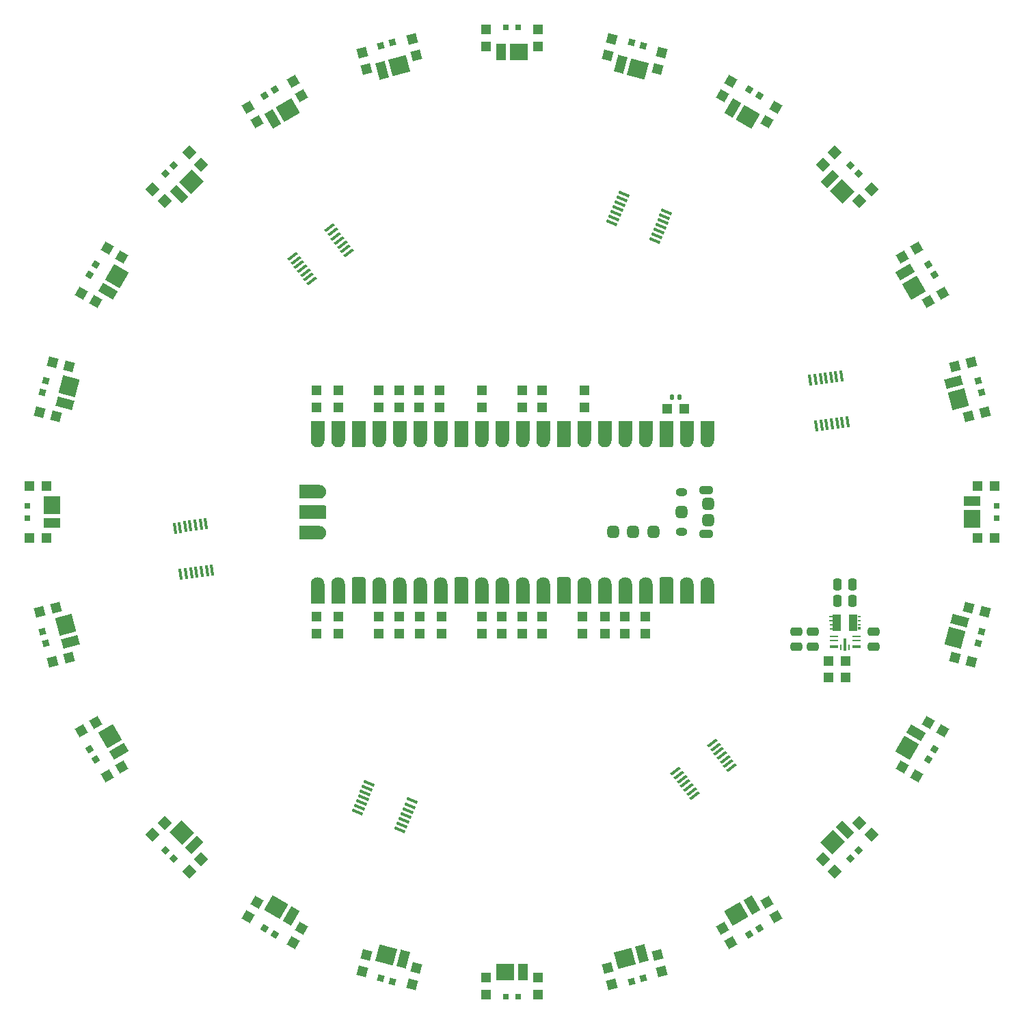
<source format=gbr>
%TF.GenerationSoftware,KiCad,Pcbnew,7.0.8*%
%TF.CreationDate,2023-11-12T08:49:20+11:00*%
%TF.ProjectId,Line 4.3,4c696e65-2034-42e3-932e-6b696361645f,rev?*%
%TF.SameCoordinates,Original*%
%TF.FileFunction,Paste,Bot*%
%TF.FilePolarity,Positive*%
%FSLAX46Y46*%
G04 Gerber Fmt 4.6, Leading zero omitted, Abs format (unit mm)*
G04 Created by KiCad (PCBNEW 7.0.8) date 2023-11-12 08:49:20*
%MOMM*%
%LPD*%
G01*
G04 APERTURE LIST*
G04 Aperture macros list*
%AMRoundRect*
0 Rectangle with rounded corners*
0 $1 Rounding radius*
0 $2 $3 $4 $5 $6 $7 $8 $9 X,Y pos of 4 corners*
0 Add a 4 corners polygon primitive as box body*
4,1,4,$2,$3,$4,$5,$6,$7,$8,$9,$2,$3,0*
0 Add four circle primitives for the rounded corners*
1,1,$1+$1,$2,$3*
1,1,$1+$1,$4,$5*
1,1,$1+$1,$6,$7*
1,1,$1+$1,$8,$9*
0 Add four rect primitives between the rounded corners*
20,1,$1+$1,$2,$3,$4,$5,0*
20,1,$1+$1,$4,$5,$6,$7,0*
20,1,$1+$1,$6,$7,$8,$9,0*
20,1,$1+$1,$8,$9,$2,$3,0*%
%AMRotRect*
0 Rectangle, with rotation*
0 The origin of the aperture is its center*
0 $1 length*
0 $2 width*
0 $3 Rotation angle, in degrees counterclockwise*
0 Add horizontal line*
21,1,$1,$2,0,0,$3*%
G04 Aperture macros list end*
%ADD10C,0.010000*%
%ADD11RotRect,0.350000X1.400000X7.500000*%
%ADD12RotRect,2.257400X2.108200X285.000000*%
%ADD13RotRect,1.190600X2.108200X285.000000*%
%ADD14R,1.200000X1.200000*%
%ADD15RotRect,0.350000X1.400000X307.500000*%
%ADD16RotRect,1.200000X1.200000X120.000000*%
%ADD17RotRect,0.800000X0.800000X345.000000*%
%ADD18R,2.257400X2.108200*%
%ADD19R,1.190600X2.108200*%
%ADD20RoundRect,0.250000X0.475000X-0.250000X0.475000X0.250000X-0.475000X0.250000X-0.475000X-0.250000X0*%
%ADD21RotRect,1.200000X1.200000X165.000000*%
%ADD22RoundRect,0.250000X-0.250000X-0.475000X0.250000X-0.475000X0.250000X0.475000X-0.250000X0.475000X0*%
%ADD23RotRect,2.257400X2.108200X60.000000*%
%ADD24RotRect,1.190600X2.108200X60.000000*%
%ADD25RotRect,2.257400X2.108200X330.000000*%
%ADD26RotRect,1.190600X2.108200X330.000000*%
%ADD27RotRect,1.200000X1.200000X285.000000*%
%ADD28RotRect,1.200000X1.200000X210.000000*%
%ADD29RotRect,1.200000X1.200000X105.000000*%
%ADD30RotRect,0.800000X0.800000X15.000000*%
%ADD31RotRect,2.257400X2.108200X210.000000*%
%ADD32RotRect,1.190600X2.108200X210.000000*%
%ADD33R,0.800000X0.800000*%
%ADD34RotRect,2.257400X2.108200X300.000000*%
%ADD35RotRect,1.190600X2.108200X300.000000*%
%ADD36RotRect,1.200000X1.200000X150.000000*%
%ADD37RotRect,1.200000X1.200000X15.000000*%
%ADD38RotRect,1.200000X1.200000X195.000000*%
%ADD39RoundRect,0.250000X-0.475000X0.250000X-0.475000X-0.250000X0.475000X-0.250000X0.475000X0.250000X0*%
%ADD40RotRect,1.200000X1.200000X30.000000*%
%ADD41RotRect,2.257400X2.108200X30.000000*%
%ADD42RotRect,1.190600X2.108200X30.000000*%
%ADD43RotRect,0.800000X0.800000X150.000000*%
%ADD44RotRect,1.200000X1.200000X225.000000*%
%ADD45RotRect,0.800000X0.800000X120.000000*%
%ADD46RotRect,2.257400X2.108200X165.000000*%
%ADD47RotRect,1.190600X2.108200X165.000000*%
%ADD48RotRect,0.800000X0.800000X195.000000*%
%ADD49RotRect,1.200000X1.200000X60.000000*%
%ADD50RotRect,1.200000X1.200000X315.000000*%
%ADD51RotRect,2.257400X2.108200X150.000000*%
%ADD52RotRect,1.190600X2.108200X150.000000*%
%ADD53RotRect,0.800000X0.800000X60.000000*%
%ADD54RotRect,2.257400X2.108200X345.000000*%
%ADD55RotRect,1.190600X2.108200X345.000000*%
%ADD56RotRect,2.257400X2.108200X15.000000*%
%ADD57RotRect,1.190600X2.108200X15.000000*%
%ADD58RotRect,0.350000X1.400000X247.500000*%
%ADD59RotRect,1.200000X1.200000X345.000000*%
%ADD60RotRect,1.200000X1.200000X300.000000*%
%ADD61RotRect,2.257400X2.108200X105.000000*%
%ADD62RotRect,1.190600X2.108200X105.000000*%
%ADD63RotRect,0.800000X0.800000X330.000000*%
%ADD64RotRect,1.200000X1.200000X75.000000*%
%ADD65RotRect,2.257400X2.108200X225.000000*%
%ADD66RotRect,1.190600X2.108200X225.000000*%
%ADD67RotRect,0.800000X0.800000X135.000000*%
%ADD68RotRect,0.800000X0.800000X315.000000*%
%ADD69RotRect,2.257400X2.108200X75.000000*%
%ADD70RotRect,1.190600X2.108200X75.000000*%
%ADD71O,1.800000X1.100000*%
%ADD72O,1.450000X1.050000*%
%ADD73RoundRect,0.450000X0.300000X-0.300000X0.300000X0.300000X-0.300000X0.300000X-0.300000X-0.300000X0*%
%ADD74RotRect,2.257400X2.108200X240.000000*%
%ADD75RotRect,1.190600X2.108200X240.000000*%
%ADD76RotRect,0.350000X1.400000X127.500000*%
%ADD77RotRect,0.800000X0.800000X240.000000*%
%ADD78RotRect,1.200000X1.200000X240.000000*%
%ADD79RotRect,1.200000X1.200000X330.000000*%
%ADD80RotRect,2.257400X2.108200X255.000000*%
%ADD81RotRect,1.190600X2.108200X255.000000*%
%ADD82R,2.108200X2.257400*%
%ADD83R,2.108200X1.190600*%
%ADD84RotRect,1.200000X1.200000X255.000000*%
%ADD85RotRect,0.800000X0.800000X30.000000*%
%ADD86R,1.124991X0.370002*%
%ADD87R,1.099998X0.250012*%
%ADD88R,0.434992X0.250012*%
%ADD89R,0.484994X0.250010*%
%ADD90R,0.484992X0.250010*%
%ADD91R,1.099998X2.050008*%
%ADD92R,1.099996X2.050008*%
%ADD93R,0.434992X0.250010*%
%ADD94R,0.434994X0.250010*%
%ADD95R,0.434994X0.325006*%
%ADD96R,0.250000X0.800000*%
%ADD97R,0.299999X1.520012*%
%ADD98RotRect,1.200000X1.200000X45.000000*%
%ADD99RotRect,1.200000X1.200000X135.000000*%
%ADD100RotRect,0.800000X0.800000X75.000000*%
%ADD101RotRect,0.800000X0.800000X300.000000*%
%ADD102RotRect,0.800000X0.800000X255.000000*%
%ADD103RotRect,0.800000X0.800000X210.000000*%
%ADD104RotRect,0.350000X1.400000X187.500000*%
%ADD105RotRect,2.257400X2.108200X120.000000*%
%ADD106RotRect,1.190600X2.108200X120.000000*%
%ADD107RotRect,0.800000X0.800000X285.000000*%
%ADD108RotRect,2.257400X2.108200X195.000000*%
%ADD109RotRect,1.190600X2.108200X195.000000*%
%ADD110RotRect,0.350000X1.400000X67.500000*%
%ADD111RotRect,2.257400X2.108200X315.000000*%
%ADD112RotRect,1.190600X2.108200X315.000000*%
%ADD113RotRect,0.800000X0.800000X225.000000*%
%ADD114RotRect,2.257400X2.108200X45.000000*%
%ADD115RotRect,1.190600X2.108200X45.000000*%
%ADD116RotRect,0.800000X0.800000X45.000000*%
%ADD117RoundRect,0.140000X-0.140000X-0.170000X0.140000X-0.170000X0.140000X0.170000X-0.140000X0.170000X0*%
%ADD118RotRect,2.257400X2.108200X135.000000*%
%ADD119RotRect,1.190600X2.108200X135.000000*%
%ADD120RotRect,0.800000X0.800000X105.000000*%
%ADD121RotRect,0.800000X0.800000X165.000000*%
G04 APERTURE END LIST*
%TO.C,U7*%
D10*
X125912000Y-158091000D02*
X125954000Y-158094000D01*
X125995000Y-158100000D01*
X126036000Y-158107000D01*
X126077000Y-158117000D01*
X126117000Y-158129000D01*
X126157000Y-158143000D01*
X126195000Y-158159000D01*
X126233000Y-158177000D01*
X126270000Y-158197000D01*
X126306000Y-158219000D01*
X126340000Y-158243000D01*
X126373000Y-158268000D01*
X126405000Y-158295000D01*
X126436000Y-158324000D01*
X126465000Y-158355000D01*
X126492000Y-158387000D01*
X126517000Y-158420000D01*
X126541000Y-158454000D01*
X126563000Y-158490000D01*
X126583000Y-158527000D01*
X126601000Y-158565000D01*
X126617000Y-158603000D01*
X126631000Y-158643000D01*
X126643000Y-158683000D01*
X126653000Y-158724000D01*
X126660000Y-158765000D01*
X126666000Y-158806000D01*
X126669000Y-158848000D01*
X126670000Y-158890000D01*
X126670000Y-161290000D01*
X125070000Y-161290000D01*
X125070000Y-158890000D01*
X125071000Y-158848000D01*
X125074000Y-158806000D01*
X125080000Y-158765000D01*
X125087000Y-158724000D01*
X125097000Y-158683000D01*
X125109000Y-158643000D01*
X125123000Y-158603000D01*
X125139000Y-158565000D01*
X125157000Y-158527000D01*
X125177000Y-158490000D01*
X125199000Y-158454000D01*
X125223000Y-158420000D01*
X125248000Y-158387000D01*
X125275000Y-158355000D01*
X125304000Y-158324000D01*
X125335000Y-158295000D01*
X125367000Y-158268000D01*
X125400000Y-158243000D01*
X125434000Y-158219000D01*
X125470000Y-158197000D01*
X125507000Y-158177000D01*
X125545000Y-158159000D01*
X125583000Y-158143000D01*
X125623000Y-158129000D01*
X125663000Y-158117000D01*
X125704000Y-158107000D01*
X125745000Y-158100000D01*
X125786000Y-158094000D01*
X125828000Y-158091000D01*
X125870000Y-158090000D01*
X125912000Y-158091000D01*
G36*
X125912000Y-158091000D02*
G01*
X125954000Y-158094000D01*
X125995000Y-158100000D01*
X126036000Y-158107000D01*
X126077000Y-158117000D01*
X126117000Y-158129000D01*
X126157000Y-158143000D01*
X126195000Y-158159000D01*
X126233000Y-158177000D01*
X126270000Y-158197000D01*
X126306000Y-158219000D01*
X126340000Y-158243000D01*
X126373000Y-158268000D01*
X126405000Y-158295000D01*
X126436000Y-158324000D01*
X126465000Y-158355000D01*
X126492000Y-158387000D01*
X126517000Y-158420000D01*
X126541000Y-158454000D01*
X126563000Y-158490000D01*
X126583000Y-158527000D01*
X126601000Y-158565000D01*
X126617000Y-158603000D01*
X126631000Y-158643000D01*
X126643000Y-158683000D01*
X126653000Y-158724000D01*
X126660000Y-158765000D01*
X126666000Y-158806000D01*
X126669000Y-158848000D01*
X126670000Y-158890000D01*
X126670000Y-161290000D01*
X125070000Y-161290000D01*
X125070000Y-158890000D01*
X125071000Y-158848000D01*
X125074000Y-158806000D01*
X125080000Y-158765000D01*
X125087000Y-158724000D01*
X125097000Y-158683000D01*
X125109000Y-158643000D01*
X125123000Y-158603000D01*
X125139000Y-158565000D01*
X125157000Y-158527000D01*
X125177000Y-158490000D01*
X125199000Y-158454000D01*
X125223000Y-158420000D01*
X125248000Y-158387000D01*
X125275000Y-158355000D01*
X125304000Y-158324000D01*
X125335000Y-158295000D01*
X125367000Y-158268000D01*
X125400000Y-158243000D01*
X125434000Y-158219000D01*
X125470000Y-158197000D01*
X125507000Y-158177000D01*
X125545000Y-158159000D01*
X125583000Y-158143000D01*
X125623000Y-158129000D01*
X125663000Y-158117000D01*
X125704000Y-158107000D01*
X125745000Y-158100000D01*
X125786000Y-158094000D01*
X125828000Y-158091000D01*
X125870000Y-158090000D01*
X125912000Y-158091000D01*
G37*
X128452000Y-158091000D02*
X128494000Y-158094000D01*
X128535000Y-158100000D01*
X128576000Y-158107000D01*
X128617000Y-158117000D01*
X128657000Y-158129000D01*
X128697000Y-158143000D01*
X128735000Y-158159000D01*
X128773000Y-158177000D01*
X128810000Y-158197000D01*
X128846000Y-158219000D01*
X128880000Y-158243000D01*
X128913000Y-158268000D01*
X128945000Y-158295000D01*
X128976000Y-158324000D01*
X129005000Y-158355000D01*
X129032000Y-158387000D01*
X129057000Y-158420000D01*
X129081000Y-158454000D01*
X129103000Y-158490000D01*
X129123000Y-158527000D01*
X129141000Y-158565000D01*
X129157000Y-158603000D01*
X129171000Y-158643000D01*
X129183000Y-158683000D01*
X129193000Y-158724000D01*
X129200000Y-158765000D01*
X129206000Y-158806000D01*
X129209000Y-158848000D01*
X129210000Y-158890000D01*
X129210000Y-161290000D01*
X127610000Y-161290000D01*
X127610000Y-158890000D01*
X127611000Y-158848000D01*
X127614000Y-158806000D01*
X127620000Y-158765000D01*
X127627000Y-158724000D01*
X127637000Y-158683000D01*
X127649000Y-158643000D01*
X127663000Y-158603000D01*
X127679000Y-158565000D01*
X127697000Y-158527000D01*
X127717000Y-158490000D01*
X127739000Y-158454000D01*
X127763000Y-158420000D01*
X127788000Y-158387000D01*
X127815000Y-158355000D01*
X127844000Y-158324000D01*
X127875000Y-158295000D01*
X127907000Y-158268000D01*
X127940000Y-158243000D01*
X127974000Y-158219000D01*
X128010000Y-158197000D01*
X128047000Y-158177000D01*
X128085000Y-158159000D01*
X128123000Y-158143000D01*
X128163000Y-158129000D01*
X128203000Y-158117000D01*
X128244000Y-158107000D01*
X128285000Y-158100000D01*
X128326000Y-158094000D01*
X128368000Y-158091000D01*
X128410000Y-158090000D01*
X128452000Y-158091000D01*
G36*
X128452000Y-158091000D02*
G01*
X128494000Y-158094000D01*
X128535000Y-158100000D01*
X128576000Y-158107000D01*
X128617000Y-158117000D01*
X128657000Y-158129000D01*
X128697000Y-158143000D01*
X128735000Y-158159000D01*
X128773000Y-158177000D01*
X128810000Y-158197000D01*
X128846000Y-158219000D01*
X128880000Y-158243000D01*
X128913000Y-158268000D01*
X128945000Y-158295000D01*
X128976000Y-158324000D01*
X129005000Y-158355000D01*
X129032000Y-158387000D01*
X129057000Y-158420000D01*
X129081000Y-158454000D01*
X129103000Y-158490000D01*
X129123000Y-158527000D01*
X129141000Y-158565000D01*
X129157000Y-158603000D01*
X129171000Y-158643000D01*
X129183000Y-158683000D01*
X129193000Y-158724000D01*
X129200000Y-158765000D01*
X129206000Y-158806000D01*
X129209000Y-158848000D01*
X129210000Y-158890000D01*
X129210000Y-161290000D01*
X127610000Y-161290000D01*
X127610000Y-158890000D01*
X127611000Y-158848000D01*
X127614000Y-158806000D01*
X127620000Y-158765000D01*
X127627000Y-158724000D01*
X127637000Y-158683000D01*
X127649000Y-158643000D01*
X127663000Y-158603000D01*
X127679000Y-158565000D01*
X127697000Y-158527000D01*
X127717000Y-158490000D01*
X127739000Y-158454000D01*
X127763000Y-158420000D01*
X127788000Y-158387000D01*
X127815000Y-158355000D01*
X127844000Y-158324000D01*
X127875000Y-158295000D01*
X127907000Y-158268000D01*
X127940000Y-158243000D01*
X127974000Y-158219000D01*
X128010000Y-158197000D01*
X128047000Y-158177000D01*
X128085000Y-158159000D01*
X128123000Y-158143000D01*
X128163000Y-158129000D01*
X128203000Y-158117000D01*
X128244000Y-158107000D01*
X128285000Y-158100000D01*
X128326000Y-158094000D01*
X128368000Y-158091000D01*
X128410000Y-158090000D01*
X128452000Y-158091000D01*
G37*
X133532000Y-158091000D02*
X133574000Y-158094000D01*
X133615000Y-158100000D01*
X133656000Y-158107000D01*
X133697000Y-158117000D01*
X133737000Y-158129000D01*
X133777000Y-158143000D01*
X133815000Y-158159000D01*
X133853000Y-158177000D01*
X133890000Y-158197000D01*
X133926000Y-158219000D01*
X133960000Y-158243000D01*
X133993000Y-158268000D01*
X134025000Y-158295000D01*
X134056000Y-158324000D01*
X134085000Y-158355000D01*
X134112000Y-158387000D01*
X134137000Y-158420000D01*
X134161000Y-158454000D01*
X134183000Y-158490000D01*
X134203000Y-158527000D01*
X134221000Y-158565000D01*
X134237000Y-158603000D01*
X134251000Y-158643000D01*
X134263000Y-158683000D01*
X134273000Y-158724000D01*
X134280000Y-158765000D01*
X134286000Y-158806000D01*
X134289000Y-158848000D01*
X134290000Y-158890000D01*
X134290000Y-161290000D01*
X132690000Y-161290000D01*
X132690000Y-158890000D01*
X132691000Y-158848000D01*
X132694000Y-158806000D01*
X132700000Y-158765000D01*
X132707000Y-158724000D01*
X132717000Y-158683000D01*
X132729000Y-158643000D01*
X132743000Y-158603000D01*
X132759000Y-158565000D01*
X132777000Y-158527000D01*
X132797000Y-158490000D01*
X132819000Y-158454000D01*
X132843000Y-158420000D01*
X132868000Y-158387000D01*
X132895000Y-158355000D01*
X132924000Y-158324000D01*
X132955000Y-158295000D01*
X132987000Y-158268000D01*
X133020000Y-158243000D01*
X133054000Y-158219000D01*
X133090000Y-158197000D01*
X133127000Y-158177000D01*
X133165000Y-158159000D01*
X133203000Y-158143000D01*
X133243000Y-158129000D01*
X133283000Y-158117000D01*
X133324000Y-158107000D01*
X133365000Y-158100000D01*
X133406000Y-158094000D01*
X133448000Y-158091000D01*
X133490000Y-158090000D01*
X133532000Y-158091000D01*
G36*
X133532000Y-158091000D02*
G01*
X133574000Y-158094000D01*
X133615000Y-158100000D01*
X133656000Y-158107000D01*
X133697000Y-158117000D01*
X133737000Y-158129000D01*
X133777000Y-158143000D01*
X133815000Y-158159000D01*
X133853000Y-158177000D01*
X133890000Y-158197000D01*
X133926000Y-158219000D01*
X133960000Y-158243000D01*
X133993000Y-158268000D01*
X134025000Y-158295000D01*
X134056000Y-158324000D01*
X134085000Y-158355000D01*
X134112000Y-158387000D01*
X134137000Y-158420000D01*
X134161000Y-158454000D01*
X134183000Y-158490000D01*
X134203000Y-158527000D01*
X134221000Y-158565000D01*
X134237000Y-158603000D01*
X134251000Y-158643000D01*
X134263000Y-158683000D01*
X134273000Y-158724000D01*
X134280000Y-158765000D01*
X134286000Y-158806000D01*
X134289000Y-158848000D01*
X134290000Y-158890000D01*
X134290000Y-161290000D01*
X132690000Y-161290000D01*
X132690000Y-158890000D01*
X132691000Y-158848000D01*
X132694000Y-158806000D01*
X132700000Y-158765000D01*
X132707000Y-158724000D01*
X132717000Y-158683000D01*
X132729000Y-158643000D01*
X132743000Y-158603000D01*
X132759000Y-158565000D01*
X132777000Y-158527000D01*
X132797000Y-158490000D01*
X132819000Y-158454000D01*
X132843000Y-158420000D01*
X132868000Y-158387000D01*
X132895000Y-158355000D01*
X132924000Y-158324000D01*
X132955000Y-158295000D01*
X132987000Y-158268000D01*
X133020000Y-158243000D01*
X133054000Y-158219000D01*
X133090000Y-158197000D01*
X133127000Y-158177000D01*
X133165000Y-158159000D01*
X133203000Y-158143000D01*
X133243000Y-158129000D01*
X133283000Y-158117000D01*
X133324000Y-158107000D01*
X133365000Y-158100000D01*
X133406000Y-158094000D01*
X133448000Y-158091000D01*
X133490000Y-158090000D01*
X133532000Y-158091000D01*
G37*
X136072000Y-158091000D02*
X136114000Y-158094000D01*
X136155000Y-158100000D01*
X136196000Y-158107000D01*
X136237000Y-158117000D01*
X136277000Y-158129000D01*
X136317000Y-158143000D01*
X136355000Y-158159000D01*
X136393000Y-158177000D01*
X136430000Y-158197000D01*
X136466000Y-158219000D01*
X136500000Y-158243000D01*
X136533000Y-158268000D01*
X136565000Y-158295000D01*
X136596000Y-158324000D01*
X136625000Y-158355000D01*
X136652000Y-158387000D01*
X136677000Y-158420000D01*
X136701000Y-158454000D01*
X136723000Y-158490000D01*
X136743000Y-158527000D01*
X136761000Y-158565000D01*
X136777000Y-158603000D01*
X136791000Y-158643000D01*
X136803000Y-158683000D01*
X136813000Y-158724000D01*
X136820000Y-158765000D01*
X136826000Y-158806000D01*
X136829000Y-158848000D01*
X136830000Y-158890000D01*
X136830000Y-161290000D01*
X135230000Y-161290000D01*
X135230000Y-158890000D01*
X135231000Y-158848000D01*
X135234000Y-158806000D01*
X135240000Y-158765000D01*
X135247000Y-158724000D01*
X135257000Y-158683000D01*
X135269000Y-158643000D01*
X135283000Y-158603000D01*
X135299000Y-158565000D01*
X135317000Y-158527000D01*
X135337000Y-158490000D01*
X135359000Y-158454000D01*
X135383000Y-158420000D01*
X135408000Y-158387000D01*
X135435000Y-158355000D01*
X135464000Y-158324000D01*
X135495000Y-158295000D01*
X135527000Y-158268000D01*
X135560000Y-158243000D01*
X135594000Y-158219000D01*
X135630000Y-158197000D01*
X135667000Y-158177000D01*
X135705000Y-158159000D01*
X135743000Y-158143000D01*
X135783000Y-158129000D01*
X135823000Y-158117000D01*
X135864000Y-158107000D01*
X135905000Y-158100000D01*
X135946000Y-158094000D01*
X135988000Y-158091000D01*
X136030000Y-158090000D01*
X136072000Y-158091000D01*
G36*
X136072000Y-158091000D02*
G01*
X136114000Y-158094000D01*
X136155000Y-158100000D01*
X136196000Y-158107000D01*
X136237000Y-158117000D01*
X136277000Y-158129000D01*
X136317000Y-158143000D01*
X136355000Y-158159000D01*
X136393000Y-158177000D01*
X136430000Y-158197000D01*
X136466000Y-158219000D01*
X136500000Y-158243000D01*
X136533000Y-158268000D01*
X136565000Y-158295000D01*
X136596000Y-158324000D01*
X136625000Y-158355000D01*
X136652000Y-158387000D01*
X136677000Y-158420000D01*
X136701000Y-158454000D01*
X136723000Y-158490000D01*
X136743000Y-158527000D01*
X136761000Y-158565000D01*
X136777000Y-158603000D01*
X136791000Y-158643000D01*
X136803000Y-158683000D01*
X136813000Y-158724000D01*
X136820000Y-158765000D01*
X136826000Y-158806000D01*
X136829000Y-158848000D01*
X136830000Y-158890000D01*
X136830000Y-161290000D01*
X135230000Y-161290000D01*
X135230000Y-158890000D01*
X135231000Y-158848000D01*
X135234000Y-158806000D01*
X135240000Y-158765000D01*
X135247000Y-158724000D01*
X135257000Y-158683000D01*
X135269000Y-158643000D01*
X135283000Y-158603000D01*
X135299000Y-158565000D01*
X135317000Y-158527000D01*
X135337000Y-158490000D01*
X135359000Y-158454000D01*
X135383000Y-158420000D01*
X135408000Y-158387000D01*
X135435000Y-158355000D01*
X135464000Y-158324000D01*
X135495000Y-158295000D01*
X135527000Y-158268000D01*
X135560000Y-158243000D01*
X135594000Y-158219000D01*
X135630000Y-158197000D01*
X135667000Y-158177000D01*
X135705000Y-158159000D01*
X135743000Y-158143000D01*
X135783000Y-158129000D01*
X135823000Y-158117000D01*
X135864000Y-158107000D01*
X135905000Y-158100000D01*
X135946000Y-158094000D01*
X135988000Y-158091000D01*
X136030000Y-158090000D01*
X136072000Y-158091000D01*
G37*
X138612000Y-158091000D02*
X138654000Y-158094000D01*
X138695000Y-158100000D01*
X138736000Y-158107000D01*
X138777000Y-158117000D01*
X138817000Y-158129000D01*
X138857000Y-158143000D01*
X138895000Y-158159000D01*
X138933000Y-158177000D01*
X138970000Y-158197000D01*
X139006000Y-158219000D01*
X139040000Y-158243000D01*
X139073000Y-158268000D01*
X139105000Y-158295000D01*
X139136000Y-158324000D01*
X139165000Y-158355000D01*
X139192000Y-158387000D01*
X139217000Y-158420000D01*
X139241000Y-158454000D01*
X139263000Y-158490000D01*
X139283000Y-158527000D01*
X139301000Y-158565000D01*
X139317000Y-158603000D01*
X139331000Y-158643000D01*
X139343000Y-158683000D01*
X139353000Y-158724000D01*
X139360000Y-158765000D01*
X139366000Y-158806000D01*
X139369000Y-158848000D01*
X139370000Y-158890000D01*
X139370000Y-161290000D01*
X137770000Y-161290000D01*
X137770000Y-158890000D01*
X137771000Y-158848000D01*
X137774000Y-158806000D01*
X137780000Y-158765000D01*
X137787000Y-158724000D01*
X137797000Y-158683000D01*
X137809000Y-158643000D01*
X137823000Y-158603000D01*
X137839000Y-158565000D01*
X137857000Y-158527000D01*
X137877000Y-158490000D01*
X137899000Y-158454000D01*
X137923000Y-158420000D01*
X137948000Y-158387000D01*
X137975000Y-158355000D01*
X138004000Y-158324000D01*
X138035000Y-158295000D01*
X138067000Y-158268000D01*
X138100000Y-158243000D01*
X138134000Y-158219000D01*
X138170000Y-158197000D01*
X138207000Y-158177000D01*
X138245000Y-158159000D01*
X138283000Y-158143000D01*
X138323000Y-158129000D01*
X138363000Y-158117000D01*
X138404000Y-158107000D01*
X138445000Y-158100000D01*
X138486000Y-158094000D01*
X138528000Y-158091000D01*
X138570000Y-158090000D01*
X138612000Y-158091000D01*
G36*
X138612000Y-158091000D02*
G01*
X138654000Y-158094000D01*
X138695000Y-158100000D01*
X138736000Y-158107000D01*
X138777000Y-158117000D01*
X138817000Y-158129000D01*
X138857000Y-158143000D01*
X138895000Y-158159000D01*
X138933000Y-158177000D01*
X138970000Y-158197000D01*
X139006000Y-158219000D01*
X139040000Y-158243000D01*
X139073000Y-158268000D01*
X139105000Y-158295000D01*
X139136000Y-158324000D01*
X139165000Y-158355000D01*
X139192000Y-158387000D01*
X139217000Y-158420000D01*
X139241000Y-158454000D01*
X139263000Y-158490000D01*
X139283000Y-158527000D01*
X139301000Y-158565000D01*
X139317000Y-158603000D01*
X139331000Y-158643000D01*
X139343000Y-158683000D01*
X139353000Y-158724000D01*
X139360000Y-158765000D01*
X139366000Y-158806000D01*
X139369000Y-158848000D01*
X139370000Y-158890000D01*
X139370000Y-161290000D01*
X137770000Y-161290000D01*
X137770000Y-158890000D01*
X137771000Y-158848000D01*
X137774000Y-158806000D01*
X137780000Y-158765000D01*
X137787000Y-158724000D01*
X137797000Y-158683000D01*
X137809000Y-158643000D01*
X137823000Y-158603000D01*
X137839000Y-158565000D01*
X137857000Y-158527000D01*
X137877000Y-158490000D01*
X137899000Y-158454000D01*
X137923000Y-158420000D01*
X137948000Y-158387000D01*
X137975000Y-158355000D01*
X138004000Y-158324000D01*
X138035000Y-158295000D01*
X138067000Y-158268000D01*
X138100000Y-158243000D01*
X138134000Y-158219000D01*
X138170000Y-158197000D01*
X138207000Y-158177000D01*
X138245000Y-158159000D01*
X138283000Y-158143000D01*
X138323000Y-158129000D01*
X138363000Y-158117000D01*
X138404000Y-158107000D01*
X138445000Y-158100000D01*
X138486000Y-158094000D01*
X138528000Y-158091000D01*
X138570000Y-158090000D01*
X138612000Y-158091000D01*
G37*
X141152000Y-158091000D02*
X141194000Y-158094000D01*
X141235000Y-158100000D01*
X141276000Y-158107000D01*
X141317000Y-158117000D01*
X141357000Y-158129000D01*
X141397000Y-158143000D01*
X141435000Y-158159000D01*
X141473000Y-158177000D01*
X141510000Y-158197000D01*
X141546000Y-158219000D01*
X141580000Y-158243000D01*
X141613000Y-158268000D01*
X141645000Y-158295000D01*
X141676000Y-158324000D01*
X141705000Y-158355000D01*
X141732000Y-158387000D01*
X141757000Y-158420000D01*
X141781000Y-158454000D01*
X141803000Y-158490000D01*
X141823000Y-158527000D01*
X141841000Y-158565000D01*
X141857000Y-158603000D01*
X141871000Y-158643000D01*
X141883000Y-158683000D01*
X141893000Y-158724000D01*
X141900000Y-158765000D01*
X141906000Y-158806000D01*
X141909000Y-158848000D01*
X141910000Y-158890000D01*
X141910000Y-161290000D01*
X140310000Y-161290000D01*
X140310000Y-158890000D01*
X140311000Y-158848000D01*
X140314000Y-158806000D01*
X140320000Y-158765000D01*
X140327000Y-158724000D01*
X140337000Y-158683000D01*
X140349000Y-158643000D01*
X140363000Y-158603000D01*
X140379000Y-158565000D01*
X140397000Y-158527000D01*
X140417000Y-158490000D01*
X140439000Y-158454000D01*
X140463000Y-158420000D01*
X140488000Y-158387000D01*
X140515000Y-158355000D01*
X140544000Y-158324000D01*
X140575000Y-158295000D01*
X140607000Y-158268000D01*
X140640000Y-158243000D01*
X140674000Y-158219000D01*
X140710000Y-158197000D01*
X140747000Y-158177000D01*
X140785000Y-158159000D01*
X140823000Y-158143000D01*
X140863000Y-158129000D01*
X140903000Y-158117000D01*
X140944000Y-158107000D01*
X140985000Y-158100000D01*
X141026000Y-158094000D01*
X141068000Y-158091000D01*
X141110000Y-158090000D01*
X141152000Y-158091000D01*
G36*
X141152000Y-158091000D02*
G01*
X141194000Y-158094000D01*
X141235000Y-158100000D01*
X141276000Y-158107000D01*
X141317000Y-158117000D01*
X141357000Y-158129000D01*
X141397000Y-158143000D01*
X141435000Y-158159000D01*
X141473000Y-158177000D01*
X141510000Y-158197000D01*
X141546000Y-158219000D01*
X141580000Y-158243000D01*
X141613000Y-158268000D01*
X141645000Y-158295000D01*
X141676000Y-158324000D01*
X141705000Y-158355000D01*
X141732000Y-158387000D01*
X141757000Y-158420000D01*
X141781000Y-158454000D01*
X141803000Y-158490000D01*
X141823000Y-158527000D01*
X141841000Y-158565000D01*
X141857000Y-158603000D01*
X141871000Y-158643000D01*
X141883000Y-158683000D01*
X141893000Y-158724000D01*
X141900000Y-158765000D01*
X141906000Y-158806000D01*
X141909000Y-158848000D01*
X141910000Y-158890000D01*
X141910000Y-161290000D01*
X140310000Y-161290000D01*
X140310000Y-158890000D01*
X140311000Y-158848000D01*
X140314000Y-158806000D01*
X140320000Y-158765000D01*
X140327000Y-158724000D01*
X140337000Y-158683000D01*
X140349000Y-158643000D01*
X140363000Y-158603000D01*
X140379000Y-158565000D01*
X140397000Y-158527000D01*
X140417000Y-158490000D01*
X140439000Y-158454000D01*
X140463000Y-158420000D01*
X140488000Y-158387000D01*
X140515000Y-158355000D01*
X140544000Y-158324000D01*
X140575000Y-158295000D01*
X140607000Y-158268000D01*
X140640000Y-158243000D01*
X140674000Y-158219000D01*
X140710000Y-158197000D01*
X140747000Y-158177000D01*
X140785000Y-158159000D01*
X140823000Y-158143000D01*
X140863000Y-158129000D01*
X140903000Y-158117000D01*
X140944000Y-158107000D01*
X140985000Y-158100000D01*
X141026000Y-158094000D01*
X141068000Y-158091000D01*
X141110000Y-158090000D01*
X141152000Y-158091000D01*
G37*
X146232000Y-158091000D02*
X146274000Y-158094000D01*
X146315000Y-158100000D01*
X146356000Y-158107000D01*
X146397000Y-158117000D01*
X146437000Y-158129000D01*
X146477000Y-158143000D01*
X146515000Y-158159000D01*
X146553000Y-158177000D01*
X146590000Y-158197000D01*
X146626000Y-158219000D01*
X146660000Y-158243000D01*
X146693000Y-158268000D01*
X146725000Y-158295000D01*
X146756000Y-158324000D01*
X146785000Y-158355000D01*
X146812000Y-158387000D01*
X146837000Y-158420000D01*
X146861000Y-158454000D01*
X146883000Y-158490000D01*
X146903000Y-158527000D01*
X146921000Y-158565000D01*
X146937000Y-158603000D01*
X146951000Y-158643000D01*
X146963000Y-158683000D01*
X146973000Y-158724000D01*
X146980000Y-158765000D01*
X146986000Y-158806000D01*
X146989000Y-158848000D01*
X146990000Y-158890000D01*
X146990000Y-161290000D01*
X145390000Y-161290000D01*
X145390000Y-158890000D01*
X145391000Y-158848000D01*
X145394000Y-158806000D01*
X145400000Y-158765000D01*
X145407000Y-158724000D01*
X145417000Y-158683000D01*
X145429000Y-158643000D01*
X145443000Y-158603000D01*
X145459000Y-158565000D01*
X145477000Y-158527000D01*
X145497000Y-158490000D01*
X145519000Y-158454000D01*
X145543000Y-158420000D01*
X145568000Y-158387000D01*
X145595000Y-158355000D01*
X145624000Y-158324000D01*
X145655000Y-158295000D01*
X145687000Y-158268000D01*
X145720000Y-158243000D01*
X145754000Y-158219000D01*
X145790000Y-158197000D01*
X145827000Y-158177000D01*
X145865000Y-158159000D01*
X145903000Y-158143000D01*
X145943000Y-158129000D01*
X145983000Y-158117000D01*
X146024000Y-158107000D01*
X146065000Y-158100000D01*
X146106000Y-158094000D01*
X146148000Y-158091000D01*
X146190000Y-158090000D01*
X146232000Y-158091000D01*
G36*
X146232000Y-158091000D02*
G01*
X146274000Y-158094000D01*
X146315000Y-158100000D01*
X146356000Y-158107000D01*
X146397000Y-158117000D01*
X146437000Y-158129000D01*
X146477000Y-158143000D01*
X146515000Y-158159000D01*
X146553000Y-158177000D01*
X146590000Y-158197000D01*
X146626000Y-158219000D01*
X146660000Y-158243000D01*
X146693000Y-158268000D01*
X146725000Y-158295000D01*
X146756000Y-158324000D01*
X146785000Y-158355000D01*
X146812000Y-158387000D01*
X146837000Y-158420000D01*
X146861000Y-158454000D01*
X146883000Y-158490000D01*
X146903000Y-158527000D01*
X146921000Y-158565000D01*
X146937000Y-158603000D01*
X146951000Y-158643000D01*
X146963000Y-158683000D01*
X146973000Y-158724000D01*
X146980000Y-158765000D01*
X146986000Y-158806000D01*
X146989000Y-158848000D01*
X146990000Y-158890000D01*
X146990000Y-161290000D01*
X145390000Y-161290000D01*
X145390000Y-158890000D01*
X145391000Y-158848000D01*
X145394000Y-158806000D01*
X145400000Y-158765000D01*
X145407000Y-158724000D01*
X145417000Y-158683000D01*
X145429000Y-158643000D01*
X145443000Y-158603000D01*
X145459000Y-158565000D01*
X145477000Y-158527000D01*
X145497000Y-158490000D01*
X145519000Y-158454000D01*
X145543000Y-158420000D01*
X145568000Y-158387000D01*
X145595000Y-158355000D01*
X145624000Y-158324000D01*
X145655000Y-158295000D01*
X145687000Y-158268000D01*
X145720000Y-158243000D01*
X145754000Y-158219000D01*
X145790000Y-158197000D01*
X145827000Y-158177000D01*
X145865000Y-158159000D01*
X145903000Y-158143000D01*
X145943000Y-158129000D01*
X145983000Y-158117000D01*
X146024000Y-158107000D01*
X146065000Y-158100000D01*
X146106000Y-158094000D01*
X146148000Y-158091000D01*
X146190000Y-158090000D01*
X146232000Y-158091000D01*
G37*
X148772000Y-158091000D02*
X148814000Y-158094000D01*
X148855000Y-158100000D01*
X148896000Y-158107000D01*
X148937000Y-158117000D01*
X148977000Y-158129000D01*
X149017000Y-158143000D01*
X149055000Y-158159000D01*
X149093000Y-158177000D01*
X149130000Y-158197000D01*
X149166000Y-158219000D01*
X149200000Y-158243000D01*
X149233000Y-158268000D01*
X149265000Y-158295000D01*
X149296000Y-158324000D01*
X149325000Y-158355000D01*
X149352000Y-158387000D01*
X149377000Y-158420000D01*
X149401000Y-158454000D01*
X149423000Y-158490000D01*
X149443000Y-158527000D01*
X149461000Y-158565000D01*
X149477000Y-158603000D01*
X149491000Y-158643000D01*
X149503000Y-158683000D01*
X149513000Y-158724000D01*
X149520000Y-158765000D01*
X149526000Y-158806000D01*
X149529000Y-158848000D01*
X149530000Y-158890000D01*
X149530000Y-161290000D01*
X147930000Y-161290000D01*
X147930000Y-158890000D01*
X147931000Y-158848000D01*
X147934000Y-158806000D01*
X147940000Y-158765000D01*
X147947000Y-158724000D01*
X147957000Y-158683000D01*
X147969000Y-158643000D01*
X147983000Y-158603000D01*
X147999000Y-158565000D01*
X148017000Y-158527000D01*
X148037000Y-158490000D01*
X148059000Y-158454000D01*
X148083000Y-158420000D01*
X148108000Y-158387000D01*
X148135000Y-158355000D01*
X148164000Y-158324000D01*
X148195000Y-158295000D01*
X148227000Y-158268000D01*
X148260000Y-158243000D01*
X148294000Y-158219000D01*
X148330000Y-158197000D01*
X148367000Y-158177000D01*
X148405000Y-158159000D01*
X148443000Y-158143000D01*
X148483000Y-158129000D01*
X148523000Y-158117000D01*
X148564000Y-158107000D01*
X148605000Y-158100000D01*
X148646000Y-158094000D01*
X148688000Y-158091000D01*
X148730000Y-158090000D01*
X148772000Y-158091000D01*
G36*
X148772000Y-158091000D02*
G01*
X148814000Y-158094000D01*
X148855000Y-158100000D01*
X148896000Y-158107000D01*
X148937000Y-158117000D01*
X148977000Y-158129000D01*
X149017000Y-158143000D01*
X149055000Y-158159000D01*
X149093000Y-158177000D01*
X149130000Y-158197000D01*
X149166000Y-158219000D01*
X149200000Y-158243000D01*
X149233000Y-158268000D01*
X149265000Y-158295000D01*
X149296000Y-158324000D01*
X149325000Y-158355000D01*
X149352000Y-158387000D01*
X149377000Y-158420000D01*
X149401000Y-158454000D01*
X149423000Y-158490000D01*
X149443000Y-158527000D01*
X149461000Y-158565000D01*
X149477000Y-158603000D01*
X149491000Y-158643000D01*
X149503000Y-158683000D01*
X149513000Y-158724000D01*
X149520000Y-158765000D01*
X149526000Y-158806000D01*
X149529000Y-158848000D01*
X149530000Y-158890000D01*
X149530000Y-161290000D01*
X147930000Y-161290000D01*
X147930000Y-158890000D01*
X147931000Y-158848000D01*
X147934000Y-158806000D01*
X147940000Y-158765000D01*
X147947000Y-158724000D01*
X147957000Y-158683000D01*
X147969000Y-158643000D01*
X147983000Y-158603000D01*
X147999000Y-158565000D01*
X148017000Y-158527000D01*
X148037000Y-158490000D01*
X148059000Y-158454000D01*
X148083000Y-158420000D01*
X148108000Y-158387000D01*
X148135000Y-158355000D01*
X148164000Y-158324000D01*
X148195000Y-158295000D01*
X148227000Y-158268000D01*
X148260000Y-158243000D01*
X148294000Y-158219000D01*
X148330000Y-158197000D01*
X148367000Y-158177000D01*
X148405000Y-158159000D01*
X148443000Y-158143000D01*
X148483000Y-158129000D01*
X148523000Y-158117000D01*
X148564000Y-158107000D01*
X148605000Y-158100000D01*
X148646000Y-158094000D01*
X148688000Y-158091000D01*
X148730000Y-158090000D01*
X148772000Y-158091000D01*
G37*
X151312000Y-158091000D02*
X151354000Y-158094000D01*
X151395000Y-158100000D01*
X151436000Y-158107000D01*
X151477000Y-158117000D01*
X151517000Y-158129000D01*
X151557000Y-158143000D01*
X151595000Y-158159000D01*
X151633000Y-158177000D01*
X151670000Y-158197000D01*
X151706000Y-158219000D01*
X151740000Y-158243000D01*
X151773000Y-158268000D01*
X151805000Y-158295000D01*
X151836000Y-158324000D01*
X151865000Y-158355000D01*
X151892000Y-158387000D01*
X151917000Y-158420000D01*
X151941000Y-158454000D01*
X151963000Y-158490000D01*
X151983000Y-158527000D01*
X152001000Y-158565000D01*
X152017000Y-158603000D01*
X152031000Y-158643000D01*
X152043000Y-158683000D01*
X152053000Y-158724000D01*
X152060000Y-158765000D01*
X152066000Y-158806000D01*
X152069000Y-158848000D01*
X152070000Y-158890000D01*
X152070000Y-161290000D01*
X150470000Y-161290000D01*
X150470000Y-158890000D01*
X150471000Y-158848000D01*
X150474000Y-158806000D01*
X150480000Y-158765000D01*
X150487000Y-158724000D01*
X150497000Y-158683000D01*
X150509000Y-158643000D01*
X150523000Y-158603000D01*
X150539000Y-158565000D01*
X150557000Y-158527000D01*
X150577000Y-158490000D01*
X150599000Y-158454000D01*
X150623000Y-158420000D01*
X150648000Y-158387000D01*
X150675000Y-158355000D01*
X150704000Y-158324000D01*
X150735000Y-158295000D01*
X150767000Y-158268000D01*
X150800000Y-158243000D01*
X150834000Y-158219000D01*
X150870000Y-158197000D01*
X150907000Y-158177000D01*
X150945000Y-158159000D01*
X150983000Y-158143000D01*
X151023000Y-158129000D01*
X151063000Y-158117000D01*
X151104000Y-158107000D01*
X151145000Y-158100000D01*
X151186000Y-158094000D01*
X151228000Y-158091000D01*
X151270000Y-158090000D01*
X151312000Y-158091000D01*
G36*
X151312000Y-158091000D02*
G01*
X151354000Y-158094000D01*
X151395000Y-158100000D01*
X151436000Y-158107000D01*
X151477000Y-158117000D01*
X151517000Y-158129000D01*
X151557000Y-158143000D01*
X151595000Y-158159000D01*
X151633000Y-158177000D01*
X151670000Y-158197000D01*
X151706000Y-158219000D01*
X151740000Y-158243000D01*
X151773000Y-158268000D01*
X151805000Y-158295000D01*
X151836000Y-158324000D01*
X151865000Y-158355000D01*
X151892000Y-158387000D01*
X151917000Y-158420000D01*
X151941000Y-158454000D01*
X151963000Y-158490000D01*
X151983000Y-158527000D01*
X152001000Y-158565000D01*
X152017000Y-158603000D01*
X152031000Y-158643000D01*
X152043000Y-158683000D01*
X152053000Y-158724000D01*
X152060000Y-158765000D01*
X152066000Y-158806000D01*
X152069000Y-158848000D01*
X152070000Y-158890000D01*
X152070000Y-161290000D01*
X150470000Y-161290000D01*
X150470000Y-158890000D01*
X150471000Y-158848000D01*
X150474000Y-158806000D01*
X150480000Y-158765000D01*
X150487000Y-158724000D01*
X150497000Y-158683000D01*
X150509000Y-158643000D01*
X150523000Y-158603000D01*
X150539000Y-158565000D01*
X150557000Y-158527000D01*
X150577000Y-158490000D01*
X150599000Y-158454000D01*
X150623000Y-158420000D01*
X150648000Y-158387000D01*
X150675000Y-158355000D01*
X150704000Y-158324000D01*
X150735000Y-158295000D01*
X150767000Y-158268000D01*
X150800000Y-158243000D01*
X150834000Y-158219000D01*
X150870000Y-158197000D01*
X150907000Y-158177000D01*
X150945000Y-158159000D01*
X150983000Y-158143000D01*
X151023000Y-158129000D01*
X151063000Y-158117000D01*
X151104000Y-158107000D01*
X151145000Y-158100000D01*
X151186000Y-158094000D01*
X151228000Y-158091000D01*
X151270000Y-158090000D01*
X151312000Y-158091000D01*
G37*
X153852000Y-158091000D02*
X153894000Y-158094000D01*
X153935000Y-158100000D01*
X153976000Y-158107000D01*
X154017000Y-158117000D01*
X154057000Y-158129000D01*
X154097000Y-158143000D01*
X154135000Y-158159000D01*
X154173000Y-158177000D01*
X154210000Y-158197000D01*
X154246000Y-158219000D01*
X154280000Y-158243000D01*
X154313000Y-158268000D01*
X154345000Y-158295000D01*
X154376000Y-158324000D01*
X154405000Y-158355000D01*
X154432000Y-158387000D01*
X154457000Y-158420000D01*
X154481000Y-158454000D01*
X154503000Y-158490000D01*
X154523000Y-158527000D01*
X154541000Y-158565000D01*
X154557000Y-158603000D01*
X154571000Y-158643000D01*
X154583000Y-158683000D01*
X154593000Y-158724000D01*
X154600000Y-158765000D01*
X154606000Y-158806000D01*
X154609000Y-158848000D01*
X154610000Y-158890000D01*
X154610000Y-161290000D01*
X153010000Y-161290000D01*
X153010000Y-158890000D01*
X153011000Y-158848000D01*
X153014000Y-158806000D01*
X153020000Y-158765000D01*
X153027000Y-158724000D01*
X153037000Y-158683000D01*
X153049000Y-158643000D01*
X153063000Y-158603000D01*
X153079000Y-158565000D01*
X153097000Y-158527000D01*
X153117000Y-158490000D01*
X153139000Y-158454000D01*
X153163000Y-158420000D01*
X153188000Y-158387000D01*
X153215000Y-158355000D01*
X153244000Y-158324000D01*
X153275000Y-158295000D01*
X153307000Y-158268000D01*
X153340000Y-158243000D01*
X153374000Y-158219000D01*
X153410000Y-158197000D01*
X153447000Y-158177000D01*
X153485000Y-158159000D01*
X153523000Y-158143000D01*
X153563000Y-158129000D01*
X153603000Y-158117000D01*
X153644000Y-158107000D01*
X153685000Y-158100000D01*
X153726000Y-158094000D01*
X153768000Y-158091000D01*
X153810000Y-158090000D01*
X153852000Y-158091000D01*
G36*
X153852000Y-158091000D02*
G01*
X153894000Y-158094000D01*
X153935000Y-158100000D01*
X153976000Y-158107000D01*
X154017000Y-158117000D01*
X154057000Y-158129000D01*
X154097000Y-158143000D01*
X154135000Y-158159000D01*
X154173000Y-158177000D01*
X154210000Y-158197000D01*
X154246000Y-158219000D01*
X154280000Y-158243000D01*
X154313000Y-158268000D01*
X154345000Y-158295000D01*
X154376000Y-158324000D01*
X154405000Y-158355000D01*
X154432000Y-158387000D01*
X154457000Y-158420000D01*
X154481000Y-158454000D01*
X154503000Y-158490000D01*
X154523000Y-158527000D01*
X154541000Y-158565000D01*
X154557000Y-158603000D01*
X154571000Y-158643000D01*
X154583000Y-158683000D01*
X154593000Y-158724000D01*
X154600000Y-158765000D01*
X154606000Y-158806000D01*
X154609000Y-158848000D01*
X154610000Y-158890000D01*
X154610000Y-161290000D01*
X153010000Y-161290000D01*
X153010000Y-158890000D01*
X153011000Y-158848000D01*
X153014000Y-158806000D01*
X153020000Y-158765000D01*
X153027000Y-158724000D01*
X153037000Y-158683000D01*
X153049000Y-158643000D01*
X153063000Y-158603000D01*
X153079000Y-158565000D01*
X153097000Y-158527000D01*
X153117000Y-158490000D01*
X153139000Y-158454000D01*
X153163000Y-158420000D01*
X153188000Y-158387000D01*
X153215000Y-158355000D01*
X153244000Y-158324000D01*
X153275000Y-158295000D01*
X153307000Y-158268000D01*
X153340000Y-158243000D01*
X153374000Y-158219000D01*
X153410000Y-158197000D01*
X153447000Y-158177000D01*
X153485000Y-158159000D01*
X153523000Y-158143000D01*
X153563000Y-158129000D01*
X153603000Y-158117000D01*
X153644000Y-158107000D01*
X153685000Y-158100000D01*
X153726000Y-158094000D01*
X153768000Y-158091000D01*
X153810000Y-158090000D01*
X153852000Y-158091000D01*
G37*
X158932000Y-158091000D02*
X158974000Y-158094000D01*
X159015000Y-158100000D01*
X159056000Y-158107000D01*
X159097000Y-158117000D01*
X159137000Y-158129000D01*
X159177000Y-158143000D01*
X159215000Y-158159000D01*
X159253000Y-158177000D01*
X159290000Y-158197000D01*
X159326000Y-158219000D01*
X159360000Y-158243000D01*
X159393000Y-158268000D01*
X159425000Y-158295000D01*
X159456000Y-158324000D01*
X159485000Y-158355000D01*
X159512000Y-158387000D01*
X159537000Y-158420000D01*
X159561000Y-158454000D01*
X159583000Y-158490000D01*
X159603000Y-158527000D01*
X159621000Y-158565000D01*
X159637000Y-158603000D01*
X159651000Y-158643000D01*
X159663000Y-158683000D01*
X159673000Y-158724000D01*
X159680000Y-158765000D01*
X159686000Y-158806000D01*
X159689000Y-158848000D01*
X159690000Y-158890000D01*
X159690000Y-161290000D01*
X158090000Y-161290000D01*
X158090000Y-158890000D01*
X158091000Y-158848000D01*
X158094000Y-158806000D01*
X158100000Y-158765000D01*
X158107000Y-158724000D01*
X158117000Y-158683000D01*
X158129000Y-158643000D01*
X158143000Y-158603000D01*
X158159000Y-158565000D01*
X158177000Y-158527000D01*
X158197000Y-158490000D01*
X158219000Y-158454000D01*
X158243000Y-158420000D01*
X158268000Y-158387000D01*
X158295000Y-158355000D01*
X158324000Y-158324000D01*
X158355000Y-158295000D01*
X158387000Y-158268000D01*
X158420000Y-158243000D01*
X158454000Y-158219000D01*
X158490000Y-158197000D01*
X158527000Y-158177000D01*
X158565000Y-158159000D01*
X158603000Y-158143000D01*
X158643000Y-158129000D01*
X158683000Y-158117000D01*
X158724000Y-158107000D01*
X158765000Y-158100000D01*
X158806000Y-158094000D01*
X158848000Y-158091000D01*
X158890000Y-158090000D01*
X158932000Y-158091000D01*
G36*
X158932000Y-158091000D02*
G01*
X158974000Y-158094000D01*
X159015000Y-158100000D01*
X159056000Y-158107000D01*
X159097000Y-158117000D01*
X159137000Y-158129000D01*
X159177000Y-158143000D01*
X159215000Y-158159000D01*
X159253000Y-158177000D01*
X159290000Y-158197000D01*
X159326000Y-158219000D01*
X159360000Y-158243000D01*
X159393000Y-158268000D01*
X159425000Y-158295000D01*
X159456000Y-158324000D01*
X159485000Y-158355000D01*
X159512000Y-158387000D01*
X159537000Y-158420000D01*
X159561000Y-158454000D01*
X159583000Y-158490000D01*
X159603000Y-158527000D01*
X159621000Y-158565000D01*
X159637000Y-158603000D01*
X159651000Y-158643000D01*
X159663000Y-158683000D01*
X159673000Y-158724000D01*
X159680000Y-158765000D01*
X159686000Y-158806000D01*
X159689000Y-158848000D01*
X159690000Y-158890000D01*
X159690000Y-161290000D01*
X158090000Y-161290000D01*
X158090000Y-158890000D01*
X158091000Y-158848000D01*
X158094000Y-158806000D01*
X158100000Y-158765000D01*
X158107000Y-158724000D01*
X158117000Y-158683000D01*
X158129000Y-158643000D01*
X158143000Y-158603000D01*
X158159000Y-158565000D01*
X158177000Y-158527000D01*
X158197000Y-158490000D01*
X158219000Y-158454000D01*
X158243000Y-158420000D01*
X158268000Y-158387000D01*
X158295000Y-158355000D01*
X158324000Y-158324000D01*
X158355000Y-158295000D01*
X158387000Y-158268000D01*
X158420000Y-158243000D01*
X158454000Y-158219000D01*
X158490000Y-158197000D01*
X158527000Y-158177000D01*
X158565000Y-158159000D01*
X158603000Y-158143000D01*
X158643000Y-158129000D01*
X158683000Y-158117000D01*
X158724000Y-158107000D01*
X158765000Y-158100000D01*
X158806000Y-158094000D01*
X158848000Y-158091000D01*
X158890000Y-158090000D01*
X158932000Y-158091000D01*
G37*
X161472000Y-158091000D02*
X161514000Y-158094000D01*
X161555000Y-158100000D01*
X161596000Y-158107000D01*
X161637000Y-158117000D01*
X161677000Y-158129000D01*
X161717000Y-158143000D01*
X161755000Y-158159000D01*
X161793000Y-158177000D01*
X161830000Y-158197000D01*
X161866000Y-158219000D01*
X161900000Y-158243000D01*
X161933000Y-158268000D01*
X161965000Y-158295000D01*
X161996000Y-158324000D01*
X162025000Y-158355000D01*
X162052000Y-158387000D01*
X162077000Y-158420000D01*
X162101000Y-158454000D01*
X162123000Y-158490000D01*
X162143000Y-158527000D01*
X162161000Y-158565000D01*
X162177000Y-158603000D01*
X162191000Y-158643000D01*
X162203000Y-158683000D01*
X162213000Y-158724000D01*
X162220000Y-158765000D01*
X162226000Y-158806000D01*
X162229000Y-158848000D01*
X162230000Y-158890000D01*
X162230000Y-161290000D01*
X160630000Y-161290000D01*
X160630000Y-158890000D01*
X160631000Y-158848000D01*
X160634000Y-158806000D01*
X160640000Y-158765000D01*
X160647000Y-158724000D01*
X160657000Y-158683000D01*
X160669000Y-158643000D01*
X160683000Y-158603000D01*
X160699000Y-158565000D01*
X160717000Y-158527000D01*
X160737000Y-158490000D01*
X160759000Y-158454000D01*
X160783000Y-158420000D01*
X160808000Y-158387000D01*
X160835000Y-158355000D01*
X160864000Y-158324000D01*
X160895000Y-158295000D01*
X160927000Y-158268000D01*
X160960000Y-158243000D01*
X160994000Y-158219000D01*
X161030000Y-158197000D01*
X161067000Y-158177000D01*
X161105000Y-158159000D01*
X161143000Y-158143000D01*
X161183000Y-158129000D01*
X161223000Y-158117000D01*
X161264000Y-158107000D01*
X161305000Y-158100000D01*
X161346000Y-158094000D01*
X161388000Y-158091000D01*
X161430000Y-158090000D01*
X161472000Y-158091000D01*
G36*
X161472000Y-158091000D02*
G01*
X161514000Y-158094000D01*
X161555000Y-158100000D01*
X161596000Y-158107000D01*
X161637000Y-158117000D01*
X161677000Y-158129000D01*
X161717000Y-158143000D01*
X161755000Y-158159000D01*
X161793000Y-158177000D01*
X161830000Y-158197000D01*
X161866000Y-158219000D01*
X161900000Y-158243000D01*
X161933000Y-158268000D01*
X161965000Y-158295000D01*
X161996000Y-158324000D01*
X162025000Y-158355000D01*
X162052000Y-158387000D01*
X162077000Y-158420000D01*
X162101000Y-158454000D01*
X162123000Y-158490000D01*
X162143000Y-158527000D01*
X162161000Y-158565000D01*
X162177000Y-158603000D01*
X162191000Y-158643000D01*
X162203000Y-158683000D01*
X162213000Y-158724000D01*
X162220000Y-158765000D01*
X162226000Y-158806000D01*
X162229000Y-158848000D01*
X162230000Y-158890000D01*
X162230000Y-161290000D01*
X160630000Y-161290000D01*
X160630000Y-158890000D01*
X160631000Y-158848000D01*
X160634000Y-158806000D01*
X160640000Y-158765000D01*
X160647000Y-158724000D01*
X160657000Y-158683000D01*
X160669000Y-158643000D01*
X160683000Y-158603000D01*
X160699000Y-158565000D01*
X160717000Y-158527000D01*
X160737000Y-158490000D01*
X160759000Y-158454000D01*
X160783000Y-158420000D01*
X160808000Y-158387000D01*
X160835000Y-158355000D01*
X160864000Y-158324000D01*
X160895000Y-158295000D01*
X160927000Y-158268000D01*
X160960000Y-158243000D01*
X160994000Y-158219000D01*
X161030000Y-158197000D01*
X161067000Y-158177000D01*
X161105000Y-158159000D01*
X161143000Y-158143000D01*
X161183000Y-158129000D01*
X161223000Y-158117000D01*
X161264000Y-158107000D01*
X161305000Y-158100000D01*
X161346000Y-158094000D01*
X161388000Y-158091000D01*
X161430000Y-158090000D01*
X161472000Y-158091000D01*
G37*
X164012000Y-158091000D02*
X164054000Y-158094000D01*
X164095000Y-158100000D01*
X164136000Y-158107000D01*
X164177000Y-158117000D01*
X164217000Y-158129000D01*
X164257000Y-158143000D01*
X164295000Y-158159000D01*
X164333000Y-158177000D01*
X164370000Y-158197000D01*
X164406000Y-158219000D01*
X164440000Y-158243000D01*
X164473000Y-158268000D01*
X164505000Y-158295000D01*
X164536000Y-158324000D01*
X164565000Y-158355000D01*
X164592000Y-158387000D01*
X164617000Y-158420000D01*
X164641000Y-158454000D01*
X164663000Y-158490000D01*
X164683000Y-158527000D01*
X164701000Y-158565000D01*
X164717000Y-158603000D01*
X164731000Y-158643000D01*
X164743000Y-158683000D01*
X164753000Y-158724000D01*
X164760000Y-158765000D01*
X164766000Y-158806000D01*
X164769000Y-158848000D01*
X164770000Y-158890000D01*
X164770000Y-161290000D01*
X163170000Y-161290000D01*
X163170000Y-158890000D01*
X163171000Y-158848000D01*
X163174000Y-158806000D01*
X163180000Y-158765000D01*
X163187000Y-158724000D01*
X163197000Y-158683000D01*
X163209000Y-158643000D01*
X163223000Y-158603000D01*
X163239000Y-158565000D01*
X163257000Y-158527000D01*
X163277000Y-158490000D01*
X163299000Y-158454000D01*
X163323000Y-158420000D01*
X163348000Y-158387000D01*
X163375000Y-158355000D01*
X163404000Y-158324000D01*
X163435000Y-158295000D01*
X163467000Y-158268000D01*
X163500000Y-158243000D01*
X163534000Y-158219000D01*
X163570000Y-158197000D01*
X163607000Y-158177000D01*
X163645000Y-158159000D01*
X163683000Y-158143000D01*
X163723000Y-158129000D01*
X163763000Y-158117000D01*
X163804000Y-158107000D01*
X163845000Y-158100000D01*
X163886000Y-158094000D01*
X163928000Y-158091000D01*
X163970000Y-158090000D01*
X164012000Y-158091000D01*
G36*
X164012000Y-158091000D02*
G01*
X164054000Y-158094000D01*
X164095000Y-158100000D01*
X164136000Y-158107000D01*
X164177000Y-158117000D01*
X164217000Y-158129000D01*
X164257000Y-158143000D01*
X164295000Y-158159000D01*
X164333000Y-158177000D01*
X164370000Y-158197000D01*
X164406000Y-158219000D01*
X164440000Y-158243000D01*
X164473000Y-158268000D01*
X164505000Y-158295000D01*
X164536000Y-158324000D01*
X164565000Y-158355000D01*
X164592000Y-158387000D01*
X164617000Y-158420000D01*
X164641000Y-158454000D01*
X164663000Y-158490000D01*
X164683000Y-158527000D01*
X164701000Y-158565000D01*
X164717000Y-158603000D01*
X164731000Y-158643000D01*
X164743000Y-158683000D01*
X164753000Y-158724000D01*
X164760000Y-158765000D01*
X164766000Y-158806000D01*
X164769000Y-158848000D01*
X164770000Y-158890000D01*
X164770000Y-161290000D01*
X163170000Y-161290000D01*
X163170000Y-158890000D01*
X163171000Y-158848000D01*
X163174000Y-158806000D01*
X163180000Y-158765000D01*
X163187000Y-158724000D01*
X163197000Y-158683000D01*
X163209000Y-158643000D01*
X163223000Y-158603000D01*
X163239000Y-158565000D01*
X163257000Y-158527000D01*
X163277000Y-158490000D01*
X163299000Y-158454000D01*
X163323000Y-158420000D01*
X163348000Y-158387000D01*
X163375000Y-158355000D01*
X163404000Y-158324000D01*
X163435000Y-158295000D01*
X163467000Y-158268000D01*
X163500000Y-158243000D01*
X163534000Y-158219000D01*
X163570000Y-158197000D01*
X163607000Y-158177000D01*
X163645000Y-158159000D01*
X163683000Y-158143000D01*
X163723000Y-158129000D01*
X163763000Y-158117000D01*
X163804000Y-158107000D01*
X163845000Y-158100000D01*
X163886000Y-158094000D01*
X163928000Y-158091000D01*
X163970000Y-158090000D01*
X164012000Y-158091000D01*
G37*
X166552000Y-158091000D02*
X166594000Y-158094000D01*
X166635000Y-158100000D01*
X166676000Y-158107000D01*
X166717000Y-158117000D01*
X166757000Y-158129000D01*
X166797000Y-158143000D01*
X166835000Y-158159000D01*
X166873000Y-158177000D01*
X166910000Y-158197000D01*
X166946000Y-158219000D01*
X166980000Y-158243000D01*
X167013000Y-158268000D01*
X167045000Y-158295000D01*
X167076000Y-158324000D01*
X167105000Y-158355000D01*
X167132000Y-158387000D01*
X167157000Y-158420000D01*
X167181000Y-158454000D01*
X167203000Y-158490000D01*
X167223000Y-158527000D01*
X167241000Y-158565000D01*
X167257000Y-158603000D01*
X167271000Y-158643000D01*
X167283000Y-158683000D01*
X167293000Y-158724000D01*
X167300000Y-158765000D01*
X167306000Y-158806000D01*
X167309000Y-158848000D01*
X167310000Y-158890000D01*
X167310000Y-161290000D01*
X165710000Y-161290000D01*
X165710000Y-158890000D01*
X165711000Y-158848000D01*
X165714000Y-158806000D01*
X165720000Y-158765000D01*
X165727000Y-158724000D01*
X165737000Y-158683000D01*
X165749000Y-158643000D01*
X165763000Y-158603000D01*
X165779000Y-158565000D01*
X165797000Y-158527000D01*
X165817000Y-158490000D01*
X165839000Y-158454000D01*
X165863000Y-158420000D01*
X165888000Y-158387000D01*
X165915000Y-158355000D01*
X165944000Y-158324000D01*
X165975000Y-158295000D01*
X166007000Y-158268000D01*
X166040000Y-158243000D01*
X166074000Y-158219000D01*
X166110000Y-158197000D01*
X166147000Y-158177000D01*
X166185000Y-158159000D01*
X166223000Y-158143000D01*
X166263000Y-158129000D01*
X166303000Y-158117000D01*
X166344000Y-158107000D01*
X166385000Y-158100000D01*
X166426000Y-158094000D01*
X166468000Y-158091000D01*
X166510000Y-158090000D01*
X166552000Y-158091000D01*
G36*
X166552000Y-158091000D02*
G01*
X166594000Y-158094000D01*
X166635000Y-158100000D01*
X166676000Y-158107000D01*
X166717000Y-158117000D01*
X166757000Y-158129000D01*
X166797000Y-158143000D01*
X166835000Y-158159000D01*
X166873000Y-158177000D01*
X166910000Y-158197000D01*
X166946000Y-158219000D01*
X166980000Y-158243000D01*
X167013000Y-158268000D01*
X167045000Y-158295000D01*
X167076000Y-158324000D01*
X167105000Y-158355000D01*
X167132000Y-158387000D01*
X167157000Y-158420000D01*
X167181000Y-158454000D01*
X167203000Y-158490000D01*
X167223000Y-158527000D01*
X167241000Y-158565000D01*
X167257000Y-158603000D01*
X167271000Y-158643000D01*
X167283000Y-158683000D01*
X167293000Y-158724000D01*
X167300000Y-158765000D01*
X167306000Y-158806000D01*
X167309000Y-158848000D01*
X167310000Y-158890000D01*
X167310000Y-161290000D01*
X165710000Y-161290000D01*
X165710000Y-158890000D01*
X165711000Y-158848000D01*
X165714000Y-158806000D01*
X165720000Y-158765000D01*
X165727000Y-158724000D01*
X165737000Y-158683000D01*
X165749000Y-158643000D01*
X165763000Y-158603000D01*
X165779000Y-158565000D01*
X165797000Y-158527000D01*
X165817000Y-158490000D01*
X165839000Y-158454000D01*
X165863000Y-158420000D01*
X165888000Y-158387000D01*
X165915000Y-158355000D01*
X165944000Y-158324000D01*
X165975000Y-158295000D01*
X166007000Y-158268000D01*
X166040000Y-158243000D01*
X166074000Y-158219000D01*
X166110000Y-158197000D01*
X166147000Y-158177000D01*
X166185000Y-158159000D01*
X166223000Y-158143000D01*
X166263000Y-158129000D01*
X166303000Y-158117000D01*
X166344000Y-158107000D01*
X166385000Y-158100000D01*
X166426000Y-158094000D01*
X166468000Y-158091000D01*
X166510000Y-158090000D01*
X166552000Y-158091000D01*
G37*
X171632000Y-158091000D02*
X171674000Y-158094000D01*
X171715000Y-158100000D01*
X171756000Y-158107000D01*
X171797000Y-158117000D01*
X171837000Y-158129000D01*
X171877000Y-158143000D01*
X171915000Y-158159000D01*
X171953000Y-158177000D01*
X171990000Y-158197000D01*
X172026000Y-158219000D01*
X172060000Y-158243000D01*
X172093000Y-158268000D01*
X172125000Y-158295000D01*
X172156000Y-158324000D01*
X172185000Y-158355000D01*
X172212000Y-158387000D01*
X172237000Y-158420000D01*
X172261000Y-158454000D01*
X172283000Y-158490000D01*
X172303000Y-158527000D01*
X172321000Y-158565000D01*
X172337000Y-158603000D01*
X172351000Y-158643000D01*
X172363000Y-158683000D01*
X172373000Y-158724000D01*
X172380000Y-158765000D01*
X172386000Y-158806000D01*
X172389000Y-158848000D01*
X172390000Y-158890000D01*
X172390000Y-161290000D01*
X170790000Y-161290000D01*
X170790000Y-158890000D01*
X170791000Y-158848000D01*
X170794000Y-158806000D01*
X170800000Y-158765000D01*
X170807000Y-158724000D01*
X170817000Y-158683000D01*
X170829000Y-158643000D01*
X170843000Y-158603000D01*
X170859000Y-158565000D01*
X170877000Y-158527000D01*
X170897000Y-158490000D01*
X170919000Y-158454000D01*
X170943000Y-158420000D01*
X170968000Y-158387000D01*
X170995000Y-158355000D01*
X171024000Y-158324000D01*
X171055000Y-158295000D01*
X171087000Y-158268000D01*
X171120000Y-158243000D01*
X171154000Y-158219000D01*
X171190000Y-158197000D01*
X171227000Y-158177000D01*
X171265000Y-158159000D01*
X171303000Y-158143000D01*
X171343000Y-158129000D01*
X171383000Y-158117000D01*
X171424000Y-158107000D01*
X171465000Y-158100000D01*
X171506000Y-158094000D01*
X171548000Y-158091000D01*
X171590000Y-158090000D01*
X171632000Y-158091000D01*
G36*
X171632000Y-158091000D02*
G01*
X171674000Y-158094000D01*
X171715000Y-158100000D01*
X171756000Y-158107000D01*
X171797000Y-158117000D01*
X171837000Y-158129000D01*
X171877000Y-158143000D01*
X171915000Y-158159000D01*
X171953000Y-158177000D01*
X171990000Y-158197000D01*
X172026000Y-158219000D01*
X172060000Y-158243000D01*
X172093000Y-158268000D01*
X172125000Y-158295000D01*
X172156000Y-158324000D01*
X172185000Y-158355000D01*
X172212000Y-158387000D01*
X172237000Y-158420000D01*
X172261000Y-158454000D01*
X172283000Y-158490000D01*
X172303000Y-158527000D01*
X172321000Y-158565000D01*
X172337000Y-158603000D01*
X172351000Y-158643000D01*
X172363000Y-158683000D01*
X172373000Y-158724000D01*
X172380000Y-158765000D01*
X172386000Y-158806000D01*
X172389000Y-158848000D01*
X172390000Y-158890000D01*
X172390000Y-161290000D01*
X170790000Y-161290000D01*
X170790000Y-158890000D01*
X170791000Y-158848000D01*
X170794000Y-158806000D01*
X170800000Y-158765000D01*
X170807000Y-158724000D01*
X170817000Y-158683000D01*
X170829000Y-158643000D01*
X170843000Y-158603000D01*
X170859000Y-158565000D01*
X170877000Y-158527000D01*
X170897000Y-158490000D01*
X170919000Y-158454000D01*
X170943000Y-158420000D01*
X170968000Y-158387000D01*
X170995000Y-158355000D01*
X171024000Y-158324000D01*
X171055000Y-158295000D01*
X171087000Y-158268000D01*
X171120000Y-158243000D01*
X171154000Y-158219000D01*
X171190000Y-158197000D01*
X171227000Y-158177000D01*
X171265000Y-158159000D01*
X171303000Y-158143000D01*
X171343000Y-158129000D01*
X171383000Y-158117000D01*
X171424000Y-158107000D01*
X171465000Y-158100000D01*
X171506000Y-158094000D01*
X171548000Y-158091000D01*
X171590000Y-158090000D01*
X171632000Y-158091000D01*
G37*
X174172000Y-158091000D02*
X174214000Y-158094000D01*
X174255000Y-158100000D01*
X174296000Y-158107000D01*
X174337000Y-158117000D01*
X174377000Y-158129000D01*
X174417000Y-158143000D01*
X174455000Y-158159000D01*
X174493000Y-158177000D01*
X174530000Y-158197000D01*
X174566000Y-158219000D01*
X174600000Y-158243000D01*
X174633000Y-158268000D01*
X174665000Y-158295000D01*
X174696000Y-158324000D01*
X174725000Y-158355000D01*
X174752000Y-158387000D01*
X174777000Y-158420000D01*
X174801000Y-158454000D01*
X174823000Y-158490000D01*
X174843000Y-158527000D01*
X174861000Y-158565000D01*
X174877000Y-158603000D01*
X174891000Y-158643000D01*
X174903000Y-158683000D01*
X174913000Y-158724000D01*
X174920000Y-158765000D01*
X174926000Y-158806000D01*
X174929000Y-158848000D01*
X174930000Y-158890000D01*
X174930000Y-161290000D01*
X173330000Y-161290000D01*
X173330000Y-158890000D01*
X173331000Y-158848000D01*
X173334000Y-158806000D01*
X173340000Y-158765000D01*
X173347000Y-158724000D01*
X173357000Y-158683000D01*
X173369000Y-158643000D01*
X173383000Y-158603000D01*
X173399000Y-158565000D01*
X173417000Y-158527000D01*
X173437000Y-158490000D01*
X173459000Y-158454000D01*
X173483000Y-158420000D01*
X173508000Y-158387000D01*
X173535000Y-158355000D01*
X173564000Y-158324000D01*
X173595000Y-158295000D01*
X173627000Y-158268000D01*
X173660000Y-158243000D01*
X173694000Y-158219000D01*
X173730000Y-158197000D01*
X173767000Y-158177000D01*
X173805000Y-158159000D01*
X173843000Y-158143000D01*
X173883000Y-158129000D01*
X173923000Y-158117000D01*
X173964000Y-158107000D01*
X174005000Y-158100000D01*
X174046000Y-158094000D01*
X174088000Y-158091000D01*
X174130000Y-158090000D01*
X174172000Y-158091000D01*
G36*
X174172000Y-158091000D02*
G01*
X174214000Y-158094000D01*
X174255000Y-158100000D01*
X174296000Y-158107000D01*
X174337000Y-158117000D01*
X174377000Y-158129000D01*
X174417000Y-158143000D01*
X174455000Y-158159000D01*
X174493000Y-158177000D01*
X174530000Y-158197000D01*
X174566000Y-158219000D01*
X174600000Y-158243000D01*
X174633000Y-158268000D01*
X174665000Y-158295000D01*
X174696000Y-158324000D01*
X174725000Y-158355000D01*
X174752000Y-158387000D01*
X174777000Y-158420000D01*
X174801000Y-158454000D01*
X174823000Y-158490000D01*
X174843000Y-158527000D01*
X174861000Y-158565000D01*
X174877000Y-158603000D01*
X174891000Y-158643000D01*
X174903000Y-158683000D01*
X174913000Y-158724000D01*
X174920000Y-158765000D01*
X174926000Y-158806000D01*
X174929000Y-158848000D01*
X174930000Y-158890000D01*
X174930000Y-161290000D01*
X173330000Y-161290000D01*
X173330000Y-158890000D01*
X173331000Y-158848000D01*
X173334000Y-158806000D01*
X173340000Y-158765000D01*
X173347000Y-158724000D01*
X173357000Y-158683000D01*
X173369000Y-158643000D01*
X173383000Y-158603000D01*
X173399000Y-158565000D01*
X173417000Y-158527000D01*
X173437000Y-158490000D01*
X173459000Y-158454000D01*
X173483000Y-158420000D01*
X173508000Y-158387000D01*
X173535000Y-158355000D01*
X173564000Y-158324000D01*
X173595000Y-158295000D01*
X173627000Y-158268000D01*
X173660000Y-158243000D01*
X173694000Y-158219000D01*
X173730000Y-158197000D01*
X173767000Y-158177000D01*
X173805000Y-158159000D01*
X173843000Y-158143000D01*
X173883000Y-158129000D01*
X173923000Y-158117000D01*
X173964000Y-158107000D01*
X174005000Y-158100000D01*
X174046000Y-158094000D01*
X174088000Y-158091000D01*
X174130000Y-158090000D01*
X174172000Y-158091000D01*
G37*
X126142000Y-151741000D02*
X126184000Y-151744000D01*
X126225000Y-151750000D01*
X126266000Y-151757000D01*
X126307000Y-151767000D01*
X126347000Y-151779000D01*
X126387000Y-151793000D01*
X126425000Y-151809000D01*
X126463000Y-151827000D01*
X126500000Y-151847000D01*
X126536000Y-151869000D01*
X126570000Y-151893000D01*
X126603000Y-151918000D01*
X126635000Y-151945000D01*
X126666000Y-151974000D01*
X126695000Y-152005000D01*
X126722000Y-152037000D01*
X126747000Y-152070000D01*
X126771000Y-152104000D01*
X126793000Y-152140000D01*
X126813000Y-152177000D01*
X126831000Y-152215000D01*
X126847000Y-152253000D01*
X126861000Y-152293000D01*
X126873000Y-152333000D01*
X126883000Y-152374000D01*
X126890000Y-152415000D01*
X126896000Y-152456000D01*
X126899000Y-152498000D01*
X126900000Y-152540000D01*
X126899000Y-152582000D01*
X126896000Y-152624000D01*
X126890000Y-152665000D01*
X126883000Y-152706000D01*
X126873000Y-152747000D01*
X126861000Y-152787000D01*
X126847000Y-152827000D01*
X126831000Y-152865000D01*
X126813000Y-152903000D01*
X126793000Y-152940000D01*
X126771000Y-152976000D01*
X126747000Y-153010000D01*
X126722000Y-153043000D01*
X126695000Y-153075000D01*
X126666000Y-153106000D01*
X126635000Y-153135000D01*
X126603000Y-153162000D01*
X126570000Y-153187000D01*
X126536000Y-153211000D01*
X126500000Y-153233000D01*
X126463000Y-153253000D01*
X126425000Y-153271000D01*
X126387000Y-153287000D01*
X126347000Y-153301000D01*
X126307000Y-153313000D01*
X126266000Y-153323000D01*
X126225000Y-153330000D01*
X126184000Y-153336000D01*
X126142000Y-153339000D01*
X126100000Y-153340000D01*
X123700000Y-153340000D01*
X123700000Y-151740000D01*
X126100000Y-151740000D01*
X126142000Y-151741000D01*
G36*
X126142000Y-151741000D02*
G01*
X126184000Y-151744000D01*
X126225000Y-151750000D01*
X126266000Y-151757000D01*
X126307000Y-151767000D01*
X126347000Y-151779000D01*
X126387000Y-151793000D01*
X126425000Y-151809000D01*
X126463000Y-151827000D01*
X126500000Y-151847000D01*
X126536000Y-151869000D01*
X126570000Y-151893000D01*
X126603000Y-151918000D01*
X126635000Y-151945000D01*
X126666000Y-151974000D01*
X126695000Y-152005000D01*
X126722000Y-152037000D01*
X126747000Y-152070000D01*
X126771000Y-152104000D01*
X126793000Y-152140000D01*
X126813000Y-152177000D01*
X126831000Y-152215000D01*
X126847000Y-152253000D01*
X126861000Y-152293000D01*
X126873000Y-152333000D01*
X126883000Y-152374000D01*
X126890000Y-152415000D01*
X126896000Y-152456000D01*
X126899000Y-152498000D01*
X126900000Y-152540000D01*
X126899000Y-152582000D01*
X126896000Y-152624000D01*
X126890000Y-152665000D01*
X126883000Y-152706000D01*
X126873000Y-152747000D01*
X126861000Y-152787000D01*
X126847000Y-152827000D01*
X126831000Y-152865000D01*
X126813000Y-152903000D01*
X126793000Y-152940000D01*
X126771000Y-152976000D01*
X126747000Y-153010000D01*
X126722000Y-153043000D01*
X126695000Y-153075000D01*
X126666000Y-153106000D01*
X126635000Y-153135000D01*
X126603000Y-153162000D01*
X126570000Y-153187000D01*
X126536000Y-153211000D01*
X126500000Y-153233000D01*
X126463000Y-153253000D01*
X126425000Y-153271000D01*
X126387000Y-153287000D01*
X126347000Y-153301000D01*
X126307000Y-153313000D01*
X126266000Y-153323000D01*
X126225000Y-153330000D01*
X126184000Y-153336000D01*
X126142000Y-153339000D01*
X126100000Y-153340000D01*
X123700000Y-153340000D01*
X123700000Y-151740000D01*
X126100000Y-151740000D01*
X126142000Y-151741000D01*
G37*
X126142000Y-146661000D02*
X126184000Y-146664000D01*
X126225000Y-146670000D01*
X126266000Y-146677000D01*
X126307000Y-146687000D01*
X126347000Y-146699000D01*
X126387000Y-146713000D01*
X126425000Y-146729000D01*
X126463000Y-146747000D01*
X126500000Y-146767000D01*
X126536000Y-146789000D01*
X126570000Y-146813000D01*
X126603000Y-146838000D01*
X126635000Y-146865000D01*
X126666000Y-146894000D01*
X126695000Y-146925000D01*
X126722000Y-146957000D01*
X126747000Y-146990000D01*
X126771000Y-147024000D01*
X126793000Y-147060000D01*
X126813000Y-147097000D01*
X126831000Y-147135000D01*
X126847000Y-147173000D01*
X126861000Y-147213000D01*
X126873000Y-147253000D01*
X126883000Y-147294000D01*
X126890000Y-147335000D01*
X126896000Y-147376000D01*
X126899000Y-147418000D01*
X126900000Y-147460000D01*
X126899000Y-147502000D01*
X126896000Y-147544000D01*
X126890000Y-147585000D01*
X126883000Y-147626000D01*
X126873000Y-147667000D01*
X126861000Y-147707000D01*
X126847000Y-147747000D01*
X126831000Y-147785000D01*
X126813000Y-147823000D01*
X126793000Y-147860000D01*
X126771000Y-147896000D01*
X126747000Y-147930000D01*
X126722000Y-147963000D01*
X126695000Y-147995000D01*
X126666000Y-148026000D01*
X126635000Y-148055000D01*
X126603000Y-148082000D01*
X126570000Y-148107000D01*
X126536000Y-148131000D01*
X126500000Y-148153000D01*
X126463000Y-148173000D01*
X126425000Y-148191000D01*
X126387000Y-148207000D01*
X126347000Y-148221000D01*
X126307000Y-148233000D01*
X126266000Y-148243000D01*
X126225000Y-148250000D01*
X126184000Y-148256000D01*
X126142000Y-148259000D01*
X126100000Y-148260000D01*
X123700000Y-148260000D01*
X123700000Y-146660000D01*
X126100000Y-146660000D01*
X126142000Y-146661000D01*
G36*
X126142000Y-146661000D02*
G01*
X126184000Y-146664000D01*
X126225000Y-146670000D01*
X126266000Y-146677000D01*
X126307000Y-146687000D01*
X126347000Y-146699000D01*
X126387000Y-146713000D01*
X126425000Y-146729000D01*
X126463000Y-146747000D01*
X126500000Y-146767000D01*
X126536000Y-146789000D01*
X126570000Y-146813000D01*
X126603000Y-146838000D01*
X126635000Y-146865000D01*
X126666000Y-146894000D01*
X126695000Y-146925000D01*
X126722000Y-146957000D01*
X126747000Y-146990000D01*
X126771000Y-147024000D01*
X126793000Y-147060000D01*
X126813000Y-147097000D01*
X126831000Y-147135000D01*
X126847000Y-147173000D01*
X126861000Y-147213000D01*
X126873000Y-147253000D01*
X126883000Y-147294000D01*
X126890000Y-147335000D01*
X126896000Y-147376000D01*
X126899000Y-147418000D01*
X126900000Y-147460000D01*
X126899000Y-147502000D01*
X126896000Y-147544000D01*
X126890000Y-147585000D01*
X126883000Y-147626000D01*
X126873000Y-147667000D01*
X126861000Y-147707000D01*
X126847000Y-147747000D01*
X126831000Y-147785000D01*
X126813000Y-147823000D01*
X126793000Y-147860000D01*
X126771000Y-147896000D01*
X126747000Y-147930000D01*
X126722000Y-147963000D01*
X126695000Y-147995000D01*
X126666000Y-148026000D01*
X126635000Y-148055000D01*
X126603000Y-148082000D01*
X126570000Y-148107000D01*
X126536000Y-148131000D01*
X126500000Y-148153000D01*
X126463000Y-148173000D01*
X126425000Y-148191000D01*
X126387000Y-148207000D01*
X126347000Y-148221000D01*
X126307000Y-148233000D01*
X126266000Y-148243000D01*
X126225000Y-148250000D01*
X126184000Y-148256000D01*
X126142000Y-148259000D01*
X126100000Y-148260000D01*
X123700000Y-148260000D01*
X123700000Y-146660000D01*
X126100000Y-146660000D01*
X126142000Y-146661000D01*
G37*
X126670000Y-141110000D02*
X126669000Y-141152000D01*
X126666000Y-141194000D01*
X126660000Y-141235000D01*
X126653000Y-141276000D01*
X126643000Y-141317000D01*
X126631000Y-141357000D01*
X126617000Y-141397000D01*
X126601000Y-141435000D01*
X126583000Y-141473000D01*
X126563000Y-141510000D01*
X126541000Y-141546000D01*
X126517000Y-141580000D01*
X126492000Y-141613000D01*
X126465000Y-141645000D01*
X126436000Y-141676000D01*
X126405000Y-141705000D01*
X126373000Y-141732000D01*
X126340000Y-141757000D01*
X126306000Y-141781000D01*
X126270000Y-141803000D01*
X126233000Y-141823000D01*
X126195000Y-141841000D01*
X126157000Y-141857000D01*
X126117000Y-141871000D01*
X126077000Y-141883000D01*
X126036000Y-141893000D01*
X125995000Y-141900000D01*
X125954000Y-141906000D01*
X125912000Y-141909000D01*
X125870000Y-141910000D01*
X125828000Y-141909000D01*
X125786000Y-141906000D01*
X125745000Y-141900000D01*
X125704000Y-141893000D01*
X125663000Y-141883000D01*
X125623000Y-141871000D01*
X125583000Y-141857000D01*
X125545000Y-141841000D01*
X125507000Y-141823000D01*
X125470000Y-141803000D01*
X125434000Y-141781000D01*
X125400000Y-141757000D01*
X125367000Y-141732000D01*
X125335000Y-141705000D01*
X125304000Y-141676000D01*
X125275000Y-141645000D01*
X125248000Y-141613000D01*
X125223000Y-141580000D01*
X125199000Y-141546000D01*
X125177000Y-141510000D01*
X125157000Y-141473000D01*
X125139000Y-141435000D01*
X125123000Y-141397000D01*
X125109000Y-141357000D01*
X125097000Y-141317000D01*
X125087000Y-141276000D01*
X125080000Y-141235000D01*
X125074000Y-141194000D01*
X125071000Y-141152000D01*
X125070000Y-141110000D01*
X125070000Y-138710000D01*
X126670000Y-138710000D01*
X126670000Y-141110000D01*
G36*
X126670000Y-141110000D02*
G01*
X126669000Y-141152000D01*
X126666000Y-141194000D01*
X126660000Y-141235000D01*
X126653000Y-141276000D01*
X126643000Y-141317000D01*
X126631000Y-141357000D01*
X126617000Y-141397000D01*
X126601000Y-141435000D01*
X126583000Y-141473000D01*
X126563000Y-141510000D01*
X126541000Y-141546000D01*
X126517000Y-141580000D01*
X126492000Y-141613000D01*
X126465000Y-141645000D01*
X126436000Y-141676000D01*
X126405000Y-141705000D01*
X126373000Y-141732000D01*
X126340000Y-141757000D01*
X126306000Y-141781000D01*
X126270000Y-141803000D01*
X126233000Y-141823000D01*
X126195000Y-141841000D01*
X126157000Y-141857000D01*
X126117000Y-141871000D01*
X126077000Y-141883000D01*
X126036000Y-141893000D01*
X125995000Y-141900000D01*
X125954000Y-141906000D01*
X125912000Y-141909000D01*
X125870000Y-141910000D01*
X125828000Y-141909000D01*
X125786000Y-141906000D01*
X125745000Y-141900000D01*
X125704000Y-141893000D01*
X125663000Y-141883000D01*
X125623000Y-141871000D01*
X125583000Y-141857000D01*
X125545000Y-141841000D01*
X125507000Y-141823000D01*
X125470000Y-141803000D01*
X125434000Y-141781000D01*
X125400000Y-141757000D01*
X125367000Y-141732000D01*
X125335000Y-141705000D01*
X125304000Y-141676000D01*
X125275000Y-141645000D01*
X125248000Y-141613000D01*
X125223000Y-141580000D01*
X125199000Y-141546000D01*
X125177000Y-141510000D01*
X125157000Y-141473000D01*
X125139000Y-141435000D01*
X125123000Y-141397000D01*
X125109000Y-141357000D01*
X125097000Y-141317000D01*
X125087000Y-141276000D01*
X125080000Y-141235000D01*
X125074000Y-141194000D01*
X125071000Y-141152000D01*
X125070000Y-141110000D01*
X125070000Y-138710000D01*
X126670000Y-138710000D01*
X126670000Y-141110000D01*
G37*
X129210000Y-141110000D02*
X129209000Y-141152000D01*
X129206000Y-141194000D01*
X129200000Y-141235000D01*
X129193000Y-141276000D01*
X129183000Y-141317000D01*
X129171000Y-141357000D01*
X129157000Y-141397000D01*
X129141000Y-141435000D01*
X129123000Y-141473000D01*
X129103000Y-141510000D01*
X129081000Y-141546000D01*
X129057000Y-141580000D01*
X129032000Y-141613000D01*
X129005000Y-141645000D01*
X128976000Y-141676000D01*
X128945000Y-141705000D01*
X128913000Y-141732000D01*
X128880000Y-141757000D01*
X128846000Y-141781000D01*
X128810000Y-141803000D01*
X128773000Y-141823000D01*
X128735000Y-141841000D01*
X128697000Y-141857000D01*
X128657000Y-141871000D01*
X128617000Y-141883000D01*
X128576000Y-141893000D01*
X128535000Y-141900000D01*
X128494000Y-141906000D01*
X128452000Y-141909000D01*
X128410000Y-141910000D01*
X128368000Y-141909000D01*
X128326000Y-141906000D01*
X128285000Y-141900000D01*
X128244000Y-141893000D01*
X128203000Y-141883000D01*
X128163000Y-141871000D01*
X128123000Y-141857000D01*
X128085000Y-141841000D01*
X128047000Y-141823000D01*
X128010000Y-141803000D01*
X127974000Y-141781000D01*
X127940000Y-141757000D01*
X127907000Y-141732000D01*
X127875000Y-141705000D01*
X127844000Y-141676000D01*
X127815000Y-141645000D01*
X127788000Y-141613000D01*
X127763000Y-141580000D01*
X127739000Y-141546000D01*
X127717000Y-141510000D01*
X127697000Y-141473000D01*
X127679000Y-141435000D01*
X127663000Y-141397000D01*
X127649000Y-141357000D01*
X127637000Y-141317000D01*
X127627000Y-141276000D01*
X127620000Y-141235000D01*
X127614000Y-141194000D01*
X127611000Y-141152000D01*
X127610000Y-141110000D01*
X127610000Y-138710000D01*
X129210000Y-138710000D01*
X129210000Y-141110000D01*
G36*
X129210000Y-141110000D02*
G01*
X129209000Y-141152000D01*
X129206000Y-141194000D01*
X129200000Y-141235000D01*
X129193000Y-141276000D01*
X129183000Y-141317000D01*
X129171000Y-141357000D01*
X129157000Y-141397000D01*
X129141000Y-141435000D01*
X129123000Y-141473000D01*
X129103000Y-141510000D01*
X129081000Y-141546000D01*
X129057000Y-141580000D01*
X129032000Y-141613000D01*
X129005000Y-141645000D01*
X128976000Y-141676000D01*
X128945000Y-141705000D01*
X128913000Y-141732000D01*
X128880000Y-141757000D01*
X128846000Y-141781000D01*
X128810000Y-141803000D01*
X128773000Y-141823000D01*
X128735000Y-141841000D01*
X128697000Y-141857000D01*
X128657000Y-141871000D01*
X128617000Y-141883000D01*
X128576000Y-141893000D01*
X128535000Y-141900000D01*
X128494000Y-141906000D01*
X128452000Y-141909000D01*
X128410000Y-141910000D01*
X128368000Y-141909000D01*
X128326000Y-141906000D01*
X128285000Y-141900000D01*
X128244000Y-141893000D01*
X128203000Y-141883000D01*
X128163000Y-141871000D01*
X128123000Y-141857000D01*
X128085000Y-141841000D01*
X128047000Y-141823000D01*
X128010000Y-141803000D01*
X127974000Y-141781000D01*
X127940000Y-141757000D01*
X127907000Y-141732000D01*
X127875000Y-141705000D01*
X127844000Y-141676000D01*
X127815000Y-141645000D01*
X127788000Y-141613000D01*
X127763000Y-141580000D01*
X127739000Y-141546000D01*
X127717000Y-141510000D01*
X127697000Y-141473000D01*
X127679000Y-141435000D01*
X127663000Y-141397000D01*
X127649000Y-141357000D01*
X127637000Y-141317000D01*
X127627000Y-141276000D01*
X127620000Y-141235000D01*
X127614000Y-141194000D01*
X127611000Y-141152000D01*
X127610000Y-141110000D01*
X127610000Y-138710000D01*
X129210000Y-138710000D01*
X129210000Y-141110000D01*
G37*
X134290000Y-141110000D02*
X134289000Y-141152000D01*
X134286000Y-141194000D01*
X134280000Y-141235000D01*
X134273000Y-141276000D01*
X134263000Y-141317000D01*
X134251000Y-141357000D01*
X134237000Y-141397000D01*
X134221000Y-141435000D01*
X134203000Y-141473000D01*
X134183000Y-141510000D01*
X134161000Y-141546000D01*
X134137000Y-141580000D01*
X134112000Y-141613000D01*
X134085000Y-141645000D01*
X134056000Y-141676000D01*
X134025000Y-141705000D01*
X133993000Y-141732000D01*
X133960000Y-141757000D01*
X133926000Y-141781000D01*
X133890000Y-141803000D01*
X133853000Y-141823000D01*
X133815000Y-141841000D01*
X133777000Y-141857000D01*
X133737000Y-141871000D01*
X133697000Y-141883000D01*
X133656000Y-141893000D01*
X133615000Y-141900000D01*
X133574000Y-141906000D01*
X133532000Y-141909000D01*
X133490000Y-141910000D01*
X133448000Y-141909000D01*
X133406000Y-141906000D01*
X133365000Y-141900000D01*
X133324000Y-141893000D01*
X133283000Y-141883000D01*
X133243000Y-141871000D01*
X133203000Y-141857000D01*
X133165000Y-141841000D01*
X133127000Y-141823000D01*
X133090000Y-141803000D01*
X133054000Y-141781000D01*
X133020000Y-141757000D01*
X132987000Y-141732000D01*
X132955000Y-141705000D01*
X132924000Y-141676000D01*
X132895000Y-141645000D01*
X132868000Y-141613000D01*
X132843000Y-141580000D01*
X132819000Y-141546000D01*
X132797000Y-141510000D01*
X132777000Y-141473000D01*
X132759000Y-141435000D01*
X132743000Y-141397000D01*
X132729000Y-141357000D01*
X132717000Y-141317000D01*
X132707000Y-141276000D01*
X132700000Y-141235000D01*
X132694000Y-141194000D01*
X132691000Y-141152000D01*
X132690000Y-141110000D01*
X132690000Y-138710000D01*
X134290000Y-138710000D01*
X134290000Y-141110000D01*
G36*
X134290000Y-141110000D02*
G01*
X134289000Y-141152000D01*
X134286000Y-141194000D01*
X134280000Y-141235000D01*
X134273000Y-141276000D01*
X134263000Y-141317000D01*
X134251000Y-141357000D01*
X134237000Y-141397000D01*
X134221000Y-141435000D01*
X134203000Y-141473000D01*
X134183000Y-141510000D01*
X134161000Y-141546000D01*
X134137000Y-141580000D01*
X134112000Y-141613000D01*
X134085000Y-141645000D01*
X134056000Y-141676000D01*
X134025000Y-141705000D01*
X133993000Y-141732000D01*
X133960000Y-141757000D01*
X133926000Y-141781000D01*
X133890000Y-141803000D01*
X133853000Y-141823000D01*
X133815000Y-141841000D01*
X133777000Y-141857000D01*
X133737000Y-141871000D01*
X133697000Y-141883000D01*
X133656000Y-141893000D01*
X133615000Y-141900000D01*
X133574000Y-141906000D01*
X133532000Y-141909000D01*
X133490000Y-141910000D01*
X133448000Y-141909000D01*
X133406000Y-141906000D01*
X133365000Y-141900000D01*
X133324000Y-141893000D01*
X133283000Y-141883000D01*
X133243000Y-141871000D01*
X133203000Y-141857000D01*
X133165000Y-141841000D01*
X133127000Y-141823000D01*
X133090000Y-141803000D01*
X133054000Y-141781000D01*
X133020000Y-141757000D01*
X132987000Y-141732000D01*
X132955000Y-141705000D01*
X132924000Y-141676000D01*
X132895000Y-141645000D01*
X132868000Y-141613000D01*
X132843000Y-141580000D01*
X132819000Y-141546000D01*
X132797000Y-141510000D01*
X132777000Y-141473000D01*
X132759000Y-141435000D01*
X132743000Y-141397000D01*
X132729000Y-141357000D01*
X132717000Y-141317000D01*
X132707000Y-141276000D01*
X132700000Y-141235000D01*
X132694000Y-141194000D01*
X132691000Y-141152000D01*
X132690000Y-141110000D01*
X132690000Y-138710000D01*
X134290000Y-138710000D01*
X134290000Y-141110000D01*
G37*
X136830000Y-141110000D02*
X136829000Y-141152000D01*
X136826000Y-141194000D01*
X136820000Y-141235000D01*
X136813000Y-141276000D01*
X136803000Y-141317000D01*
X136791000Y-141357000D01*
X136777000Y-141397000D01*
X136761000Y-141435000D01*
X136743000Y-141473000D01*
X136723000Y-141510000D01*
X136701000Y-141546000D01*
X136677000Y-141580000D01*
X136652000Y-141613000D01*
X136625000Y-141645000D01*
X136596000Y-141676000D01*
X136565000Y-141705000D01*
X136533000Y-141732000D01*
X136500000Y-141757000D01*
X136466000Y-141781000D01*
X136430000Y-141803000D01*
X136393000Y-141823000D01*
X136355000Y-141841000D01*
X136317000Y-141857000D01*
X136277000Y-141871000D01*
X136237000Y-141883000D01*
X136196000Y-141893000D01*
X136155000Y-141900000D01*
X136114000Y-141906000D01*
X136072000Y-141909000D01*
X136030000Y-141910000D01*
X135988000Y-141909000D01*
X135946000Y-141906000D01*
X135905000Y-141900000D01*
X135864000Y-141893000D01*
X135823000Y-141883000D01*
X135783000Y-141871000D01*
X135743000Y-141857000D01*
X135705000Y-141841000D01*
X135667000Y-141823000D01*
X135630000Y-141803000D01*
X135594000Y-141781000D01*
X135560000Y-141757000D01*
X135527000Y-141732000D01*
X135495000Y-141705000D01*
X135464000Y-141676000D01*
X135435000Y-141645000D01*
X135408000Y-141613000D01*
X135383000Y-141580000D01*
X135359000Y-141546000D01*
X135337000Y-141510000D01*
X135317000Y-141473000D01*
X135299000Y-141435000D01*
X135283000Y-141397000D01*
X135269000Y-141357000D01*
X135257000Y-141317000D01*
X135247000Y-141276000D01*
X135240000Y-141235000D01*
X135234000Y-141194000D01*
X135231000Y-141152000D01*
X135230000Y-141110000D01*
X135230000Y-138710000D01*
X136830000Y-138710000D01*
X136830000Y-141110000D01*
G36*
X136830000Y-141110000D02*
G01*
X136829000Y-141152000D01*
X136826000Y-141194000D01*
X136820000Y-141235000D01*
X136813000Y-141276000D01*
X136803000Y-141317000D01*
X136791000Y-141357000D01*
X136777000Y-141397000D01*
X136761000Y-141435000D01*
X136743000Y-141473000D01*
X136723000Y-141510000D01*
X136701000Y-141546000D01*
X136677000Y-141580000D01*
X136652000Y-141613000D01*
X136625000Y-141645000D01*
X136596000Y-141676000D01*
X136565000Y-141705000D01*
X136533000Y-141732000D01*
X136500000Y-141757000D01*
X136466000Y-141781000D01*
X136430000Y-141803000D01*
X136393000Y-141823000D01*
X136355000Y-141841000D01*
X136317000Y-141857000D01*
X136277000Y-141871000D01*
X136237000Y-141883000D01*
X136196000Y-141893000D01*
X136155000Y-141900000D01*
X136114000Y-141906000D01*
X136072000Y-141909000D01*
X136030000Y-141910000D01*
X135988000Y-141909000D01*
X135946000Y-141906000D01*
X135905000Y-141900000D01*
X135864000Y-141893000D01*
X135823000Y-141883000D01*
X135783000Y-141871000D01*
X135743000Y-141857000D01*
X135705000Y-141841000D01*
X135667000Y-141823000D01*
X135630000Y-141803000D01*
X135594000Y-141781000D01*
X135560000Y-141757000D01*
X135527000Y-141732000D01*
X135495000Y-141705000D01*
X135464000Y-141676000D01*
X135435000Y-141645000D01*
X135408000Y-141613000D01*
X135383000Y-141580000D01*
X135359000Y-141546000D01*
X135337000Y-141510000D01*
X135317000Y-141473000D01*
X135299000Y-141435000D01*
X135283000Y-141397000D01*
X135269000Y-141357000D01*
X135257000Y-141317000D01*
X135247000Y-141276000D01*
X135240000Y-141235000D01*
X135234000Y-141194000D01*
X135231000Y-141152000D01*
X135230000Y-141110000D01*
X135230000Y-138710000D01*
X136830000Y-138710000D01*
X136830000Y-141110000D01*
G37*
X139370000Y-141110000D02*
X139369000Y-141152000D01*
X139366000Y-141194000D01*
X139360000Y-141235000D01*
X139353000Y-141276000D01*
X139343000Y-141317000D01*
X139331000Y-141357000D01*
X139317000Y-141397000D01*
X139301000Y-141435000D01*
X139283000Y-141473000D01*
X139263000Y-141510000D01*
X139241000Y-141546000D01*
X139217000Y-141580000D01*
X139192000Y-141613000D01*
X139165000Y-141645000D01*
X139136000Y-141676000D01*
X139105000Y-141705000D01*
X139073000Y-141732000D01*
X139040000Y-141757000D01*
X139006000Y-141781000D01*
X138970000Y-141803000D01*
X138933000Y-141823000D01*
X138895000Y-141841000D01*
X138857000Y-141857000D01*
X138817000Y-141871000D01*
X138777000Y-141883000D01*
X138736000Y-141893000D01*
X138695000Y-141900000D01*
X138654000Y-141906000D01*
X138612000Y-141909000D01*
X138570000Y-141910000D01*
X138528000Y-141909000D01*
X138486000Y-141906000D01*
X138445000Y-141900000D01*
X138404000Y-141893000D01*
X138363000Y-141883000D01*
X138323000Y-141871000D01*
X138283000Y-141857000D01*
X138245000Y-141841000D01*
X138207000Y-141823000D01*
X138170000Y-141803000D01*
X138134000Y-141781000D01*
X138100000Y-141757000D01*
X138067000Y-141732000D01*
X138035000Y-141705000D01*
X138004000Y-141676000D01*
X137975000Y-141645000D01*
X137948000Y-141613000D01*
X137923000Y-141580000D01*
X137899000Y-141546000D01*
X137877000Y-141510000D01*
X137857000Y-141473000D01*
X137839000Y-141435000D01*
X137823000Y-141397000D01*
X137809000Y-141357000D01*
X137797000Y-141317000D01*
X137787000Y-141276000D01*
X137780000Y-141235000D01*
X137774000Y-141194000D01*
X137771000Y-141152000D01*
X137770000Y-141110000D01*
X137770000Y-138710000D01*
X139370000Y-138710000D01*
X139370000Y-141110000D01*
G36*
X139370000Y-141110000D02*
G01*
X139369000Y-141152000D01*
X139366000Y-141194000D01*
X139360000Y-141235000D01*
X139353000Y-141276000D01*
X139343000Y-141317000D01*
X139331000Y-141357000D01*
X139317000Y-141397000D01*
X139301000Y-141435000D01*
X139283000Y-141473000D01*
X139263000Y-141510000D01*
X139241000Y-141546000D01*
X139217000Y-141580000D01*
X139192000Y-141613000D01*
X139165000Y-141645000D01*
X139136000Y-141676000D01*
X139105000Y-141705000D01*
X139073000Y-141732000D01*
X139040000Y-141757000D01*
X139006000Y-141781000D01*
X138970000Y-141803000D01*
X138933000Y-141823000D01*
X138895000Y-141841000D01*
X138857000Y-141857000D01*
X138817000Y-141871000D01*
X138777000Y-141883000D01*
X138736000Y-141893000D01*
X138695000Y-141900000D01*
X138654000Y-141906000D01*
X138612000Y-141909000D01*
X138570000Y-141910000D01*
X138528000Y-141909000D01*
X138486000Y-141906000D01*
X138445000Y-141900000D01*
X138404000Y-141893000D01*
X138363000Y-141883000D01*
X138323000Y-141871000D01*
X138283000Y-141857000D01*
X138245000Y-141841000D01*
X138207000Y-141823000D01*
X138170000Y-141803000D01*
X138134000Y-141781000D01*
X138100000Y-141757000D01*
X138067000Y-141732000D01*
X138035000Y-141705000D01*
X138004000Y-141676000D01*
X137975000Y-141645000D01*
X137948000Y-141613000D01*
X137923000Y-141580000D01*
X137899000Y-141546000D01*
X137877000Y-141510000D01*
X137857000Y-141473000D01*
X137839000Y-141435000D01*
X137823000Y-141397000D01*
X137809000Y-141357000D01*
X137797000Y-141317000D01*
X137787000Y-141276000D01*
X137780000Y-141235000D01*
X137774000Y-141194000D01*
X137771000Y-141152000D01*
X137770000Y-141110000D01*
X137770000Y-138710000D01*
X139370000Y-138710000D01*
X139370000Y-141110000D01*
G37*
X141910000Y-141110000D02*
X141909000Y-141152000D01*
X141906000Y-141194000D01*
X141900000Y-141235000D01*
X141893000Y-141276000D01*
X141883000Y-141317000D01*
X141871000Y-141357000D01*
X141857000Y-141397000D01*
X141841000Y-141435000D01*
X141823000Y-141473000D01*
X141803000Y-141510000D01*
X141781000Y-141546000D01*
X141757000Y-141580000D01*
X141732000Y-141613000D01*
X141705000Y-141645000D01*
X141676000Y-141676000D01*
X141645000Y-141705000D01*
X141613000Y-141732000D01*
X141580000Y-141757000D01*
X141546000Y-141781000D01*
X141510000Y-141803000D01*
X141473000Y-141823000D01*
X141435000Y-141841000D01*
X141397000Y-141857000D01*
X141357000Y-141871000D01*
X141317000Y-141883000D01*
X141276000Y-141893000D01*
X141235000Y-141900000D01*
X141194000Y-141906000D01*
X141152000Y-141909000D01*
X141110000Y-141910000D01*
X141068000Y-141909000D01*
X141026000Y-141906000D01*
X140985000Y-141900000D01*
X140944000Y-141893000D01*
X140903000Y-141883000D01*
X140863000Y-141871000D01*
X140823000Y-141857000D01*
X140785000Y-141841000D01*
X140747000Y-141823000D01*
X140710000Y-141803000D01*
X140674000Y-141781000D01*
X140640000Y-141757000D01*
X140607000Y-141732000D01*
X140575000Y-141705000D01*
X140544000Y-141676000D01*
X140515000Y-141645000D01*
X140488000Y-141613000D01*
X140463000Y-141580000D01*
X140439000Y-141546000D01*
X140417000Y-141510000D01*
X140397000Y-141473000D01*
X140379000Y-141435000D01*
X140363000Y-141397000D01*
X140349000Y-141357000D01*
X140337000Y-141317000D01*
X140327000Y-141276000D01*
X140320000Y-141235000D01*
X140314000Y-141194000D01*
X140311000Y-141152000D01*
X140310000Y-141110000D01*
X140310000Y-138710000D01*
X141910000Y-138710000D01*
X141910000Y-141110000D01*
G36*
X141910000Y-141110000D02*
G01*
X141909000Y-141152000D01*
X141906000Y-141194000D01*
X141900000Y-141235000D01*
X141893000Y-141276000D01*
X141883000Y-141317000D01*
X141871000Y-141357000D01*
X141857000Y-141397000D01*
X141841000Y-141435000D01*
X141823000Y-141473000D01*
X141803000Y-141510000D01*
X141781000Y-141546000D01*
X141757000Y-141580000D01*
X141732000Y-141613000D01*
X141705000Y-141645000D01*
X141676000Y-141676000D01*
X141645000Y-141705000D01*
X141613000Y-141732000D01*
X141580000Y-141757000D01*
X141546000Y-141781000D01*
X141510000Y-141803000D01*
X141473000Y-141823000D01*
X141435000Y-141841000D01*
X141397000Y-141857000D01*
X141357000Y-141871000D01*
X141317000Y-141883000D01*
X141276000Y-141893000D01*
X141235000Y-141900000D01*
X141194000Y-141906000D01*
X141152000Y-141909000D01*
X141110000Y-141910000D01*
X141068000Y-141909000D01*
X141026000Y-141906000D01*
X140985000Y-141900000D01*
X140944000Y-141893000D01*
X140903000Y-141883000D01*
X140863000Y-141871000D01*
X140823000Y-141857000D01*
X140785000Y-141841000D01*
X140747000Y-141823000D01*
X140710000Y-141803000D01*
X140674000Y-141781000D01*
X140640000Y-141757000D01*
X140607000Y-141732000D01*
X140575000Y-141705000D01*
X140544000Y-141676000D01*
X140515000Y-141645000D01*
X140488000Y-141613000D01*
X140463000Y-141580000D01*
X140439000Y-141546000D01*
X140417000Y-141510000D01*
X140397000Y-141473000D01*
X140379000Y-141435000D01*
X140363000Y-141397000D01*
X140349000Y-141357000D01*
X140337000Y-141317000D01*
X140327000Y-141276000D01*
X140320000Y-141235000D01*
X140314000Y-141194000D01*
X140311000Y-141152000D01*
X140310000Y-141110000D01*
X140310000Y-138710000D01*
X141910000Y-138710000D01*
X141910000Y-141110000D01*
G37*
X146990000Y-141110000D02*
X146989000Y-141152000D01*
X146986000Y-141194000D01*
X146980000Y-141235000D01*
X146973000Y-141276000D01*
X146963000Y-141317000D01*
X146951000Y-141357000D01*
X146937000Y-141397000D01*
X146921000Y-141435000D01*
X146903000Y-141473000D01*
X146883000Y-141510000D01*
X146861000Y-141546000D01*
X146837000Y-141580000D01*
X146812000Y-141613000D01*
X146785000Y-141645000D01*
X146756000Y-141676000D01*
X146725000Y-141705000D01*
X146693000Y-141732000D01*
X146660000Y-141757000D01*
X146626000Y-141781000D01*
X146590000Y-141803000D01*
X146553000Y-141823000D01*
X146515000Y-141841000D01*
X146477000Y-141857000D01*
X146437000Y-141871000D01*
X146397000Y-141883000D01*
X146356000Y-141893000D01*
X146315000Y-141900000D01*
X146274000Y-141906000D01*
X146232000Y-141909000D01*
X146190000Y-141910000D01*
X146148000Y-141909000D01*
X146106000Y-141906000D01*
X146065000Y-141900000D01*
X146024000Y-141893000D01*
X145983000Y-141883000D01*
X145943000Y-141871000D01*
X145903000Y-141857000D01*
X145865000Y-141841000D01*
X145827000Y-141823000D01*
X145790000Y-141803000D01*
X145754000Y-141781000D01*
X145720000Y-141757000D01*
X145687000Y-141732000D01*
X145655000Y-141705000D01*
X145624000Y-141676000D01*
X145595000Y-141645000D01*
X145568000Y-141613000D01*
X145543000Y-141580000D01*
X145519000Y-141546000D01*
X145497000Y-141510000D01*
X145477000Y-141473000D01*
X145459000Y-141435000D01*
X145443000Y-141397000D01*
X145429000Y-141357000D01*
X145417000Y-141317000D01*
X145407000Y-141276000D01*
X145400000Y-141235000D01*
X145394000Y-141194000D01*
X145391000Y-141152000D01*
X145390000Y-141110000D01*
X145390000Y-138710000D01*
X146990000Y-138710000D01*
X146990000Y-141110000D01*
G36*
X146990000Y-141110000D02*
G01*
X146989000Y-141152000D01*
X146986000Y-141194000D01*
X146980000Y-141235000D01*
X146973000Y-141276000D01*
X146963000Y-141317000D01*
X146951000Y-141357000D01*
X146937000Y-141397000D01*
X146921000Y-141435000D01*
X146903000Y-141473000D01*
X146883000Y-141510000D01*
X146861000Y-141546000D01*
X146837000Y-141580000D01*
X146812000Y-141613000D01*
X146785000Y-141645000D01*
X146756000Y-141676000D01*
X146725000Y-141705000D01*
X146693000Y-141732000D01*
X146660000Y-141757000D01*
X146626000Y-141781000D01*
X146590000Y-141803000D01*
X146553000Y-141823000D01*
X146515000Y-141841000D01*
X146477000Y-141857000D01*
X146437000Y-141871000D01*
X146397000Y-141883000D01*
X146356000Y-141893000D01*
X146315000Y-141900000D01*
X146274000Y-141906000D01*
X146232000Y-141909000D01*
X146190000Y-141910000D01*
X146148000Y-141909000D01*
X146106000Y-141906000D01*
X146065000Y-141900000D01*
X146024000Y-141893000D01*
X145983000Y-141883000D01*
X145943000Y-141871000D01*
X145903000Y-141857000D01*
X145865000Y-141841000D01*
X145827000Y-141823000D01*
X145790000Y-141803000D01*
X145754000Y-141781000D01*
X145720000Y-141757000D01*
X145687000Y-141732000D01*
X145655000Y-141705000D01*
X145624000Y-141676000D01*
X145595000Y-141645000D01*
X145568000Y-141613000D01*
X145543000Y-141580000D01*
X145519000Y-141546000D01*
X145497000Y-141510000D01*
X145477000Y-141473000D01*
X145459000Y-141435000D01*
X145443000Y-141397000D01*
X145429000Y-141357000D01*
X145417000Y-141317000D01*
X145407000Y-141276000D01*
X145400000Y-141235000D01*
X145394000Y-141194000D01*
X145391000Y-141152000D01*
X145390000Y-141110000D01*
X145390000Y-138710000D01*
X146990000Y-138710000D01*
X146990000Y-141110000D01*
G37*
X149530000Y-141110000D02*
X149529000Y-141152000D01*
X149526000Y-141194000D01*
X149520000Y-141235000D01*
X149513000Y-141276000D01*
X149503000Y-141317000D01*
X149491000Y-141357000D01*
X149477000Y-141397000D01*
X149461000Y-141435000D01*
X149443000Y-141473000D01*
X149423000Y-141510000D01*
X149401000Y-141546000D01*
X149377000Y-141580000D01*
X149352000Y-141613000D01*
X149325000Y-141645000D01*
X149296000Y-141676000D01*
X149265000Y-141705000D01*
X149233000Y-141732000D01*
X149200000Y-141757000D01*
X149166000Y-141781000D01*
X149130000Y-141803000D01*
X149093000Y-141823000D01*
X149055000Y-141841000D01*
X149017000Y-141857000D01*
X148977000Y-141871000D01*
X148937000Y-141883000D01*
X148896000Y-141893000D01*
X148855000Y-141900000D01*
X148814000Y-141906000D01*
X148772000Y-141909000D01*
X148730000Y-141910000D01*
X148688000Y-141909000D01*
X148646000Y-141906000D01*
X148605000Y-141900000D01*
X148564000Y-141893000D01*
X148523000Y-141883000D01*
X148483000Y-141871000D01*
X148443000Y-141857000D01*
X148405000Y-141841000D01*
X148367000Y-141823000D01*
X148330000Y-141803000D01*
X148294000Y-141781000D01*
X148260000Y-141757000D01*
X148227000Y-141732000D01*
X148195000Y-141705000D01*
X148164000Y-141676000D01*
X148135000Y-141645000D01*
X148108000Y-141613000D01*
X148083000Y-141580000D01*
X148059000Y-141546000D01*
X148037000Y-141510000D01*
X148017000Y-141473000D01*
X147999000Y-141435000D01*
X147983000Y-141397000D01*
X147969000Y-141357000D01*
X147957000Y-141317000D01*
X147947000Y-141276000D01*
X147940000Y-141235000D01*
X147934000Y-141194000D01*
X147931000Y-141152000D01*
X147930000Y-141110000D01*
X147930000Y-138710000D01*
X149530000Y-138710000D01*
X149530000Y-141110000D01*
G36*
X149530000Y-141110000D02*
G01*
X149529000Y-141152000D01*
X149526000Y-141194000D01*
X149520000Y-141235000D01*
X149513000Y-141276000D01*
X149503000Y-141317000D01*
X149491000Y-141357000D01*
X149477000Y-141397000D01*
X149461000Y-141435000D01*
X149443000Y-141473000D01*
X149423000Y-141510000D01*
X149401000Y-141546000D01*
X149377000Y-141580000D01*
X149352000Y-141613000D01*
X149325000Y-141645000D01*
X149296000Y-141676000D01*
X149265000Y-141705000D01*
X149233000Y-141732000D01*
X149200000Y-141757000D01*
X149166000Y-141781000D01*
X149130000Y-141803000D01*
X149093000Y-141823000D01*
X149055000Y-141841000D01*
X149017000Y-141857000D01*
X148977000Y-141871000D01*
X148937000Y-141883000D01*
X148896000Y-141893000D01*
X148855000Y-141900000D01*
X148814000Y-141906000D01*
X148772000Y-141909000D01*
X148730000Y-141910000D01*
X148688000Y-141909000D01*
X148646000Y-141906000D01*
X148605000Y-141900000D01*
X148564000Y-141893000D01*
X148523000Y-141883000D01*
X148483000Y-141871000D01*
X148443000Y-141857000D01*
X148405000Y-141841000D01*
X148367000Y-141823000D01*
X148330000Y-141803000D01*
X148294000Y-141781000D01*
X148260000Y-141757000D01*
X148227000Y-141732000D01*
X148195000Y-141705000D01*
X148164000Y-141676000D01*
X148135000Y-141645000D01*
X148108000Y-141613000D01*
X148083000Y-141580000D01*
X148059000Y-141546000D01*
X148037000Y-141510000D01*
X148017000Y-141473000D01*
X147999000Y-141435000D01*
X147983000Y-141397000D01*
X147969000Y-141357000D01*
X147957000Y-141317000D01*
X147947000Y-141276000D01*
X147940000Y-141235000D01*
X147934000Y-141194000D01*
X147931000Y-141152000D01*
X147930000Y-141110000D01*
X147930000Y-138710000D01*
X149530000Y-138710000D01*
X149530000Y-141110000D01*
G37*
X152070000Y-141110000D02*
X152069000Y-141152000D01*
X152066000Y-141194000D01*
X152060000Y-141235000D01*
X152053000Y-141276000D01*
X152043000Y-141317000D01*
X152031000Y-141357000D01*
X152017000Y-141397000D01*
X152001000Y-141435000D01*
X151983000Y-141473000D01*
X151963000Y-141510000D01*
X151941000Y-141546000D01*
X151917000Y-141580000D01*
X151892000Y-141613000D01*
X151865000Y-141645000D01*
X151836000Y-141676000D01*
X151805000Y-141705000D01*
X151773000Y-141732000D01*
X151740000Y-141757000D01*
X151706000Y-141781000D01*
X151670000Y-141803000D01*
X151633000Y-141823000D01*
X151595000Y-141841000D01*
X151557000Y-141857000D01*
X151517000Y-141871000D01*
X151477000Y-141883000D01*
X151436000Y-141893000D01*
X151395000Y-141900000D01*
X151354000Y-141906000D01*
X151312000Y-141909000D01*
X151270000Y-141910000D01*
X151228000Y-141909000D01*
X151186000Y-141906000D01*
X151145000Y-141900000D01*
X151104000Y-141893000D01*
X151063000Y-141883000D01*
X151023000Y-141871000D01*
X150983000Y-141857000D01*
X150945000Y-141841000D01*
X150907000Y-141823000D01*
X150870000Y-141803000D01*
X150834000Y-141781000D01*
X150800000Y-141757000D01*
X150767000Y-141732000D01*
X150735000Y-141705000D01*
X150704000Y-141676000D01*
X150675000Y-141645000D01*
X150648000Y-141613000D01*
X150623000Y-141580000D01*
X150599000Y-141546000D01*
X150577000Y-141510000D01*
X150557000Y-141473000D01*
X150539000Y-141435000D01*
X150523000Y-141397000D01*
X150509000Y-141357000D01*
X150497000Y-141317000D01*
X150487000Y-141276000D01*
X150480000Y-141235000D01*
X150474000Y-141194000D01*
X150471000Y-141152000D01*
X150470000Y-141110000D01*
X150470000Y-138710000D01*
X152070000Y-138710000D01*
X152070000Y-141110000D01*
G36*
X152070000Y-141110000D02*
G01*
X152069000Y-141152000D01*
X152066000Y-141194000D01*
X152060000Y-141235000D01*
X152053000Y-141276000D01*
X152043000Y-141317000D01*
X152031000Y-141357000D01*
X152017000Y-141397000D01*
X152001000Y-141435000D01*
X151983000Y-141473000D01*
X151963000Y-141510000D01*
X151941000Y-141546000D01*
X151917000Y-141580000D01*
X151892000Y-141613000D01*
X151865000Y-141645000D01*
X151836000Y-141676000D01*
X151805000Y-141705000D01*
X151773000Y-141732000D01*
X151740000Y-141757000D01*
X151706000Y-141781000D01*
X151670000Y-141803000D01*
X151633000Y-141823000D01*
X151595000Y-141841000D01*
X151557000Y-141857000D01*
X151517000Y-141871000D01*
X151477000Y-141883000D01*
X151436000Y-141893000D01*
X151395000Y-141900000D01*
X151354000Y-141906000D01*
X151312000Y-141909000D01*
X151270000Y-141910000D01*
X151228000Y-141909000D01*
X151186000Y-141906000D01*
X151145000Y-141900000D01*
X151104000Y-141893000D01*
X151063000Y-141883000D01*
X151023000Y-141871000D01*
X150983000Y-141857000D01*
X150945000Y-141841000D01*
X150907000Y-141823000D01*
X150870000Y-141803000D01*
X150834000Y-141781000D01*
X150800000Y-141757000D01*
X150767000Y-141732000D01*
X150735000Y-141705000D01*
X150704000Y-141676000D01*
X150675000Y-141645000D01*
X150648000Y-141613000D01*
X150623000Y-141580000D01*
X150599000Y-141546000D01*
X150577000Y-141510000D01*
X150557000Y-141473000D01*
X150539000Y-141435000D01*
X150523000Y-141397000D01*
X150509000Y-141357000D01*
X150497000Y-141317000D01*
X150487000Y-141276000D01*
X150480000Y-141235000D01*
X150474000Y-141194000D01*
X150471000Y-141152000D01*
X150470000Y-141110000D01*
X150470000Y-138710000D01*
X152070000Y-138710000D01*
X152070000Y-141110000D01*
G37*
X154610000Y-141110000D02*
X154609000Y-141152000D01*
X154606000Y-141194000D01*
X154600000Y-141235000D01*
X154593000Y-141276000D01*
X154583000Y-141317000D01*
X154571000Y-141357000D01*
X154557000Y-141397000D01*
X154541000Y-141435000D01*
X154523000Y-141473000D01*
X154503000Y-141510000D01*
X154481000Y-141546000D01*
X154457000Y-141580000D01*
X154432000Y-141613000D01*
X154405000Y-141645000D01*
X154376000Y-141676000D01*
X154345000Y-141705000D01*
X154313000Y-141732000D01*
X154280000Y-141757000D01*
X154246000Y-141781000D01*
X154210000Y-141803000D01*
X154173000Y-141823000D01*
X154135000Y-141841000D01*
X154097000Y-141857000D01*
X154057000Y-141871000D01*
X154017000Y-141883000D01*
X153976000Y-141893000D01*
X153935000Y-141900000D01*
X153894000Y-141906000D01*
X153852000Y-141909000D01*
X153810000Y-141910000D01*
X153768000Y-141909000D01*
X153726000Y-141906000D01*
X153685000Y-141900000D01*
X153644000Y-141893000D01*
X153603000Y-141883000D01*
X153563000Y-141871000D01*
X153523000Y-141857000D01*
X153485000Y-141841000D01*
X153447000Y-141823000D01*
X153410000Y-141803000D01*
X153374000Y-141781000D01*
X153340000Y-141757000D01*
X153307000Y-141732000D01*
X153275000Y-141705000D01*
X153244000Y-141676000D01*
X153215000Y-141645000D01*
X153188000Y-141613000D01*
X153163000Y-141580000D01*
X153139000Y-141546000D01*
X153117000Y-141510000D01*
X153097000Y-141473000D01*
X153079000Y-141435000D01*
X153063000Y-141397000D01*
X153049000Y-141357000D01*
X153037000Y-141317000D01*
X153027000Y-141276000D01*
X153020000Y-141235000D01*
X153014000Y-141194000D01*
X153011000Y-141152000D01*
X153010000Y-141110000D01*
X153010000Y-138710000D01*
X154610000Y-138710000D01*
X154610000Y-141110000D01*
G36*
X154610000Y-141110000D02*
G01*
X154609000Y-141152000D01*
X154606000Y-141194000D01*
X154600000Y-141235000D01*
X154593000Y-141276000D01*
X154583000Y-141317000D01*
X154571000Y-141357000D01*
X154557000Y-141397000D01*
X154541000Y-141435000D01*
X154523000Y-141473000D01*
X154503000Y-141510000D01*
X154481000Y-141546000D01*
X154457000Y-141580000D01*
X154432000Y-141613000D01*
X154405000Y-141645000D01*
X154376000Y-141676000D01*
X154345000Y-141705000D01*
X154313000Y-141732000D01*
X154280000Y-141757000D01*
X154246000Y-141781000D01*
X154210000Y-141803000D01*
X154173000Y-141823000D01*
X154135000Y-141841000D01*
X154097000Y-141857000D01*
X154057000Y-141871000D01*
X154017000Y-141883000D01*
X153976000Y-141893000D01*
X153935000Y-141900000D01*
X153894000Y-141906000D01*
X153852000Y-141909000D01*
X153810000Y-141910000D01*
X153768000Y-141909000D01*
X153726000Y-141906000D01*
X153685000Y-141900000D01*
X153644000Y-141893000D01*
X153603000Y-141883000D01*
X153563000Y-141871000D01*
X153523000Y-141857000D01*
X153485000Y-141841000D01*
X153447000Y-141823000D01*
X153410000Y-141803000D01*
X153374000Y-141781000D01*
X153340000Y-141757000D01*
X153307000Y-141732000D01*
X153275000Y-141705000D01*
X153244000Y-141676000D01*
X153215000Y-141645000D01*
X153188000Y-141613000D01*
X153163000Y-141580000D01*
X153139000Y-141546000D01*
X153117000Y-141510000D01*
X153097000Y-141473000D01*
X153079000Y-141435000D01*
X153063000Y-141397000D01*
X153049000Y-141357000D01*
X153037000Y-141317000D01*
X153027000Y-141276000D01*
X153020000Y-141235000D01*
X153014000Y-141194000D01*
X153011000Y-141152000D01*
X153010000Y-141110000D01*
X153010000Y-138710000D01*
X154610000Y-138710000D01*
X154610000Y-141110000D01*
G37*
X159690000Y-141110000D02*
X159689000Y-141152000D01*
X159686000Y-141194000D01*
X159680000Y-141235000D01*
X159673000Y-141276000D01*
X159663000Y-141317000D01*
X159651000Y-141357000D01*
X159637000Y-141397000D01*
X159621000Y-141435000D01*
X159603000Y-141473000D01*
X159583000Y-141510000D01*
X159561000Y-141546000D01*
X159537000Y-141580000D01*
X159512000Y-141613000D01*
X159485000Y-141645000D01*
X159456000Y-141676000D01*
X159425000Y-141705000D01*
X159393000Y-141732000D01*
X159360000Y-141757000D01*
X159326000Y-141781000D01*
X159290000Y-141803000D01*
X159253000Y-141823000D01*
X159215000Y-141841000D01*
X159177000Y-141857000D01*
X159137000Y-141871000D01*
X159097000Y-141883000D01*
X159056000Y-141893000D01*
X159015000Y-141900000D01*
X158974000Y-141906000D01*
X158932000Y-141909000D01*
X158890000Y-141910000D01*
X158848000Y-141909000D01*
X158806000Y-141906000D01*
X158765000Y-141900000D01*
X158724000Y-141893000D01*
X158683000Y-141883000D01*
X158643000Y-141871000D01*
X158603000Y-141857000D01*
X158565000Y-141841000D01*
X158527000Y-141823000D01*
X158490000Y-141803000D01*
X158454000Y-141781000D01*
X158420000Y-141757000D01*
X158387000Y-141732000D01*
X158355000Y-141705000D01*
X158324000Y-141676000D01*
X158295000Y-141645000D01*
X158268000Y-141613000D01*
X158243000Y-141580000D01*
X158219000Y-141546000D01*
X158197000Y-141510000D01*
X158177000Y-141473000D01*
X158159000Y-141435000D01*
X158143000Y-141397000D01*
X158129000Y-141357000D01*
X158117000Y-141317000D01*
X158107000Y-141276000D01*
X158100000Y-141235000D01*
X158094000Y-141194000D01*
X158091000Y-141152000D01*
X158090000Y-141110000D01*
X158090000Y-138710000D01*
X159690000Y-138710000D01*
X159690000Y-141110000D01*
G36*
X159690000Y-141110000D02*
G01*
X159689000Y-141152000D01*
X159686000Y-141194000D01*
X159680000Y-141235000D01*
X159673000Y-141276000D01*
X159663000Y-141317000D01*
X159651000Y-141357000D01*
X159637000Y-141397000D01*
X159621000Y-141435000D01*
X159603000Y-141473000D01*
X159583000Y-141510000D01*
X159561000Y-141546000D01*
X159537000Y-141580000D01*
X159512000Y-141613000D01*
X159485000Y-141645000D01*
X159456000Y-141676000D01*
X159425000Y-141705000D01*
X159393000Y-141732000D01*
X159360000Y-141757000D01*
X159326000Y-141781000D01*
X159290000Y-141803000D01*
X159253000Y-141823000D01*
X159215000Y-141841000D01*
X159177000Y-141857000D01*
X159137000Y-141871000D01*
X159097000Y-141883000D01*
X159056000Y-141893000D01*
X159015000Y-141900000D01*
X158974000Y-141906000D01*
X158932000Y-141909000D01*
X158890000Y-141910000D01*
X158848000Y-141909000D01*
X158806000Y-141906000D01*
X158765000Y-141900000D01*
X158724000Y-141893000D01*
X158683000Y-141883000D01*
X158643000Y-141871000D01*
X158603000Y-141857000D01*
X158565000Y-141841000D01*
X158527000Y-141823000D01*
X158490000Y-141803000D01*
X158454000Y-141781000D01*
X158420000Y-141757000D01*
X158387000Y-141732000D01*
X158355000Y-141705000D01*
X158324000Y-141676000D01*
X158295000Y-141645000D01*
X158268000Y-141613000D01*
X158243000Y-141580000D01*
X158219000Y-141546000D01*
X158197000Y-141510000D01*
X158177000Y-141473000D01*
X158159000Y-141435000D01*
X158143000Y-141397000D01*
X158129000Y-141357000D01*
X158117000Y-141317000D01*
X158107000Y-141276000D01*
X158100000Y-141235000D01*
X158094000Y-141194000D01*
X158091000Y-141152000D01*
X158090000Y-141110000D01*
X158090000Y-138710000D01*
X159690000Y-138710000D01*
X159690000Y-141110000D01*
G37*
X162230000Y-141110000D02*
X162229000Y-141152000D01*
X162226000Y-141194000D01*
X162220000Y-141235000D01*
X162213000Y-141276000D01*
X162203000Y-141317000D01*
X162191000Y-141357000D01*
X162177000Y-141397000D01*
X162161000Y-141435000D01*
X162143000Y-141473000D01*
X162123000Y-141510000D01*
X162101000Y-141546000D01*
X162077000Y-141580000D01*
X162052000Y-141613000D01*
X162025000Y-141645000D01*
X161996000Y-141676000D01*
X161965000Y-141705000D01*
X161933000Y-141732000D01*
X161900000Y-141757000D01*
X161866000Y-141781000D01*
X161830000Y-141803000D01*
X161793000Y-141823000D01*
X161755000Y-141841000D01*
X161717000Y-141857000D01*
X161677000Y-141871000D01*
X161637000Y-141883000D01*
X161596000Y-141893000D01*
X161555000Y-141900000D01*
X161514000Y-141906000D01*
X161472000Y-141909000D01*
X161430000Y-141910000D01*
X161388000Y-141909000D01*
X161346000Y-141906000D01*
X161305000Y-141900000D01*
X161264000Y-141893000D01*
X161223000Y-141883000D01*
X161183000Y-141871000D01*
X161143000Y-141857000D01*
X161105000Y-141841000D01*
X161067000Y-141823000D01*
X161030000Y-141803000D01*
X160994000Y-141781000D01*
X160960000Y-141757000D01*
X160927000Y-141732000D01*
X160895000Y-141705000D01*
X160864000Y-141676000D01*
X160835000Y-141645000D01*
X160808000Y-141613000D01*
X160783000Y-141580000D01*
X160759000Y-141546000D01*
X160737000Y-141510000D01*
X160717000Y-141473000D01*
X160699000Y-141435000D01*
X160683000Y-141397000D01*
X160669000Y-141357000D01*
X160657000Y-141317000D01*
X160647000Y-141276000D01*
X160640000Y-141235000D01*
X160634000Y-141194000D01*
X160631000Y-141152000D01*
X160630000Y-141110000D01*
X160630000Y-138710000D01*
X162230000Y-138710000D01*
X162230000Y-141110000D01*
G36*
X162230000Y-141110000D02*
G01*
X162229000Y-141152000D01*
X162226000Y-141194000D01*
X162220000Y-141235000D01*
X162213000Y-141276000D01*
X162203000Y-141317000D01*
X162191000Y-141357000D01*
X162177000Y-141397000D01*
X162161000Y-141435000D01*
X162143000Y-141473000D01*
X162123000Y-141510000D01*
X162101000Y-141546000D01*
X162077000Y-141580000D01*
X162052000Y-141613000D01*
X162025000Y-141645000D01*
X161996000Y-141676000D01*
X161965000Y-141705000D01*
X161933000Y-141732000D01*
X161900000Y-141757000D01*
X161866000Y-141781000D01*
X161830000Y-141803000D01*
X161793000Y-141823000D01*
X161755000Y-141841000D01*
X161717000Y-141857000D01*
X161677000Y-141871000D01*
X161637000Y-141883000D01*
X161596000Y-141893000D01*
X161555000Y-141900000D01*
X161514000Y-141906000D01*
X161472000Y-141909000D01*
X161430000Y-141910000D01*
X161388000Y-141909000D01*
X161346000Y-141906000D01*
X161305000Y-141900000D01*
X161264000Y-141893000D01*
X161223000Y-141883000D01*
X161183000Y-141871000D01*
X161143000Y-141857000D01*
X161105000Y-141841000D01*
X161067000Y-141823000D01*
X161030000Y-141803000D01*
X160994000Y-141781000D01*
X160960000Y-141757000D01*
X160927000Y-141732000D01*
X160895000Y-141705000D01*
X160864000Y-141676000D01*
X160835000Y-141645000D01*
X160808000Y-141613000D01*
X160783000Y-141580000D01*
X160759000Y-141546000D01*
X160737000Y-141510000D01*
X160717000Y-141473000D01*
X160699000Y-141435000D01*
X160683000Y-141397000D01*
X160669000Y-141357000D01*
X160657000Y-141317000D01*
X160647000Y-141276000D01*
X160640000Y-141235000D01*
X160634000Y-141194000D01*
X160631000Y-141152000D01*
X160630000Y-141110000D01*
X160630000Y-138710000D01*
X162230000Y-138710000D01*
X162230000Y-141110000D01*
G37*
X164770000Y-141110000D02*
X164769000Y-141152000D01*
X164766000Y-141194000D01*
X164760000Y-141235000D01*
X164753000Y-141276000D01*
X164743000Y-141317000D01*
X164731000Y-141357000D01*
X164717000Y-141397000D01*
X164701000Y-141435000D01*
X164683000Y-141473000D01*
X164663000Y-141510000D01*
X164641000Y-141546000D01*
X164617000Y-141580000D01*
X164592000Y-141613000D01*
X164565000Y-141645000D01*
X164536000Y-141676000D01*
X164505000Y-141705000D01*
X164473000Y-141732000D01*
X164440000Y-141757000D01*
X164406000Y-141781000D01*
X164370000Y-141803000D01*
X164333000Y-141823000D01*
X164295000Y-141841000D01*
X164257000Y-141857000D01*
X164217000Y-141871000D01*
X164177000Y-141883000D01*
X164136000Y-141893000D01*
X164095000Y-141900000D01*
X164054000Y-141906000D01*
X164012000Y-141909000D01*
X163970000Y-141910000D01*
X163928000Y-141909000D01*
X163886000Y-141906000D01*
X163845000Y-141900000D01*
X163804000Y-141893000D01*
X163763000Y-141883000D01*
X163723000Y-141871000D01*
X163683000Y-141857000D01*
X163645000Y-141841000D01*
X163607000Y-141823000D01*
X163570000Y-141803000D01*
X163534000Y-141781000D01*
X163500000Y-141757000D01*
X163467000Y-141732000D01*
X163435000Y-141705000D01*
X163404000Y-141676000D01*
X163375000Y-141645000D01*
X163348000Y-141613000D01*
X163323000Y-141580000D01*
X163299000Y-141546000D01*
X163277000Y-141510000D01*
X163257000Y-141473000D01*
X163239000Y-141435000D01*
X163223000Y-141397000D01*
X163209000Y-141357000D01*
X163197000Y-141317000D01*
X163187000Y-141276000D01*
X163180000Y-141235000D01*
X163174000Y-141194000D01*
X163171000Y-141152000D01*
X163170000Y-141110000D01*
X163170000Y-138710000D01*
X164770000Y-138710000D01*
X164770000Y-141110000D01*
G36*
X164770000Y-141110000D02*
G01*
X164769000Y-141152000D01*
X164766000Y-141194000D01*
X164760000Y-141235000D01*
X164753000Y-141276000D01*
X164743000Y-141317000D01*
X164731000Y-141357000D01*
X164717000Y-141397000D01*
X164701000Y-141435000D01*
X164683000Y-141473000D01*
X164663000Y-141510000D01*
X164641000Y-141546000D01*
X164617000Y-141580000D01*
X164592000Y-141613000D01*
X164565000Y-141645000D01*
X164536000Y-141676000D01*
X164505000Y-141705000D01*
X164473000Y-141732000D01*
X164440000Y-141757000D01*
X164406000Y-141781000D01*
X164370000Y-141803000D01*
X164333000Y-141823000D01*
X164295000Y-141841000D01*
X164257000Y-141857000D01*
X164217000Y-141871000D01*
X164177000Y-141883000D01*
X164136000Y-141893000D01*
X164095000Y-141900000D01*
X164054000Y-141906000D01*
X164012000Y-141909000D01*
X163970000Y-141910000D01*
X163928000Y-141909000D01*
X163886000Y-141906000D01*
X163845000Y-141900000D01*
X163804000Y-141893000D01*
X163763000Y-141883000D01*
X163723000Y-141871000D01*
X163683000Y-141857000D01*
X163645000Y-141841000D01*
X163607000Y-141823000D01*
X163570000Y-141803000D01*
X163534000Y-141781000D01*
X163500000Y-141757000D01*
X163467000Y-141732000D01*
X163435000Y-141705000D01*
X163404000Y-141676000D01*
X163375000Y-141645000D01*
X163348000Y-141613000D01*
X163323000Y-141580000D01*
X163299000Y-141546000D01*
X163277000Y-141510000D01*
X163257000Y-141473000D01*
X163239000Y-141435000D01*
X163223000Y-141397000D01*
X163209000Y-141357000D01*
X163197000Y-141317000D01*
X163187000Y-141276000D01*
X163180000Y-141235000D01*
X163174000Y-141194000D01*
X163171000Y-141152000D01*
X163170000Y-141110000D01*
X163170000Y-138710000D01*
X164770000Y-138710000D01*
X164770000Y-141110000D01*
G37*
X167310000Y-141110000D02*
X167309000Y-141152000D01*
X167306000Y-141194000D01*
X167300000Y-141235000D01*
X167293000Y-141276000D01*
X167283000Y-141317000D01*
X167271000Y-141357000D01*
X167257000Y-141397000D01*
X167241000Y-141435000D01*
X167223000Y-141473000D01*
X167203000Y-141510000D01*
X167181000Y-141546000D01*
X167157000Y-141580000D01*
X167132000Y-141613000D01*
X167105000Y-141645000D01*
X167076000Y-141676000D01*
X167045000Y-141705000D01*
X167013000Y-141732000D01*
X166980000Y-141757000D01*
X166946000Y-141781000D01*
X166910000Y-141803000D01*
X166873000Y-141823000D01*
X166835000Y-141841000D01*
X166797000Y-141857000D01*
X166757000Y-141871000D01*
X166717000Y-141883000D01*
X166676000Y-141893000D01*
X166635000Y-141900000D01*
X166594000Y-141906000D01*
X166552000Y-141909000D01*
X166510000Y-141910000D01*
X166468000Y-141909000D01*
X166426000Y-141906000D01*
X166385000Y-141900000D01*
X166344000Y-141893000D01*
X166303000Y-141883000D01*
X166263000Y-141871000D01*
X166223000Y-141857000D01*
X166185000Y-141841000D01*
X166147000Y-141823000D01*
X166110000Y-141803000D01*
X166074000Y-141781000D01*
X166040000Y-141757000D01*
X166007000Y-141732000D01*
X165975000Y-141705000D01*
X165944000Y-141676000D01*
X165915000Y-141645000D01*
X165888000Y-141613000D01*
X165863000Y-141580000D01*
X165839000Y-141546000D01*
X165817000Y-141510000D01*
X165797000Y-141473000D01*
X165779000Y-141435000D01*
X165763000Y-141397000D01*
X165749000Y-141357000D01*
X165737000Y-141317000D01*
X165727000Y-141276000D01*
X165720000Y-141235000D01*
X165714000Y-141194000D01*
X165711000Y-141152000D01*
X165710000Y-141110000D01*
X165710000Y-138710000D01*
X167310000Y-138710000D01*
X167310000Y-141110000D01*
G36*
X167310000Y-141110000D02*
G01*
X167309000Y-141152000D01*
X167306000Y-141194000D01*
X167300000Y-141235000D01*
X167293000Y-141276000D01*
X167283000Y-141317000D01*
X167271000Y-141357000D01*
X167257000Y-141397000D01*
X167241000Y-141435000D01*
X167223000Y-141473000D01*
X167203000Y-141510000D01*
X167181000Y-141546000D01*
X167157000Y-141580000D01*
X167132000Y-141613000D01*
X167105000Y-141645000D01*
X167076000Y-141676000D01*
X167045000Y-141705000D01*
X167013000Y-141732000D01*
X166980000Y-141757000D01*
X166946000Y-141781000D01*
X166910000Y-141803000D01*
X166873000Y-141823000D01*
X166835000Y-141841000D01*
X166797000Y-141857000D01*
X166757000Y-141871000D01*
X166717000Y-141883000D01*
X166676000Y-141893000D01*
X166635000Y-141900000D01*
X166594000Y-141906000D01*
X166552000Y-141909000D01*
X166510000Y-141910000D01*
X166468000Y-141909000D01*
X166426000Y-141906000D01*
X166385000Y-141900000D01*
X166344000Y-141893000D01*
X166303000Y-141883000D01*
X166263000Y-141871000D01*
X166223000Y-141857000D01*
X166185000Y-141841000D01*
X166147000Y-141823000D01*
X166110000Y-141803000D01*
X166074000Y-141781000D01*
X166040000Y-141757000D01*
X166007000Y-141732000D01*
X165975000Y-141705000D01*
X165944000Y-141676000D01*
X165915000Y-141645000D01*
X165888000Y-141613000D01*
X165863000Y-141580000D01*
X165839000Y-141546000D01*
X165817000Y-141510000D01*
X165797000Y-141473000D01*
X165779000Y-141435000D01*
X165763000Y-141397000D01*
X165749000Y-141357000D01*
X165737000Y-141317000D01*
X165727000Y-141276000D01*
X165720000Y-141235000D01*
X165714000Y-141194000D01*
X165711000Y-141152000D01*
X165710000Y-141110000D01*
X165710000Y-138710000D01*
X167310000Y-138710000D01*
X167310000Y-141110000D01*
G37*
X172390000Y-141110000D02*
X172389000Y-141152000D01*
X172386000Y-141194000D01*
X172380000Y-141235000D01*
X172373000Y-141276000D01*
X172363000Y-141317000D01*
X172351000Y-141357000D01*
X172337000Y-141397000D01*
X172321000Y-141435000D01*
X172303000Y-141473000D01*
X172283000Y-141510000D01*
X172261000Y-141546000D01*
X172237000Y-141580000D01*
X172212000Y-141613000D01*
X172185000Y-141645000D01*
X172156000Y-141676000D01*
X172125000Y-141705000D01*
X172093000Y-141732000D01*
X172060000Y-141757000D01*
X172026000Y-141781000D01*
X171990000Y-141803000D01*
X171953000Y-141823000D01*
X171915000Y-141841000D01*
X171877000Y-141857000D01*
X171837000Y-141871000D01*
X171797000Y-141883000D01*
X171756000Y-141893000D01*
X171715000Y-141900000D01*
X171674000Y-141906000D01*
X171632000Y-141909000D01*
X171590000Y-141910000D01*
X171548000Y-141909000D01*
X171506000Y-141906000D01*
X171465000Y-141900000D01*
X171424000Y-141893000D01*
X171383000Y-141883000D01*
X171343000Y-141871000D01*
X171303000Y-141857000D01*
X171265000Y-141841000D01*
X171227000Y-141823000D01*
X171190000Y-141803000D01*
X171154000Y-141781000D01*
X171120000Y-141757000D01*
X171087000Y-141732000D01*
X171055000Y-141705000D01*
X171024000Y-141676000D01*
X170995000Y-141645000D01*
X170968000Y-141613000D01*
X170943000Y-141580000D01*
X170919000Y-141546000D01*
X170897000Y-141510000D01*
X170877000Y-141473000D01*
X170859000Y-141435000D01*
X170843000Y-141397000D01*
X170829000Y-141357000D01*
X170817000Y-141317000D01*
X170807000Y-141276000D01*
X170800000Y-141235000D01*
X170794000Y-141194000D01*
X170791000Y-141152000D01*
X170790000Y-141110000D01*
X170790000Y-138710000D01*
X172390000Y-138710000D01*
X172390000Y-141110000D01*
G36*
X172390000Y-141110000D02*
G01*
X172389000Y-141152000D01*
X172386000Y-141194000D01*
X172380000Y-141235000D01*
X172373000Y-141276000D01*
X172363000Y-141317000D01*
X172351000Y-141357000D01*
X172337000Y-141397000D01*
X172321000Y-141435000D01*
X172303000Y-141473000D01*
X172283000Y-141510000D01*
X172261000Y-141546000D01*
X172237000Y-141580000D01*
X172212000Y-141613000D01*
X172185000Y-141645000D01*
X172156000Y-141676000D01*
X172125000Y-141705000D01*
X172093000Y-141732000D01*
X172060000Y-141757000D01*
X172026000Y-141781000D01*
X171990000Y-141803000D01*
X171953000Y-141823000D01*
X171915000Y-141841000D01*
X171877000Y-141857000D01*
X171837000Y-141871000D01*
X171797000Y-141883000D01*
X171756000Y-141893000D01*
X171715000Y-141900000D01*
X171674000Y-141906000D01*
X171632000Y-141909000D01*
X171590000Y-141910000D01*
X171548000Y-141909000D01*
X171506000Y-141906000D01*
X171465000Y-141900000D01*
X171424000Y-141893000D01*
X171383000Y-141883000D01*
X171343000Y-141871000D01*
X171303000Y-141857000D01*
X171265000Y-141841000D01*
X171227000Y-141823000D01*
X171190000Y-141803000D01*
X171154000Y-141781000D01*
X171120000Y-141757000D01*
X171087000Y-141732000D01*
X171055000Y-141705000D01*
X171024000Y-141676000D01*
X170995000Y-141645000D01*
X170968000Y-141613000D01*
X170943000Y-141580000D01*
X170919000Y-141546000D01*
X170897000Y-141510000D01*
X170877000Y-141473000D01*
X170859000Y-141435000D01*
X170843000Y-141397000D01*
X170829000Y-141357000D01*
X170817000Y-141317000D01*
X170807000Y-141276000D01*
X170800000Y-141235000D01*
X170794000Y-141194000D01*
X170791000Y-141152000D01*
X170790000Y-141110000D01*
X170790000Y-138710000D01*
X172390000Y-138710000D01*
X172390000Y-141110000D01*
G37*
X174930000Y-141110000D02*
X174929000Y-141152000D01*
X174926000Y-141194000D01*
X174920000Y-141235000D01*
X174913000Y-141276000D01*
X174903000Y-141317000D01*
X174891000Y-141357000D01*
X174877000Y-141397000D01*
X174861000Y-141435000D01*
X174843000Y-141473000D01*
X174823000Y-141510000D01*
X174801000Y-141546000D01*
X174777000Y-141580000D01*
X174752000Y-141613000D01*
X174725000Y-141645000D01*
X174696000Y-141676000D01*
X174665000Y-141705000D01*
X174633000Y-141732000D01*
X174600000Y-141757000D01*
X174566000Y-141781000D01*
X174530000Y-141803000D01*
X174493000Y-141823000D01*
X174455000Y-141841000D01*
X174417000Y-141857000D01*
X174377000Y-141871000D01*
X174337000Y-141883000D01*
X174296000Y-141893000D01*
X174255000Y-141900000D01*
X174214000Y-141906000D01*
X174172000Y-141909000D01*
X174130000Y-141910000D01*
X174088000Y-141909000D01*
X174046000Y-141906000D01*
X174005000Y-141900000D01*
X173964000Y-141893000D01*
X173923000Y-141883000D01*
X173883000Y-141871000D01*
X173843000Y-141857000D01*
X173805000Y-141841000D01*
X173767000Y-141823000D01*
X173730000Y-141803000D01*
X173694000Y-141781000D01*
X173660000Y-141757000D01*
X173627000Y-141732000D01*
X173595000Y-141705000D01*
X173564000Y-141676000D01*
X173535000Y-141645000D01*
X173508000Y-141613000D01*
X173483000Y-141580000D01*
X173459000Y-141546000D01*
X173437000Y-141510000D01*
X173417000Y-141473000D01*
X173399000Y-141435000D01*
X173383000Y-141397000D01*
X173369000Y-141357000D01*
X173357000Y-141317000D01*
X173347000Y-141276000D01*
X173340000Y-141235000D01*
X173334000Y-141194000D01*
X173331000Y-141152000D01*
X173330000Y-141110000D01*
X173330000Y-138710000D01*
X174930000Y-138710000D01*
X174930000Y-141110000D01*
G36*
X174930000Y-141110000D02*
G01*
X174929000Y-141152000D01*
X174926000Y-141194000D01*
X174920000Y-141235000D01*
X174913000Y-141276000D01*
X174903000Y-141317000D01*
X174891000Y-141357000D01*
X174877000Y-141397000D01*
X174861000Y-141435000D01*
X174843000Y-141473000D01*
X174823000Y-141510000D01*
X174801000Y-141546000D01*
X174777000Y-141580000D01*
X174752000Y-141613000D01*
X174725000Y-141645000D01*
X174696000Y-141676000D01*
X174665000Y-141705000D01*
X174633000Y-141732000D01*
X174600000Y-141757000D01*
X174566000Y-141781000D01*
X174530000Y-141803000D01*
X174493000Y-141823000D01*
X174455000Y-141841000D01*
X174417000Y-141857000D01*
X174377000Y-141871000D01*
X174337000Y-141883000D01*
X174296000Y-141893000D01*
X174255000Y-141900000D01*
X174214000Y-141906000D01*
X174172000Y-141909000D01*
X174130000Y-141910000D01*
X174088000Y-141909000D01*
X174046000Y-141906000D01*
X174005000Y-141900000D01*
X173964000Y-141893000D01*
X173923000Y-141883000D01*
X173883000Y-141871000D01*
X173843000Y-141857000D01*
X173805000Y-141841000D01*
X173767000Y-141823000D01*
X173730000Y-141803000D01*
X173694000Y-141781000D01*
X173660000Y-141757000D01*
X173627000Y-141732000D01*
X173595000Y-141705000D01*
X173564000Y-141676000D01*
X173535000Y-141645000D01*
X173508000Y-141613000D01*
X173483000Y-141580000D01*
X173459000Y-141546000D01*
X173437000Y-141510000D01*
X173417000Y-141473000D01*
X173399000Y-141435000D01*
X173383000Y-141397000D01*
X173369000Y-141357000D01*
X173357000Y-141317000D01*
X173347000Y-141276000D01*
X173340000Y-141235000D01*
X173334000Y-141194000D01*
X173331000Y-141152000D01*
X173330000Y-141110000D01*
X173330000Y-138710000D01*
X174930000Y-138710000D01*
X174930000Y-141110000D01*
G37*
X131571000Y-158091000D02*
X131581000Y-158092000D01*
X131592000Y-158094000D01*
X131602000Y-158097000D01*
X131612000Y-158100000D01*
X131622000Y-158103000D01*
X131631000Y-158107000D01*
X131641000Y-158112000D01*
X131650000Y-158117000D01*
X131659000Y-158122000D01*
X131668000Y-158128000D01*
X131676000Y-158135000D01*
X131684000Y-158141000D01*
X131691000Y-158149000D01*
X131699000Y-158156000D01*
X131705000Y-158164000D01*
X131712000Y-158172000D01*
X131718000Y-158181000D01*
X131723000Y-158190000D01*
X131728000Y-158199000D01*
X131733000Y-158209000D01*
X131737000Y-158218000D01*
X131740000Y-158228000D01*
X131743000Y-158238000D01*
X131746000Y-158248000D01*
X131748000Y-158259000D01*
X131749000Y-158269000D01*
X131750000Y-158280000D01*
X131750000Y-158290000D01*
X131750000Y-161290000D01*
X130150000Y-161290000D01*
X130150000Y-158290000D01*
X130150000Y-158280000D01*
X130151000Y-158269000D01*
X130152000Y-158259000D01*
X130154000Y-158248000D01*
X130157000Y-158238000D01*
X130160000Y-158228000D01*
X130163000Y-158218000D01*
X130167000Y-158209000D01*
X130172000Y-158199000D01*
X130177000Y-158190000D01*
X130182000Y-158181000D01*
X130188000Y-158172000D01*
X130195000Y-158164000D01*
X130201000Y-158156000D01*
X130209000Y-158149000D01*
X130216000Y-158141000D01*
X130224000Y-158135000D01*
X130232000Y-158128000D01*
X130241000Y-158122000D01*
X130250000Y-158117000D01*
X130259000Y-158112000D01*
X130269000Y-158107000D01*
X130278000Y-158103000D01*
X130288000Y-158100000D01*
X130298000Y-158097000D01*
X130308000Y-158094000D01*
X130319000Y-158092000D01*
X130329000Y-158091000D01*
X130340000Y-158090000D01*
X130350000Y-158090000D01*
X131550000Y-158090000D01*
X131560000Y-158090000D01*
X131571000Y-158091000D01*
G36*
X131571000Y-158091000D02*
G01*
X131581000Y-158092000D01*
X131592000Y-158094000D01*
X131602000Y-158097000D01*
X131612000Y-158100000D01*
X131622000Y-158103000D01*
X131631000Y-158107000D01*
X131641000Y-158112000D01*
X131650000Y-158117000D01*
X131659000Y-158122000D01*
X131668000Y-158128000D01*
X131676000Y-158135000D01*
X131684000Y-158141000D01*
X131691000Y-158149000D01*
X131699000Y-158156000D01*
X131705000Y-158164000D01*
X131712000Y-158172000D01*
X131718000Y-158181000D01*
X131723000Y-158190000D01*
X131728000Y-158199000D01*
X131733000Y-158209000D01*
X131737000Y-158218000D01*
X131740000Y-158228000D01*
X131743000Y-158238000D01*
X131746000Y-158248000D01*
X131748000Y-158259000D01*
X131749000Y-158269000D01*
X131750000Y-158280000D01*
X131750000Y-158290000D01*
X131750000Y-161290000D01*
X130150000Y-161290000D01*
X130150000Y-158290000D01*
X130150000Y-158280000D01*
X130151000Y-158269000D01*
X130152000Y-158259000D01*
X130154000Y-158248000D01*
X130157000Y-158238000D01*
X130160000Y-158228000D01*
X130163000Y-158218000D01*
X130167000Y-158209000D01*
X130172000Y-158199000D01*
X130177000Y-158190000D01*
X130182000Y-158181000D01*
X130188000Y-158172000D01*
X130195000Y-158164000D01*
X130201000Y-158156000D01*
X130209000Y-158149000D01*
X130216000Y-158141000D01*
X130224000Y-158135000D01*
X130232000Y-158128000D01*
X130241000Y-158122000D01*
X130250000Y-158117000D01*
X130259000Y-158112000D01*
X130269000Y-158107000D01*
X130278000Y-158103000D01*
X130288000Y-158100000D01*
X130298000Y-158097000D01*
X130308000Y-158094000D01*
X130319000Y-158092000D01*
X130329000Y-158091000D01*
X130340000Y-158090000D01*
X130350000Y-158090000D01*
X131550000Y-158090000D01*
X131560000Y-158090000D01*
X131571000Y-158091000D01*
G37*
X144271000Y-158091000D02*
X144281000Y-158092000D01*
X144292000Y-158094000D01*
X144302000Y-158097000D01*
X144312000Y-158100000D01*
X144322000Y-158103000D01*
X144331000Y-158107000D01*
X144341000Y-158112000D01*
X144350000Y-158117000D01*
X144359000Y-158122000D01*
X144368000Y-158128000D01*
X144376000Y-158135000D01*
X144384000Y-158141000D01*
X144391000Y-158149000D01*
X144399000Y-158156000D01*
X144405000Y-158164000D01*
X144412000Y-158172000D01*
X144418000Y-158181000D01*
X144423000Y-158190000D01*
X144428000Y-158199000D01*
X144433000Y-158209000D01*
X144437000Y-158218000D01*
X144440000Y-158228000D01*
X144443000Y-158238000D01*
X144446000Y-158248000D01*
X144448000Y-158259000D01*
X144449000Y-158269000D01*
X144450000Y-158280000D01*
X144450000Y-158290000D01*
X144450000Y-161290000D01*
X142850000Y-161290000D01*
X142850000Y-158290000D01*
X142850000Y-158280000D01*
X142851000Y-158269000D01*
X142852000Y-158259000D01*
X142854000Y-158248000D01*
X142857000Y-158238000D01*
X142860000Y-158228000D01*
X142863000Y-158218000D01*
X142867000Y-158209000D01*
X142872000Y-158199000D01*
X142877000Y-158190000D01*
X142882000Y-158181000D01*
X142888000Y-158172000D01*
X142895000Y-158164000D01*
X142901000Y-158156000D01*
X142909000Y-158149000D01*
X142916000Y-158141000D01*
X142924000Y-158135000D01*
X142932000Y-158128000D01*
X142941000Y-158122000D01*
X142950000Y-158117000D01*
X142959000Y-158112000D01*
X142969000Y-158107000D01*
X142978000Y-158103000D01*
X142988000Y-158100000D01*
X142998000Y-158097000D01*
X143008000Y-158094000D01*
X143019000Y-158092000D01*
X143029000Y-158091000D01*
X143040000Y-158090000D01*
X143050000Y-158090000D01*
X144250000Y-158090000D01*
X144260000Y-158090000D01*
X144271000Y-158091000D01*
G36*
X144271000Y-158091000D02*
G01*
X144281000Y-158092000D01*
X144292000Y-158094000D01*
X144302000Y-158097000D01*
X144312000Y-158100000D01*
X144322000Y-158103000D01*
X144331000Y-158107000D01*
X144341000Y-158112000D01*
X144350000Y-158117000D01*
X144359000Y-158122000D01*
X144368000Y-158128000D01*
X144376000Y-158135000D01*
X144384000Y-158141000D01*
X144391000Y-158149000D01*
X144399000Y-158156000D01*
X144405000Y-158164000D01*
X144412000Y-158172000D01*
X144418000Y-158181000D01*
X144423000Y-158190000D01*
X144428000Y-158199000D01*
X144433000Y-158209000D01*
X144437000Y-158218000D01*
X144440000Y-158228000D01*
X144443000Y-158238000D01*
X144446000Y-158248000D01*
X144448000Y-158259000D01*
X144449000Y-158269000D01*
X144450000Y-158280000D01*
X144450000Y-158290000D01*
X144450000Y-161290000D01*
X142850000Y-161290000D01*
X142850000Y-158290000D01*
X142850000Y-158280000D01*
X142851000Y-158269000D01*
X142852000Y-158259000D01*
X142854000Y-158248000D01*
X142857000Y-158238000D01*
X142860000Y-158228000D01*
X142863000Y-158218000D01*
X142867000Y-158209000D01*
X142872000Y-158199000D01*
X142877000Y-158190000D01*
X142882000Y-158181000D01*
X142888000Y-158172000D01*
X142895000Y-158164000D01*
X142901000Y-158156000D01*
X142909000Y-158149000D01*
X142916000Y-158141000D01*
X142924000Y-158135000D01*
X142932000Y-158128000D01*
X142941000Y-158122000D01*
X142950000Y-158117000D01*
X142959000Y-158112000D01*
X142969000Y-158107000D01*
X142978000Y-158103000D01*
X142988000Y-158100000D01*
X142998000Y-158097000D01*
X143008000Y-158094000D01*
X143019000Y-158092000D01*
X143029000Y-158091000D01*
X143040000Y-158090000D01*
X143050000Y-158090000D01*
X144250000Y-158090000D01*
X144260000Y-158090000D01*
X144271000Y-158091000D01*
G37*
X156971000Y-158091000D02*
X156981000Y-158092000D01*
X156992000Y-158094000D01*
X157002000Y-158097000D01*
X157012000Y-158100000D01*
X157022000Y-158103000D01*
X157031000Y-158107000D01*
X157041000Y-158112000D01*
X157050000Y-158117000D01*
X157059000Y-158122000D01*
X157068000Y-158128000D01*
X157076000Y-158135000D01*
X157084000Y-158141000D01*
X157091000Y-158149000D01*
X157099000Y-158156000D01*
X157105000Y-158164000D01*
X157112000Y-158172000D01*
X157118000Y-158181000D01*
X157123000Y-158190000D01*
X157128000Y-158199000D01*
X157133000Y-158209000D01*
X157137000Y-158218000D01*
X157140000Y-158228000D01*
X157143000Y-158238000D01*
X157146000Y-158248000D01*
X157148000Y-158259000D01*
X157149000Y-158269000D01*
X157150000Y-158280000D01*
X157150000Y-158290000D01*
X157150000Y-161290000D01*
X155550000Y-161290000D01*
X155550000Y-158290000D01*
X155550000Y-158280000D01*
X155551000Y-158269000D01*
X155552000Y-158259000D01*
X155554000Y-158248000D01*
X155557000Y-158238000D01*
X155560000Y-158228000D01*
X155563000Y-158218000D01*
X155567000Y-158209000D01*
X155572000Y-158199000D01*
X155577000Y-158190000D01*
X155582000Y-158181000D01*
X155588000Y-158172000D01*
X155595000Y-158164000D01*
X155601000Y-158156000D01*
X155609000Y-158149000D01*
X155616000Y-158141000D01*
X155624000Y-158135000D01*
X155632000Y-158128000D01*
X155641000Y-158122000D01*
X155650000Y-158117000D01*
X155659000Y-158112000D01*
X155669000Y-158107000D01*
X155678000Y-158103000D01*
X155688000Y-158100000D01*
X155698000Y-158097000D01*
X155708000Y-158094000D01*
X155719000Y-158092000D01*
X155729000Y-158091000D01*
X155740000Y-158090000D01*
X155750000Y-158090000D01*
X156950000Y-158090000D01*
X156960000Y-158090000D01*
X156971000Y-158091000D01*
G36*
X156971000Y-158091000D02*
G01*
X156981000Y-158092000D01*
X156992000Y-158094000D01*
X157002000Y-158097000D01*
X157012000Y-158100000D01*
X157022000Y-158103000D01*
X157031000Y-158107000D01*
X157041000Y-158112000D01*
X157050000Y-158117000D01*
X157059000Y-158122000D01*
X157068000Y-158128000D01*
X157076000Y-158135000D01*
X157084000Y-158141000D01*
X157091000Y-158149000D01*
X157099000Y-158156000D01*
X157105000Y-158164000D01*
X157112000Y-158172000D01*
X157118000Y-158181000D01*
X157123000Y-158190000D01*
X157128000Y-158199000D01*
X157133000Y-158209000D01*
X157137000Y-158218000D01*
X157140000Y-158228000D01*
X157143000Y-158238000D01*
X157146000Y-158248000D01*
X157148000Y-158259000D01*
X157149000Y-158269000D01*
X157150000Y-158280000D01*
X157150000Y-158290000D01*
X157150000Y-161290000D01*
X155550000Y-161290000D01*
X155550000Y-158290000D01*
X155550000Y-158280000D01*
X155551000Y-158269000D01*
X155552000Y-158259000D01*
X155554000Y-158248000D01*
X155557000Y-158238000D01*
X155560000Y-158228000D01*
X155563000Y-158218000D01*
X155567000Y-158209000D01*
X155572000Y-158199000D01*
X155577000Y-158190000D01*
X155582000Y-158181000D01*
X155588000Y-158172000D01*
X155595000Y-158164000D01*
X155601000Y-158156000D01*
X155609000Y-158149000D01*
X155616000Y-158141000D01*
X155624000Y-158135000D01*
X155632000Y-158128000D01*
X155641000Y-158122000D01*
X155650000Y-158117000D01*
X155659000Y-158112000D01*
X155669000Y-158107000D01*
X155678000Y-158103000D01*
X155688000Y-158100000D01*
X155698000Y-158097000D01*
X155708000Y-158094000D01*
X155719000Y-158092000D01*
X155729000Y-158091000D01*
X155740000Y-158090000D01*
X155750000Y-158090000D01*
X156950000Y-158090000D01*
X156960000Y-158090000D01*
X156971000Y-158091000D01*
G37*
X169671000Y-158091000D02*
X169681000Y-158092000D01*
X169692000Y-158094000D01*
X169702000Y-158097000D01*
X169712000Y-158100000D01*
X169722000Y-158103000D01*
X169731000Y-158107000D01*
X169741000Y-158112000D01*
X169750000Y-158117000D01*
X169759000Y-158122000D01*
X169768000Y-158128000D01*
X169776000Y-158135000D01*
X169784000Y-158141000D01*
X169791000Y-158149000D01*
X169799000Y-158156000D01*
X169805000Y-158164000D01*
X169812000Y-158172000D01*
X169818000Y-158181000D01*
X169823000Y-158190000D01*
X169828000Y-158199000D01*
X169833000Y-158209000D01*
X169837000Y-158218000D01*
X169840000Y-158228000D01*
X169843000Y-158238000D01*
X169846000Y-158248000D01*
X169848000Y-158259000D01*
X169849000Y-158269000D01*
X169850000Y-158280000D01*
X169850000Y-158290000D01*
X169850000Y-161290000D01*
X168250000Y-161290000D01*
X168250000Y-158290000D01*
X168250000Y-158280000D01*
X168251000Y-158269000D01*
X168252000Y-158259000D01*
X168254000Y-158248000D01*
X168257000Y-158238000D01*
X168260000Y-158228000D01*
X168263000Y-158218000D01*
X168267000Y-158209000D01*
X168272000Y-158199000D01*
X168277000Y-158190000D01*
X168282000Y-158181000D01*
X168288000Y-158172000D01*
X168295000Y-158164000D01*
X168301000Y-158156000D01*
X168309000Y-158149000D01*
X168316000Y-158141000D01*
X168324000Y-158135000D01*
X168332000Y-158128000D01*
X168341000Y-158122000D01*
X168350000Y-158117000D01*
X168359000Y-158112000D01*
X168369000Y-158107000D01*
X168378000Y-158103000D01*
X168388000Y-158100000D01*
X168398000Y-158097000D01*
X168408000Y-158094000D01*
X168419000Y-158092000D01*
X168429000Y-158091000D01*
X168440000Y-158090000D01*
X168450000Y-158090000D01*
X169650000Y-158090000D01*
X169660000Y-158090000D01*
X169671000Y-158091000D01*
G36*
X169671000Y-158091000D02*
G01*
X169681000Y-158092000D01*
X169692000Y-158094000D01*
X169702000Y-158097000D01*
X169712000Y-158100000D01*
X169722000Y-158103000D01*
X169731000Y-158107000D01*
X169741000Y-158112000D01*
X169750000Y-158117000D01*
X169759000Y-158122000D01*
X169768000Y-158128000D01*
X169776000Y-158135000D01*
X169784000Y-158141000D01*
X169791000Y-158149000D01*
X169799000Y-158156000D01*
X169805000Y-158164000D01*
X169812000Y-158172000D01*
X169818000Y-158181000D01*
X169823000Y-158190000D01*
X169828000Y-158199000D01*
X169833000Y-158209000D01*
X169837000Y-158218000D01*
X169840000Y-158228000D01*
X169843000Y-158238000D01*
X169846000Y-158248000D01*
X169848000Y-158259000D01*
X169849000Y-158269000D01*
X169850000Y-158280000D01*
X169850000Y-158290000D01*
X169850000Y-161290000D01*
X168250000Y-161290000D01*
X168250000Y-158290000D01*
X168250000Y-158280000D01*
X168251000Y-158269000D01*
X168252000Y-158259000D01*
X168254000Y-158248000D01*
X168257000Y-158238000D01*
X168260000Y-158228000D01*
X168263000Y-158218000D01*
X168267000Y-158209000D01*
X168272000Y-158199000D01*
X168277000Y-158190000D01*
X168282000Y-158181000D01*
X168288000Y-158172000D01*
X168295000Y-158164000D01*
X168301000Y-158156000D01*
X168309000Y-158149000D01*
X168316000Y-158141000D01*
X168324000Y-158135000D01*
X168332000Y-158128000D01*
X168341000Y-158122000D01*
X168350000Y-158117000D01*
X168359000Y-158112000D01*
X168369000Y-158107000D01*
X168378000Y-158103000D01*
X168388000Y-158100000D01*
X168398000Y-158097000D01*
X168408000Y-158094000D01*
X168419000Y-158092000D01*
X168429000Y-158091000D01*
X168440000Y-158090000D01*
X168450000Y-158090000D01*
X169650000Y-158090000D01*
X169660000Y-158090000D01*
X169671000Y-158091000D01*
G37*
X126721000Y-149201000D02*
X126731000Y-149202000D01*
X126742000Y-149204000D01*
X126752000Y-149207000D01*
X126762000Y-149210000D01*
X126772000Y-149213000D01*
X126781000Y-149217000D01*
X126791000Y-149222000D01*
X126800000Y-149227000D01*
X126809000Y-149232000D01*
X126818000Y-149238000D01*
X126826000Y-149245000D01*
X126834000Y-149251000D01*
X126841000Y-149259000D01*
X126849000Y-149266000D01*
X126855000Y-149274000D01*
X126862000Y-149282000D01*
X126868000Y-149291000D01*
X126873000Y-149300000D01*
X126878000Y-149309000D01*
X126883000Y-149319000D01*
X126887000Y-149328000D01*
X126890000Y-149338000D01*
X126893000Y-149348000D01*
X126896000Y-149358000D01*
X126898000Y-149369000D01*
X126899000Y-149379000D01*
X126900000Y-149390000D01*
X126900000Y-149400000D01*
X126900000Y-150600000D01*
X126900000Y-150610000D01*
X126899000Y-150621000D01*
X126898000Y-150631000D01*
X126896000Y-150642000D01*
X126893000Y-150652000D01*
X126890000Y-150662000D01*
X126887000Y-150672000D01*
X126883000Y-150681000D01*
X126878000Y-150691000D01*
X126873000Y-150700000D01*
X126868000Y-150709000D01*
X126862000Y-150718000D01*
X126855000Y-150726000D01*
X126849000Y-150734000D01*
X126841000Y-150741000D01*
X126834000Y-150749000D01*
X126826000Y-150755000D01*
X126818000Y-150762000D01*
X126809000Y-150768000D01*
X126800000Y-150773000D01*
X126791000Y-150778000D01*
X126781000Y-150783000D01*
X126772000Y-150787000D01*
X126762000Y-150790000D01*
X126752000Y-150793000D01*
X126742000Y-150796000D01*
X126731000Y-150798000D01*
X126721000Y-150799000D01*
X126710000Y-150800000D01*
X126700000Y-150800000D01*
X123700000Y-150800000D01*
X123700000Y-149200000D01*
X126700000Y-149200000D01*
X126710000Y-149200000D01*
X126721000Y-149201000D01*
G36*
X126721000Y-149201000D02*
G01*
X126731000Y-149202000D01*
X126742000Y-149204000D01*
X126752000Y-149207000D01*
X126762000Y-149210000D01*
X126772000Y-149213000D01*
X126781000Y-149217000D01*
X126791000Y-149222000D01*
X126800000Y-149227000D01*
X126809000Y-149232000D01*
X126818000Y-149238000D01*
X126826000Y-149245000D01*
X126834000Y-149251000D01*
X126841000Y-149259000D01*
X126849000Y-149266000D01*
X126855000Y-149274000D01*
X126862000Y-149282000D01*
X126868000Y-149291000D01*
X126873000Y-149300000D01*
X126878000Y-149309000D01*
X126883000Y-149319000D01*
X126887000Y-149328000D01*
X126890000Y-149338000D01*
X126893000Y-149348000D01*
X126896000Y-149358000D01*
X126898000Y-149369000D01*
X126899000Y-149379000D01*
X126900000Y-149390000D01*
X126900000Y-149400000D01*
X126900000Y-150600000D01*
X126900000Y-150610000D01*
X126899000Y-150621000D01*
X126898000Y-150631000D01*
X126896000Y-150642000D01*
X126893000Y-150652000D01*
X126890000Y-150662000D01*
X126887000Y-150672000D01*
X126883000Y-150681000D01*
X126878000Y-150691000D01*
X126873000Y-150700000D01*
X126868000Y-150709000D01*
X126862000Y-150718000D01*
X126855000Y-150726000D01*
X126849000Y-150734000D01*
X126841000Y-150741000D01*
X126834000Y-150749000D01*
X126826000Y-150755000D01*
X126818000Y-150762000D01*
X126809000Y-150768000D01*
X126800000Y-150773000D01*
X126791000Y-150778000D01*
X126781000Y-150783000D01*
X126772000Y-150787000D01*
X126762000Y-150790000D01*
X126752000Y-150793000D01*
X126742000Y-150796000D01*
X126731000Y-150798000D01*
X126721000Y-150799000D01*
X126710000Y-150800000D01*
X126700000Y-150800000D01*
X123700000Y-150800000D01*
X123700000Y-149200000D01*
X126700000Y-149200000D01*
X126710000Y-149200000D01*
X126721000Y-149201000D01*
G37*
X131750000Y-141710000D02*
X131750000Y-141720000D01*
X131749000Y-141731000D01*
X131748000Y-141741000D01*
X131746000Y-141752000D01*
X131743000Y-141762000D01*
X131740000Y-141772000D01*
X131737000Y-141782000D01*
X131733000Y-141791000D01*
X131728000Y-141801000D01*
X131723000Y-141810000D01*
X131718000Y-141819000D01*
X131712000Y-141828000D01*
X131705000Y-141836000D01*
X131699000Y-141844000D01*
X131691000Y-141851000D01*
X131684000Y-141859000D01*
X131676000Y-141865000D01*
X131668000Y-141872000D01*
X131659000Y-141878000D01*
X131650000Y-141883000D01*
X131641000Y-141888000D01*
X131631000Y-141893000D01*
X131622000Y-141897000D01*
X131612000Y-141900000D01*
X131602000Y-141903000D01*
X131592000Y-141906000D01*
X131581000Y-141908000D01*
X131571000Y-141909000D01*
X131560000Y-141910000D01*
X131550000Y-141910000D01*
X130350000Y-141910000D01*
X130340000Y-141910000D01*
X130329000Y-141909000D01*
X130319000Y-141908000D01*
X130308000Y-141906000D01*
X130298000Y-141903000D01*
X130288000Y-141900000D01*
X130278000Y-141897000D01*
X130269000Y-141893000D01*
X130259000Y-141888000D01*
X130250000Y-141883000D01*
X130241000Y-141878000D01*
X130232000Y-141872000D01*
X130224000Y-141865000D01*
X130216000Y-141859000D01*
X130209000Y-141851000D01*
X130201000Y-141844000D01*
X130195000Y-141836000D01*
X130188000Y-141828000D01*
X130182000Y-141819000D01*
X130177000Y-141810000D01*
X130172000Y-141801000D01*
X130167000Y-141791000D01*
X130163000Y-141782000D01*
X130160000Y-141772000D01*
X130157000Y-141762000D01*
X130154000Y-141752000D01*
X130152000Y-141741000D01*
X130151000Y-141731000D01*
X130150000Y-141720000D01*
X130150000Y-141710000D01*
X130150000Y-138710000D01*
X131750000Y-138710000D01*
X131750000Y-141710000D01*
G36*
X131750000Y-141710000D02*
G01*
X131750000Y-141720000D01*
X131749000Y-141731000D01*
X131748000Y-141741000D01*
X131746000Y-141752000D01*
X131743000Y-141762000D01*
X131740000Y-141772000D01*
X131737000Y-141782000D01*
X131733000Y-141791000D01*
X131728000Y-141801000D01*
X131723000Y-141810000D01*
X131718000Y-141819000D01*
X131712000Y-141828000D01*
X131705000Y-141836000D01*
X131699000Y-141844000D01*
X131691000Y-141851000D01*
X131684000Y-141859000D01*
X131676000Y-141865000D01*
X131668000Y-141872000D01*
X131659000Y-141878000D01*
X131650000Y-141883000D01*
X131641000Y-141888000D01*
X131631000Y-141893000D01*
X131622000Y-141897000D01*
X131612000Y-141900000D01*
X131602000Y-141903000D01*
X131592000Y-141906000D01*
X131581000Y-141908000D01*
X131571000Y-141909000D01*
X131560000Y-141910000D01*
X131550000Y-141910000D01*
X130350000Y-141910000D01*
X130340000Y-141910000D01*
X130329000Y-141909000D01*
X130319000Y-141908000D01*
X130308000Y-141906000D01*
X130298000Y-141903000D01*
X130288000Y-141900000D01*
X130278000Y-141897000D01*
X130269000Y-141893000D01*
X130259000Y-141888000D01*
X130250000Y-141883000D01*
X130241000Y-141878000D01*
X130232000Y-141872000D01*
X130224000Y-141865000D01*
X130216000Y-141859000D01*
X130209000Y-141851000D01*
X130201000Y-141844000D01*
X130195000Y-141836000D01*
X130188000Y-141828000D01*
X130182000Y-141819000D01*
X130177000Y-141810000D01*
X130172000Y-141801000D01*
X130167000Y-141791000D01*
X130163000Y-141782000D01*
X130160000Y-141772000D01*
X130157000Y-141762000D01*
X130154000Y-141752000D01*
X130152000Y-141741000D01*
X130151000Y-141731000D01*
X130150000Y-141720000D01*
X130150000Y-141710000D01*
X130150000Y-138710000D01*
X131750000Y-138710000D01*
X131750000Y-141710000D01*
G37*
X144450000Y-141710000D02*
X144450000Y-141720000D01*
X144449000Y-141731000D01*
X144448000Y-141741000D01*
X144446000Y-141752000D01*
X144443000Y-141762000D01*
X144440000Y-141772000D01*
X144437000Y-141782000D01*
X144433000Y-141791000D01*
X144428000Y-141801000D01*
X144423000Y-141810000D01*
X144418000Y-141819000D01*
X144412000Y-141828000D01*
X144405000Y-141836000D01*
X144399000Y-141844000D01*
X144391000Y-141851000D01*
X144384000Y-141859000D01*
X144376000Y-141865000D01*
X144368000Y-141872000D01*
X144359000Y-141878000D01*
X144350000Y-141883000D01*
X144341000Y-141888000D01*
X144331000Y-141893000D01*
X144322000Y-141897000D01*
X144312000Y-141900000D01*
X144302000Y-141903000D01*
X144292000Y-141906000D01*
X144281000Y-141908000D01*
X144271000Y-141909000D01*
X144260000Y-141910000D01*
X144250000Y-141910000D01*
X143050000Y-141910000D01*
X143040000Y-141910000D01*
X143029000Y-141909000D01*
X143019000Y-141908000D01*
X143008000Y-141906000D01*
X142998000Y-141903000D01*
X142988000Y-141900000D01*
X142978000Y-141897000D01*
X142969000Y-141893000D01*
X142959000Y-141888000D01*
X142950000Y-141883000D01*
X142941000Y-141878000D01*
X142932000Y-141872000D01*
X142924000Y-141865000D01*
X142916000Y-141859000D01*
X142909000Y-141851000D01*
X142901000Y-141844000D01*
X142895000Y-141836000D01*
X142888000Y-141828000D01*
X142882000Y-141819000D01*
X142877000Y-141810000D01*
X142872000Y-141801000D01*
X142867000Y-141791000D01*
X142863000Y-141782000D01*
X142860000Y-141772000D01*
X142857000Y-141762000D01*
X142854000Y-141752000D01*
X142852000Y-141741000D01*
X142851000Y-141731000D01*
X142850000Y-141720000D01*
X142850000Y-141710000D01*
X142850000Y-138710000D01*
X144450000Y-138710000D01*
X144450000Y-141710000D01*
G36*
X144450000Y-141710000D02*
G01*
X144450000Y-141720000D01*
X144449000Y-141731000D01*
X144448000Y-141741000D01*
X144446000Y-141752000D01*
X144443000Y-141762000D01*
X144440000Y-141772000D01*
X144437000Y-141782000D01*
X144433000Y-141791000D01*
X144428000Y-141801000D01*
X144423000Y-141810000D01*
X144418000Y-141819000D01*
X144412000Y-141828000D01*
X144405000Y-141836000D01*
X144399000Y-141844000D01*
X144391000Y-141851000D01*
X144384000Y-141859000D01*
X144376000Y-141865000D01*
X144368000Y-141872000D01*
X144359000Y-141878000D01*
X144350000Y-141883000D01*
X144341000Y-141888000D01*
X144331000Y-141893000D01*
X144322000Y-141897000D01*
X144312000Y-141900000D01*
X144302000Y-141903000D01*
X144292000Y-141906000D01*
X144281000Y-141908000D01*
X144271000Y-141909000D01*
X144260000Y-141910000D01*
X144250000Y-141910000D01*
X143050000Y-141910000D01*
X143040000Y-141910000D01*
X143029000Y-141909000D01*
X143019000Y-141908000D01*
X143008000Y-141906000D01*
X142998000Y-141903000D01*
X142988000Y-141900000D01*
X142978000Y-141897000D01*
X142969000Y-141893000D01*
X142959000Y-141888000D01*
X142950000Y-141883000D01*
X142941000Y-141878000D01*
X142932000Y-141872000D01*
X142924000Y-141865000D01*
X142916000Y-141859000D01*
X142909000Y-141851000D01*
X142901000Y-141844000D01*
X142895000Y-141836000D01*
X142888000Y-141828000D01*
X142882000Y-141819000D01*
X142877000Y-141810000D01*
X142872000Y-141801000D01*
X142867000Y-141791000D01*
X142863000Y-141782000D01*
X142860000Y-141772000D01*
X142857000Y-141762000D01*
X142854000Y-141752000D01*
X142852000Y-141741000D01*
X142851000Y-141731000D01*
X142850000Y-141720000D01*
X142850000Y-141710000D01*
X142850000Y-138710000D01*
X144450000Y-138710000D01*
X144450000Y-141710000D01*
G37*
X157150000Y-141710000D02*
X157150000Y-141720000D01*
X157149000Y-141731000D01*
X157148000Y-141741000D01*
X157146000Y-141752000D01*
X157143000Y-141762000D01*
X157140000Y-141772000D01*
X157137000Y-141782000D01*
X157133000Y-141791000D01*
X157128000Y-141801000D01*
X157123000Y-141810000D01*
X157118000Y-141819000D01*
X157112000Y-141828000D01*
X157105000Y-141836000D01*
X157099000Y-141844000D01*
X157091000Y-141851000D01*
X157084000Y-141859000D01*
X157076000Y-141865000D01*
X157068000Y-141872000D01*
X157059000Y-141878000D01*
X157050000Y-141883000D01*
X157041000Y-141888000D01*
X157031000Y-141893000D01*
X157022000Y-141897000D01*
X157012000Y-141900000D01*
X157002000Y-141903000D01*
X156992000Y-141906000D01*
X156981000Y-141908000D01*
X156971000Y-141909000D01*
X156960000Y-141910000D01*
X156950000Y-141910000D01*
X155750000Y-141910000D01*
X155740000Y-141910000D01*
X155729000Y-141909000D01*
X155719000Y-141908000D01*
X155708000Y-141906000D01*
X155698000Y-141903000D01*
X155688000Y-141900000D01*
X155678000Y-141897000D01*
X155669000Y-141893000D01*
X155659000Y-141888000D01*
X155650000Y-141883000D01*
X155641000Y-141878000D01*
X155632000Y-141872000D01*
X155624000Y-141865000D01*
X155616000Y-141859000D01*
X155609000Y-141851000D01*
X155601000Y-141844000D01*
X155595000Y-141836000D01*
X155588000Y-141828000D01*
X155582000Y-141819000D01*
X155577000Y-141810000D01*
X155572000Y-141801000D01*
X155567000Y-141791000D01*
X155563000Y-141782000D01*
X155560000Y-141772000D01*
X155557000Y-141762000D01*
X155554000Y-141752000D01*
X155552000Y-141741000D01*
X155551000Y-141731000D01*
X155550000Y-141720000D01*
X155550000Y-141710000D01*
X155550000Y-138710000D01*
X157150000Y-138710000D01*
X157150000Y-141710000D01*
G36*
X157150000Y-141710000D02*
G01*
X157150000Y-141720000D01*
X157149000Y-141731000D01*
X157148000Y-141741000D01*
X157146000Y-141752000D01*
X157143000Y-141762000D01*
X157140000Y-141772000D01*
X157137000Y-141782000D01*
X157133000Y-141791000D01*
X157128000Y-141801000D01*
X157123000Y-141810000D01*
X157118000Y-141819000D01*
X157112000Y-141828000D01*
X157105000Y-141836000D01*
X157099000Y-141844000D01*
X157091000Y-141851000D01*
X157084000Y-141859000D01*
X157076000Y-141865000D01*
X157068000Y-141872000D01*
X157059000Y-141878000D01*
X157050000Y-141883000D01*
X157041000Y-141888000D01*
X157031000Y-141893000D01*
X157022000Y-141897000D01*
X157012000Y-141900000D01*
X157002000Y-141903000D01*
X156992000Y-141906000D01*
X156981000Y-141908000D01*
X156971000Y-141909000D01*
X156960000Y-141910000D01*
X156950000Y-141910000D01*
X155750000Y-141910000D01*
X155740000Y-141910000D01*
X155729000Y-141909000D01*
X155719000Y-141908000D01*
X155708000Y-141906000D01*
X155698000Y-141903000D01*
X155688000Y-141900000D01*
X155678000Y-141897000D01*
X155669000Y-141893000D01*
X155659000Y-141888000D01*
X155650000Y-141883000D01*
X155641000Y-141878000D01*
X155632000Y-141872000D01*
X155624000Y-141865000D01*
X155616000Y-141859000D01*
X155609000Y-141851000D01*
X155601000Y-141844000D01*
X155595000Y-141836000D01*
X155588000Y-141828000D01*
X155582000Y-141819000D01*
X155577000Y-141810000D01*
X155572000Y-141801000D01*
X155567000Y-141791000D01*
X155563000Y-141782000D01*
X155560000Y-141772000D01*
X155557000Y-141762000D01*
X155554000Y-141752000D01*
X155552000Y-141741000D01*
X155551000Y-141731000D01*
X155550000Y-141720000D01*
X155550000Y-141710000D01*
X155550000Y-138710000D01*
X157150000Y-138710000D01*
X157150000Y-141710000D01*
G37*
X169850000Y-141710000D02*
X169850000Y-141720000D01*
X169849000Y-141731000D01*
X169848000Y-141741000D01*
X169846000Y-141752000D01*
X169843000Y-141762000D01*
X169840000Y-141772000D01*
X169837000Y-141782000D01*
X169833000Y-141791000D01*
X169828000Y-141801000D01*
X169823000Y-141810000D01*
X169818000Y-141819000D01*
X169812000Y-141828000D01*
X169805000Y-141836000D01*
X169799000Y-141844000D01*
X169791000Y-141851000D01*
X169784000Y-141859000D01*
X169776000Y-141865000D01*
X169768000Y-141872000D01*
X169759000Y-141878000D01*
X169750000Y-141883000D01*
X169741000Y-141888000D01*
X169731000Y-141893000D01*
X169722000Y-141897000D01*
X169712000Y-141900000D01*
X169702000Y-141903000D01*
X169692000Y-141906000D01*
X169681000Y-141908000D01*
X169671000Y-141909000D01*
X169660000Y-141910000D01*
X169650000Y-141910000D01*
X168450000Y-141910000D01*
X168440000Y-141910000D01*
X168429000Y-141909000D01*
X168419000Y-141908000D01*
X168408000Y-141906000D01*
X168398000Y-141903000D01*
X168388000Y-141900000D01*
X168378000Y-141897000D01*
X168369000Y-141893000D01*
X168359000Y-141888000D01*
X168350000Y-141883000D01*
X168341000Y-141878000D01*
X168332000Y-141872000D01*
X168324000Y-141865000D01*
X168316000Y-141859000D01*
X168309000Y-141851000D01*
X168301000Y-141844000D01*
X168295000Y-141836000D01*
X168288000Y-141828000D01*
X168282000Y-141819000D01*
X168277000Y-141810000D01*
X168272000Y-141801000D01*
X168267000Y-141791000D01*
X168263000Y-141782000D01*
X168260000Y-141772000D01*
X168257000Y-141762000D01*
X168254000Y-141752000D01*
X168252000Y-141741000D01*
X168251000Y-141731000D01*
X168250000Y-141720000D01*
X168250000Y-141710000D01*
X168250000Y-138710000D01*
X169850000Y-138710000D01*
X169850000Y-141710000D01*
G36*
X169850000Y-141710000D02*
G01*
X169850000Y-141720000D01*
X169849000Y-141731000D01*
X169848000Y-141741000D01*
X169846000Y-141752000D01*
X169843000Y-141762000D01*
X169840000Y-141772000D01*
X169837000Y-141782000D01*
X169833000Y-141791000D01*
X169828000Y-141801000D01*
X169823000Y-141810000D01*
X169818000Y-141819000D01*
X169812000Y-141828000D01*
X169805000Y-141836000D01*
X169799000Y-141844000D01*
X169791000Y-141851000D01*
X169784000Y-141859000D01*
X169776000Y-141865000D01*
X169768000Y-141872000D01*
X169759000Y-141878000D01*
X169750000Y-141883000D01*
X169741000Y-141888000D01*
X169731000Y-141893000D01*
X169722000Y-141897000D01*
X169712000Y-141900000D01*
X169702000Y-141903000D01*
X169692000Y-141906000D01*
X169681000Y-141908000D01*
X169671000Y-141909000D01*
X169660000Y-141910000D01*
X169650000Y-141910000D01*
X168450000Y-141910000D01*
X168440000Y-141910000D01*
X168429000Y-141909000D01*
X168419000Y-141908000D01*
X168408000Y-141906000D01*
X168398000Y-141903000D01*
X168388000Y-141900000D01*
X168378000Y-141897000D01*
X168369000Y-141893000D01*
X168359000Y-141888000D01*
X168350000Y-141883000D01*
X168341000Y-141878000D01*
X168332000Y-141872000D01*
X168324000Y-141865000D01*
X168316000Y-141859000D01*
X168309000Y-141851000D01*
X168301000Y-141844000D01*
X168295000Y-141836000D01*
X168288000Y-141828000D01*
X168282000Y-141819000D01*
X168277000Y-141810000D01*
X168272000Y-141801000D01*
X168267000Y-141791000D01*
X168263000Y-141782000D01*
X168260000Y-141772000D01*
X168257000Y-141762000D01*
X168254000Y-141752000D01*
X168252000Y-141741000D01*
X168251000Y-141731000D01*
X168250000Y-141720000D01*
X168250000Y-141710000D01*
X168250000Y-138710000D01*
X169850000Y-138710000D01*
X169850000Y-141710000D01*
G37*
%TD*%
D11*
%TO.C,U2*%
X186941420Y-133654122D03*
X187585859Y-133569280D03*
X188230298Y-133484438D03*
X188874737Y-133399596D03*
X189519176Y-133314754D03*
X190163616Y-133229912D03*
X190808055Y-133145070D03*
X191558580Y-138845878D03*
X190914141Y-138930720D03*
X190269702Y-139015562D03*
X189625263Y-139100404D03*
X188980824Y-139185246D03*
X188336384Y-139270088D03*
X187691945Y-139354930D03*
%TD*%
D12*
%TO.C,LED18*%
X94728987Y-163956860D03*
D13*
X95293523Y-166063737D03*
%TD*%
D14*
%TO.C,R65*%
X128500000Y-162950000D03*
X128500000Y-165050000D03*
%TD*%
D15*
%TO.C,U3*%
X174804903Y-178589408D03*
X175200598Y-179105088D03*
X175596293Y-179620767D03*
X175991988Y-180136447D03*
X176387683Y-180652127D03*
X176783378Y-181167806D03*
X177179073Y-181683486D03*
X172617291Y-185183864D03*
X172221596Y-184668184D03*
X171825901Y-184152505D03*
X171430206Y-183636825D03*
X171034511Y-183121145D03*
X170638816Y-182605466D03*
X170243121Y-182089786D03*
%TD*%
D16*
%TO.C,R11*%
X182646281Y-200145018D03*
X181596281Y-198326364D03*
%TD*%
D14*
%TO.C,R54*%
X158750000Y-162950000D03*
X158750000Y-165050000D03*
%TD*%
D17*
%TO.C,A2*%
X164804699Y-91850336D03*
X166253587Y-92238564D03*
%TD*%
D18*
%TO.C,LED13*%
X149176100Y-207000000D03*
D19*
X151357300Y-207000000D03*
%TD*%
D20*
%TO.C,C5*%
X194750000Y-166700000D03*
X194750000Y-164800000D03*
%TD*%
D21*
%TO.C,R8*%
X208542289Y-162373475D03*
X206513845Y-161829955D03*
%TD*%
D22*
%TO.C,C6*%
X190300000Y-161000000D03*
X192200000Y-161000000D03*
%TD*%
D14*
%TO.C,R72*%
X141000000Y-137050000D03*
X141000000Y-134950000D03*
%TD*%
D23*
%TO.C,LED9*%
X198951498Y-179213518D03*
D24*
X200042098Y-177324544D03*
%TD*%
D25*
%TO.C,LED15*%
X120786482Y-198951498D03*
D26*
X122675456Y-200042098D03*
%TD*%
D27*
%TO.C,R24*%
X131444599Y-93114153D03*
X131988119Y-95142597D03*
%TD*%
D28*
%TO.C,R5*%
X200145018Y-117353719D03*
X198326364Y-118403719D03*
%TD*%
D14*
%TO.C,C2*%
X169200000Y-137250000D03*
X171300000Y-137250000D03*
%TD*%
%TO.C,R64*%
X133500000Y-162950000D03*
X133500000Y-165050000D03*
%TD*%
D29*
%TO.C,R48*%
X138170045Y-93486155D03*
X137626525Y-91457711D03*
%TD*%
D30*
%TO.C,A24*%
X133746413Y-92238564D03*
X135195301Y-91850336D03*
%TD*%
D31*
%TO.C,LED23*%
X122213518Y-100224602D03*
D32*
X120324544Y-101315202D03*
%TD*%
D14*
%TO.C,R70*%
X136000000Y-137050000D03*
X136000000Y-134950000D03*
%TD*%
D33*
%TO.C,A13*%
X150750000Y-210000000D03*
X149250000Y-210000000D03*
%TD*%
D34*
%TO.C,LED17*%
X100224602Y-177786482D03*
D35*
X101315202Y-179675456D03*
%TD*%
D36*
%TO.C,R45*%
X101673636Y-118403719D03*
X99854982Y-117353719D03*
%TD*%
D37*
%TO.C,R18*%
X93114153Y-168555401D03*
X95142597Y-168011881D03*
%TD*%
D38*
%TO.C,R6*%
X206885847Y-131444599D03*
X204857403Y-131988119D03*
%TD*%
D36*
%TO.C,R9*%
X203345018Y-177103719D03*
X201526364Y-176053719D03*
%TD*%
D39*
%TO.C,C3*%
X187250000Y-164800000D03*
X187250000Y-166700000D03*
%TD*%
D40*
%TO.C,R17*%
X99854982Y-182646281D03*
X101673636Y-181596281D03*
%TD*%
D41*
%TO.C,LED11*%
X177786482Y-199775398D03*
D42*
X179675456Y-198684798D03*
%TD*%
D43*
%TO.C,A15*%
X120649519Y-202336524D03*
X119350481Y-201586524D03*
%TD*%
D14*
%TO.C,R62*%
X138550000Y-162950000D03*
X138550000Y-165050000D03*
%TD*%
%TO.C,R59*%
X148750000Y-162950000D03*
X148750000Y-165050000D03*
%TD*%
D44*
%TO.C,R4*%
X189986888Y-105487628D03*
X188501964Y-106972552D03*
%TD*%
D27*
%TO.C,R36*%
X161829955Y-206513845D03*
X162373475Y-208542289D03*
%TD*%
D45*
%TO.C,A17*%
X98413476Y-180649519D03*
X97663476Y-179350481D03*
%TD*%
D14*
%TO.C,R71*%
X138500000Y-137050000D03*
X138500000Y-134950000D03*
%TD*%
D46*
%TO.C,LED2*%
X165548512Y-95155469D03*
D47*
X163441635Y-94590933D03*
%TD*%
D14*
%TO.C,R61*%
X141250000Y-162950000D03*
X141250000Y-165050000D03*
%TD*%
D28*
%TO.C,R41*%
X98473636Y-176053719D03*
X96654982Y-177103719D03*
%TD*%
D48*
%TO.C,A12*%
X166253587Y-207761436D03*
X164804699Y-208149664D03*
%TD*%
D49*
%TO.C,R15*%
X122896281Y-203345018D03*
X123946281Y-201526364D03*
%TD*%
D14*
%TO.C,R52*%
X159000000Y-137050000D03*
X159000000Y-134950000D03*
%TD*%
%TO.C,R58*%
X151250000Y-162950000D03*
X151250000Y-165050000D03*
%TD*%
D50*
%TO.C,R22*%
X105487628Y-110013112D03*
X106972552Y-111498036D03*
%TD*%
D51*
%TO.C,LED3*%
X179213518Y-101048502D03*
D52*
X177324544Y-99957902D03*
%TD*%
D53*
%TO.C,A21*%
X97663476Y-120649519D03*
X98413476Y-119350481D03*
%TD*%
D54*
%TO.C,LED14*%
X134451488Y-204844531D03*
D55*
X136558365Y-205409067D03*
%TD*%
D56*
%TO.C,LED12*%
X163956860Y-205271013D03*
D57*
X166063737Y-204706477D03*
%TD*%
D44*
%TO.C,R40*%
X106972552Y-188501964D03*
X105487628Y-189986888D03*
%TD*%
D58*
%TO.C,U4*%
X137643298Y-185776380D03*
X137394554Y-186376901D03*
X137145810Y-186977423D03*
X136897066Y-187577945D03*
X136648321Y-188178467D03*
X136399577Y-188778988D03*
X136150833Y-189379510D03*
X130838526Y-187179080D03*
X131087270Y-186578559D03*
X131336014Y-185978037D03*
X131584758Y-185377515D03*
X131833503Y-184776993D03*
X132082247Y-184176472D03*
X132330991Y-183575950D03*
%TD*%
D59*
%TO.C,R20*%
X91457711Y-137626525D03*
X93486155Y-138170045D03*
%TD*%
D60*
%TO.C,R23*%
X117353719Y-99854982D03*
X118403719Y-101673636D03*
%TD*%
D14*
%TO.C,R53*%
X161500000Y-162950000D03*
X161500000Y-165050000D03*
%TD*%
D61*
%TO.C,LED6*%
X205271013Y-136043140D03*
D62*
X204706477Y-133936263D03*
%TD*%
D14*
%TO.C,R66*%
X125750000Y-162950000D03*
X125750000Y-165050000D03*
%TD*%
%TO.C,R1*%
X146800000Y-90250000D03*
X146800000Y-92350000D03*
%TD*%
D63*
%TO.C,A3*%
X179350481Y-97663476D03*
X180649519Y-98413476D03*
%TD*%
D64*
%TO.C,R14*%
X137626525Y-208542289D03*
X138170045Y-206513845D03*
%TD*%
D14*
%TO.C,R69*%
X133500000Y-137050000D03*
X133500000Y-134950000D03*
%TD*%
%TO.C,R19*%
X90250000Y-153200000D03*
X92350000Y-153200000D03*
%TD*%
D65*
%TO.C,LED22*%
X110277498Y-109112328D03*
D66*
X108735157Y-110654669D03*
%TD*%
D40*
%TO.C,R29*%
X201526364Y-123946281D03*
X203345018Y-122896281D03*
%TD*%
D21*
%TO.C,R44*%
X95142597Y-131988119D03*
X93114153Y-131444599D03*
%TD*%
D67*
%TO.C,A16*%
X108103923Y-192956737D03*
X107043263Y-191896077D03*
%TD*%
D68*
%TO.C,A4*%
X191896077Y-107043263D03*
X192956737Y-108103923D03*
%TD*%
D14*
%TO.C,R25*%
X153200000Y-92350000D03*
X153200000Y-90250000D03*
%TD*%
%TO.C,R57*%
X153750000Y-162950000D03*
X153750000Y-165050000D03*
%TD*%
D69*
%TO.C,LED8*%
X204844531Y-165548512D03*
D70*
X205409067Y-163441635D03*
%TD*%
D71*
%TO.C,U7*%
X174000000Y-152725000D03*
X174000000Y-147275000D03*
D72*
X170970000Y-152425000D03*
X170970000Y-147575000D03*
D73*
X171000000Y-150000000D03*
X174300000Y-149000000D03*
X174300000Y-151000000D03*
X167500000Y-152500000D03*
X165000000Y-152500000D03*
X162500000Y-152500000D03*
%TD*%
D14*
%TO.C,R43*%
X92350000Y-146800000D03*
X90250000Y-146800000D03*
%TD*%
D49*
%TO.C,R27*%
X181596281Y-101673636D03*
X182646281Y-99854982D03*
%TD*%
D74*
%TO.C,LED21*%
X101048502Y-120786482D03*
D75*
X99957902Y-122675456D03*
%TD*%
D29*
%TO.C,R12*%
X168555401Y-206885847D03*
X168011881Y-204857403D03*
%TD*%
D76*
%TO.C,U6*%
X125195097Y-121410592D03*
X124799402Y-120894912D03*
X124403707Y-120379233D03*
X124008012Y-119863553D03*
X123612317Y-119347873D03*
X123216622Y-118832194D03*
X122820927Y-118316514D03*
X127382709Y-114816136D03*
X127778404Y-115331816D03*
X128174099Y-115847495D03*
X128569794Y-116363175D03*
X128965489Y-116878855D03*
X129361184Y-117394534D03*
X129756879Y-117910214D03*
%TD*%
D77*
%TO.C,A9*%
X202336524Y-179350481D03*
X201586524Y-180649519D03*
%TD*%
D78*
%TO.C,R3*%
X177103719Y-96654982D03*
X176053719Y-98473636D03*
%TD*%
D79*
%TO.C,R33*%
X198326364Y-181596281D03*
X200145018Y-182646281D03*
%TD*%
D33*
%TO.C,A1*%
X149250000Y-90000000D03*
X150750000Y-90000000D03*
%TD*%
D80*
%TO.C,LED20*%
X95155469Y-134451488D03*
D81*
X94590933Y-136558365D03*
%TD*%
D82*
%TO.C,LED7*%
X207000000Y-150823900D03*
D83*
X207000000Y-148642700D03*
%TD*%
D84*
%TO.C,R2*%
X162373475Y-91457711D03*
X161829955Y-93486155D03*
%TD*%
D14*
%TO.C,R56*%
X166500000Y-162950000D03*
X166500000Y-165050000D03*
%TD*%
%TO.C,R37*%
X146800000Y-207650000D03*
X146800000Y-209750000D03*
%TD*%
%TO.C,R7*%
X209750000Y-146800000D03*
X207650000Y-146800000D03*
%TD*%
%TO.C,R67*%
X128500000Y-137050000D03*
X128500000Y-134950000D03*
%TD*%
D16*
%TO.C,R47*%
X123946281Y-98473636D03*
X122896281Y-96654982D03*
%TD*%
D14*
%TO.C,R31*%
X207650000Y-153200000D03*
X209750000Y-153200000D03*
%TD*%
D85*
%TO.C,A23*%
X119350481Y-98413476D03*
X120649519Y-97663476D03*
%TD*%
D38*
%TO.C,R42*%
X93486155Y-161829955D03*
X91457711Y-162373475D03*
%TD*%
D14*
%TO.C,R63*%
X136000000Y-162950000D03*
X136000000Y-165050000D03*
%TD*%
%TO.C,R49*%
X146250000Y-137050000D03*
X146250000Y-134950000D03*
%TD*%
D86*
%TO.C,U8*%
X189862500Y-166710000D03*
D87*
X189850000Y-165900000D03*
X189850000Y-165400000D03*
D88*
X189532504Y-163950000D03*
X189532504Y-164450000D03*
D89*
X189557503Y-162950001D03*
D90*
X189557504Y-163450001D03*
D91*
X190250000Y-163750000D03*
D92*
X192249999Y-163750000D03*
D93*
X192967496Y-163950001D03*
D94*
X192967497Y-162950001D03*
X192967497Y-163450001D03*
D95*
X192967497Y-164412503D03*
D87*
X192650000Y-165400000D03*
X192650000Y-165900000D03*
D86*
X192637500Y-166710000D03*
D96*
X191749999Y-166809998D03*
D97*
X191250000Y-166440000D03*
D96*
X190750001Y-166809998D03*
%TD*%
D98*
%TO.C,R28*%
X193027448Y-111498036D03*
X194512372Y-110013112D03*
%TD*%
D99*
%TO.C,R10*%
X194512372Y-189986888D03*
X193027448Y-188501964D03*
%TD*%
D14*
%TO.C,R13*%
X153200000Y-209750000D03*
X153200000Y-207650000D03*
%TD*%
D100*
%TO.C,A20*%
X91850336Y-135195301D03*
X92238564Y-133746413D03*
%TD*%
D101*
%TO.C,A5*%
X201586524Y-119350481D03*
X202336524Y-120649519D03*
%TD*%
D50*
%TO.C,R34*%
X188501964Y-193027448D03*
X189986888Y-194512372D03*
%TD*%
D102*
%TO.C,A8*%
X208149664Y-164804699D03*
X207761436Y-166253587D03*
%TD*%
D60*
%TO.C,R35*%
X176053719Y-201526364D03*
X177103719Y-203345018D03*
%TD*%
D103*
%TO.C,A11*%
X180649519Y-201586524D03*
X179350481Y-202336524D03*
%TD*%
D59*
%TO.C,R32*%
X204857403Y-168011881D03*
X206885847Y-168555401D03*
%TD*%
D104*
%TO.C,U5*%
X112838395Y-157186972D03*
X112193956Y-157271814D03*
X111549517Y-157356656D03*
X110905078Y-157441498D03*
X110260639Y-157526340D03*
X109616199Y-157611182D03*
X108971760Y-157696024D03*
X108221235Y-151995216D03*
X108865674Y-151910374D03*
X109510113Y-151825532D03*
X110154552Y-151740690D03*
X110798991Y-151655848D03*
X111443431Y-151571006D03*
X112087870Y-151486164D03*
%TD*%
D99*
%TO.C,R46*%
X111498036Y-106972552D03*
X110013112Y-105487628D03*
%TD*%
D18*
%TO.C,LED1*%
X150823900Y-93000000D03*
D19*
X148642700Y-93000000D03*
%TD*%
D14*
%TO.C,R51*%
X153750000Y-137050000D03*
X153750000Y-134950000D03*
%TD*%
D64*
%TO.C,R26*%
X168011881Y-95142597D03*
X168555401Y-93114153D03*
%TD*%
D39*
%TO.C,C4*%
X185250000Y-164800000D03*
X185250000Y-166700000D03*
%TD*%
D33*
%TO.C,A19*%
X90000000Y-150750000D03*
X90000000Y-149250000D03*
%TD*%
D82*
%TO.C,LED19*%
X93000000Y-149176100D03*
D83*
X93000000Y-151357300D03*
%TD*%
D37*
%TO.C,R30*%
X206513845Y-138170045D03*
X208542289Y-137626525D03*
%TD*%
D14*
%TO.C,R50*%
X151300000Y-137050000D03*
X151300000Y-134950000D03*
%TD*%
D84*
%TO.C,R38*%
X131988119Y-204857403D03*
X131444599Y-206885847D03*
%TD*%
D33*
%TO.C,A7*%
X210000000Y-149250000D03*
X210000000Y-150750000D03*
%TD*%
D105*
%TO.C,LED5*%
X199775398Y-122213518D03*
D106*
X198684798Y-120324544D03*
%TD*%
D107*
%TO.C,A6*%
X207761436Y-133746413D03*
X208149664Y-135195301D03*
%TD*%
D78*
%TO.C,R39*%
X118403719Y-198326364D03*
X117353719Y-200145018D03*
%TD*%
D108*
%TO.C,LED24*%
X136043140Y-94728987D03*
D109*
X133936263Y-95293523D03*
%TD*%
D110*
%TO.C,U1*%
X162356702Y-114223620D03*
X162605446Y-113623099D03*
X162854190Y-113022577D03*
X163102934Y-112422055D03*
X163351679Y-111821533D03*
X163600423Y-111221012D03*
X163849167Y-110620490D03*
X169161474Y-112820920D03*
X168912730Y-113421441D03*
X168663986Y-114021963D03*
X168415242Y-114622485D03*
X168166497Y-115223007D03*
X167917753Y-115823528D03*
X167669009Y-116424050D03*
%TD*%
D111*
%TO.C,LED16*%
X109112328Y-189722502D03*
D112*
X110654669Y-191264843D03*
%TD*%
D113*
%TO.C,A10*%
X192956737Y-191896077D03*
X191896077Y-192956737D03*
%TD*%
D14*
%TO.C,R74*%
X189200000Y-170500000D03*
X191300000Y-170500000D03*
%TD*%
%TO.C,R68*%
X125750000Y-137050000D03*
X125750000Y-134950000D03*
%TD*%
D79*
%TO.C,R21*%
X96654982Y-122896281D03*
X98473636Y-123946281D03*
%TD*%
D14*
%TO.C,R73*%
X191300000Y-168500000D03*
X189200000Y-168500000D03*
%TD*%
D114*
%TO.C,LED10*%
X189722502Y-190887672D03*
D115*
X191264843Y-189345331D03*
%TD*%
D116*
%TO.C,A22*%
X107043263Y-108103923D03*
X108103923Y-107043263D03*
%TD*%
D117*
%TO.C,C1*%
X169770000Y-135750000D03*
X170730000Y-135750000D03*
%TD*%
D98*
%TO.C,R16*%
X110013112Y-194512372D03*
X111498036Y-193027448D03*
%TD*%
D118*
%TO.C,LED4*%
X190887672Y-110277498D03*
D119*
X189345331Y-108735157D03*
%TD*%
D14*
%TO.C,R60*%
X146250000Y-162950000D03*
X146250000Y-165050000D03*
%TD*%
D22*
%TO.C,C7*%
X190300000Y-159000000D03*
X192200000Y-159000000D03*
%TD*%
D120*
%TO.C,A18*%
X92238564Y-166253587D03*
X91850336Y-164804699D03*
%TD*%
D14*
%TO.C,R55*%
X164000000Y-162950000D03*
X164000000Y-165050000D03*
%TD*%
D121*
%TO.C,A14*%
X135195301Y-208149664D03*
X133746413Y-207761436D03*
%TD*%
M02*

</source>
